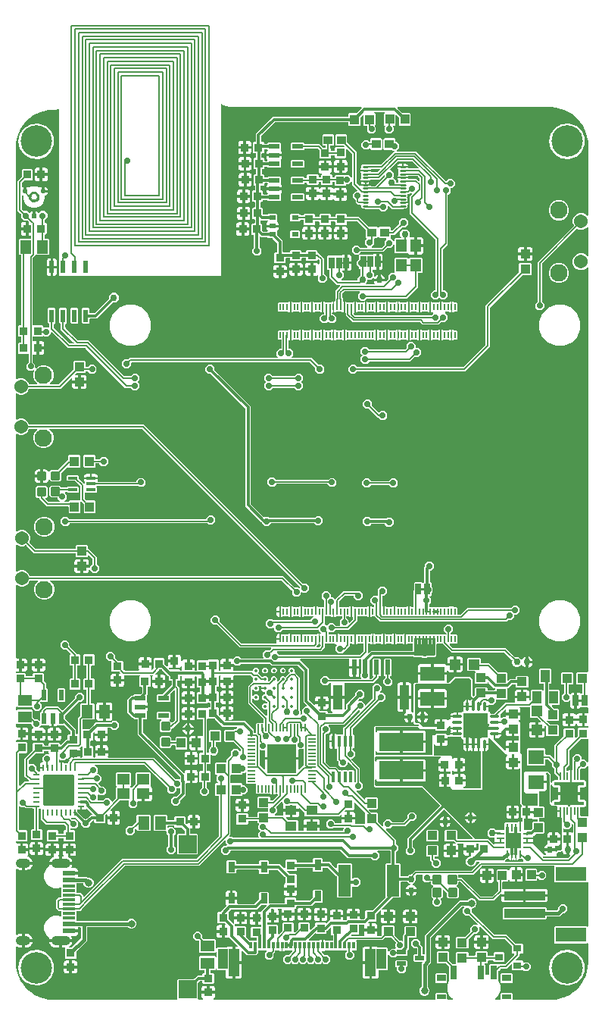
<source format=gbr>
G04 EAGLE Gerber RS-274X export*
G75*
%MOMM*%
%FSLAX34Y34*%
%LPD*%
%INTop Copper*%
%IPPOS*%
%AMOC8*
5,1,8,0,0,1.08239X$1,22.5*%
G01*
%ADD10R,0.920900X0.970200*%
%ADD11R,0.970200X0.920900*%
%ADD12R,2.700000X1.600000*%
%ADD13C,0.300000*%
%ADD14R,0.800000X1.150000*%
%ADD15C,0.762000*%
%ADD16R,1.450000X0.300000*%
%ADD17R,1.450000X0.600000*%
%ADD18R,1.450000X0.550000*%
%ADD19C,1.000000*%
%ADD20R,4.600000X1.000000*%
%ADD21R,3.400000X1.600000*%
%ADD22R,5.000000X2.000000*%
%ADD23R,1.400000X3.560000*%
%ADD24R,1.200000X1.200000*%
%ADD25R,2.000000X2.000000*%
%ADD26R,1.200000X1.400000*%
%ADD27R,1.050000X0.500000*%
%ADD28R,1.100000X1.000000*%
%ADD29R,1.000000X1.100000*%
%ADD30R,1.800000X1.600000*%
%ADD31R,0.200000X0.700000*%
%ADD32R,0.700000X1.500000*%
%ADD33R,1.000000X0.600000*%
%ADD34R,1.000000X0.800000*%
%ADD35C,0.254000*%
%ADD36R,0.635000X1.270000*%
%ADD37R,1.000000X1.400000*%
%ADD38C,3.516000*%
%ADD39R,2.700000X2.700000*%
%ADD40C,0.350000*%
%ADD41C,0.908000*%
%ADD42R,1.016000X0.355600*%
%ADD43R,0.200000X0.850000*%
%ADD44R,1.950000X1.950000*%
%ADD45R,1.000000X0.250000*%
%ADD46R,0.850000X0.280000*%
%ADD47R,0.280000X0.850000*%
%ADD48R,1.700000X1.700000*%
%ADD49R,1.200000X0.550000*%
%ADD50R,0.300000X0.800000*%
%ADD51R,1.300000X3.050000*%
%ADD52R,0.250000X0.800000*%
%ADD53R,0.800000X0.250000*%
%ADD54R,1.400000X1.200000*%
%ADD55R,1.240000X1.500000*%
%ADD56R,1.500000X1.240000*%
%ADD57R,0.200000X0.200000*%
%ADD58C,0.200000*%
%ADD59R,0.406400X1.219200*%
%ADD60R,0.600000X1.700000*%
%ADD61R,1.000000X2.800000*%
%ADD62C,0.228600*%
%ADD63R,0.550000X1.200000*%
%ADD64R,1.500000X1.300000*%
%ADD65R,1.300000X1.500000*%
%ADD66R,0.812800X0.177800*%
%ADD67R,0.177800X0.812800*%
%ADD68R,3.200400X3.200400*%
%ADD69C,0.355600*%
%ADD70R,1.300000X1.050000*%
%ADD71R,0.900000X0.800000*%
%ADD72C,1.540000*%
%ADD73C,1.950000*%
%ADD74R,1.000000X0.970000*%
%ADD75C,0.203200*%
%ADD76R,0.800000X0.550000*%
%ADD77C,0.612000*%
%ADD78C,0.723000*%
%ADD79C,0.562000*%
%ADD80R,0.250000X0.250000*%
%ADD81R,0.533400X1.460500*%
%ADD82C,0.706400*%
%ADD83C,0.304800*%
%ADD84C,0.152400*%
%ADD85C,0.406400*%
%ADD86C,0.812800*%
%ADD87C,0.756400*%
%ADD88C,0.177800*%

G36*
X457399Y187843D02*
X457399Y187843D01*
X457490Y187851D01*
X457520Y187863D01*
X457552Y187868D01*
X457632Y187911D01*
X457716Y187947D01*
X457748Y187973D01*
X457769Y187984D01*
X457791Y188007D01*
X457847Y188052D01*
X459098Y189303D01*
X461059Y190115D01*
X462033Y190115D01*
X462124Y190129D01*
X462214Y190137D01*
X462244Y190149D01*
X462276Y190154D01*
X462357Y190197D01*
X462441Y190233D01*
X462473Y190259D01*
X462494Y190270D01*
X462516Y190293D01*
X462572Y190338D01*
X466545Y194311D01*
X529089Y194311D01*
X529180Y194325D01*
X529270Y194333D01*
X529300Y194345D01*
X529332Y194350D01*
X529413Y194393D01*
X529497Y194429D01*
X529529Y194455D01*
X529550Y194466D01*
X529572Y194489D01*
X529628Y194534D01*
X538264Y203170D01*
X538306Y203228D01*
X538355Y203280D01*
X538377Y203327D01*
X538407Y203369D01*
X538428Y203438D01*
X538459Y203503D01*
X538464Y203555D01*
X538480Y203605D01*
X538478Y203676D01*
X538486Y203747D01*
X538475Y203798D01*
X538473Y203850D01*
X538449Y203918D01*
X538434Y203988D01*
X538407Y204033D01*
X538389Y204081D01*
X538344Y204137D01*
X538307Y204199D01*
X538268Y204233D01*
X538235Y204273D01*
X538175Y204312D01*
X538120Y204359D01*
X538072Y204378D01*
X538028Y204406D01*
X537959Y204424D01*
X537892Y204451D01*
X537821Y204459D01*
X537790Y204467D01*
X537766Y204465D01*
X537726Y204469D01*
X535178Y204469D01*
X535158Y204466D01*
X535139Y204468D01*
X535037Y204446D01*
X534935Y204430D01*
X534918Y204420D01*
X534898Y204416D01*
X534809Y204363D01*
X534718Y204314D01*
X534704Y204300D01*
X534687Y204290D01*
X534620Y204211D01*
X534548Y204136D01*
X534540Y204118D01*
X534527Y204103D01*
X534488Y204007D01*
X534445Y203913D01*
X534443Y203893D01*
X534435Y203875D01*
X534417Y203708D01*
X534417Y203104D01*
X533566Y201050D01*
X531994Y199478D01*
X529940Y198627D01*
X527716Y198627D01*
X525662Y199478D01*
X524090Y201050D01*
X523239Y203104D01*
X523239Y205328D01*
X524090Y207382D01*
X525662Y208954D01*
X527716Y209805D01*
X528534Y209805D01*
X528554Y209808D01*
X528573Y209806D01*
X528675Y209828D01*
X528777Y209844D01*
X528794Y209854D01*
X528814Y209858D01*
X528903Y209911D01*
X528994Y209960D01*
X529008Y209974D01*
X529025Y209984D01*
X529092Y210063D01*
X529163Y210138D01*
X529172Y210156D01*
X529185Y210171D01*
X529224Y210267D01*
X529267Y210361D01*
X529269Y210381D01*
X529277Y210399D01*
X529295Y210566D01*
X529295Y217151D01*
X534921Y217151D01*
X534929Y217102D01*
X534931Y217031D01*
X534949Y216982D01*
X534957Y216930D01*
X534991Y216867D01*
X535015Y216800D01*
X535048Y216759D01*
X535072Y216713D01*
X535124Y216664D01*
X535169Y216608D01*
X535213Y216579D01*
X535250Y216544D01*
X535315Y216513D01*
X535376Y216475D01*
X535426Y216462D01*
X535473Y216440D01*
X535545Y216432D01*
X535614Y216414D01*
X535666Y216419D01*
X535718Y216413D01*
X535788Y216428D01*
X535859Y216434D01*
X535907Y216454D01*
X535958Y216465D01*
X536020Y216502D01*
X536086Y216530D01*
X536142Y216575D01*
X536169Y216591D01*
X536185Y216609D01*
X536217Y216635D01*
X536912Y217330D01*
X536965Y217404D01*
X537024Y217473D01*
X537036Y217503D01*
X537055Y217530D01*
X537082Y217617D01*
X537116Y217701D01*
X537121Y217742D01*
X537128Y217765D01*
X537127Y217797D01*
X537135Y217868D01*
X537135Y223856D01*
X537120Y223946D01*
X537113Y224037D01*
X537100Y224067D01*
X537095Y224099D01*
X537052Y224179D01*
X537017Y224263D01*
X536991Y224295D01*
X536980Y224316D01*
X536957Y224338D01*
X536912Y224394D01*
X536740Y224566D01*
X536666Y224619D01*
X536596Y224679D01*
X536566Y224691D01*
X536540Y224710D01*
X536453Y224737D01*
X536368Y224771D01*
X536327Y224775D01*
X536305Y224782D01*
X536273Y224781D01*
X536201Y224789D01*
X535660Y224789D01*
X535544Y224770D01*
X535425Y224752D01*
X535421Y224750D01*
X535417Y224750D01*
X535313Y224694D01*
X535207Y224639D01*
X535204Y224636D01*
X535200Y224634D01*
X535119Y224549D01*
X535035Y224463D01*
X535033Y224459D01*
X535031Y224456D01*
X534981Y224348D01*
X534929Y224241D01*
X534929Y224237D01*
X534927Y224233D01*
X534914Y224115D01*
X534900Y223997D01*
X534900Y223992D01*
X534900Y223989D01*
X534903Y223975D01*
X534917Y223881D01*
X534917Y220197D01*
X528534Y220197D01*
X528514Y220194D01*
X528495Y220196D01*
X528393Y220174D01*
X528291Y220157D01*
X528274Y220148D01*
X528254Y220144D01*
X528165Y220091D01*
X528074Y220042D01*
X528060Y220028D01*
X528043Y220018D01*
X527976Y219939D01*
X527905Y219864D01*
X527896Y219846D01*
X527883Y219831D01*
X527844Y219735D01*
X527801Y219641D01*
X527799Y219621D01*
X527791Y219603D01*
X527773Y219436D01*
X527773Y218673D01*
X527771Y218673D01*
X527771Y219436D01*
X527768Y219456D01*
X527770Y219475D01*
X527748Y219577D01*
X527731Y219679D01*
X527722Y219696D01*
X527718Y219716D01*
X527665Y219805D01*
X527616Y219896D01*
X527602Y219910D01*
X527592Y219927D01*
X527513Y219994D01*
X527438Y220065D01*
X527420Y220074D01*
X527405Y220087D01*
X527309Y220126D01*
X527215Y220169D01*
X527195Y220171D01*
X527177Y220179D01*
X527010Y220197D01*
X520627Y220197D01*
X520627Y223907D01*
X520631Y223950D01*
X520644Y224067D01*
X520643Y224072D01*
X520644Y224076D01*
X520617Y224191D01*
X520592Y224308D01*
X520590Y224311D01*
X520589Y224315D01*
X520526Y224417D01*
X520466Y224519D01*
X520463Y224522D01*
X520460Y224525D01*
X520369Y224602D01*
X520279Y224679D01*
X520275Y224680D01*
X520272Y224683D01*
X520162Y224726D01*
X520051Y224771D01*
X520046Y224771D01*
X520043Y224773D01*
X520029Y224773D01*
X519884Y224789D01*
X514352Y224789D01*
X514281Y224778D01*
X514209Y224776D01*
X514160Y224758D01*
X514109Y224750D01*
X514046Y224716D01*
X513978Y224691D01*
X513938Y224659D01*
X513892Y224634D01*
X513842Y224583D01*
X513786Y224538D01*
X513758Y224494D01*
X513722Y224456D01*
X513692Y224391D01*
X513653Y224331D01*
X513640Y224280D01*
X513619Y224233D01*
X513611Y224162D01*
X513593Y224092D01*
X513597Y224040D01*
X513591Y223989D01*
X513607Y223918D01*
X513612Y223847D01*
X513633Y223799D01*
X513644Y223748D01*
X513681Y223687D01*
X513709Y223621D01*
X513753Y223565D01*
X513770Y223537D01*
X513788Y223522D01*
X513813Y223490D01*
X514193Y223110D01*
X514528Y222531D01*
X514701Y221884D01*
X514701Y218073D01*
X508183Y218073D01*
X508183Y224091D01*
X511048Y224091D01*
X511118Y224102D01*
X511190Y224104D01*
X511239Y224122D01*
X511290Y224130D01*
X511354Y224164D01*
X511421Y224189D01*
X511462Y224221D01*
X511508Y224246D01*
X511557Y224298D01*
X511613Y224342D01*
X511641Y224386D01*
X511677Y224424D01*
X511707Y224489D01*
X511746Y224549D01*
X511759Y224600D01*
X511781Y224647D01*
X511789Y224718D01*
X511806Y224788D01*
X511802Y224840D01*
X511808Y224891D01*
X511793Y224962D01*
X511787Y225033D01*
X511767Y225081D01*
X511756Y225132D01*
X511719Y225193D01*
X511691Y225259D01*
X511646Y225315D01*
X511629Y225343D01*
X511612Y225358D01*
X511586Y225390D01*
X510624Y226352D01*
X510174Y226802D01*
X510100Y226855D01*
X510030Y226915D01*
X510000Y226927D01*
X509974Y226946D01*
X509887Y226973D01*
X509802Y227007D01*
X509761Y227011D01*
X509739Y227018D01*
X509707Y227017D01*
X509636Y227025D01*
X500528Y227025D01*
X499635Y227918D01*
X499635Y239182D01*
X500528Y240075D01*
X512792Y240075D01*
X513685Y239182D01*
X513685Y230124D01*
X513688Y230104D01*
X513686Y230085D01*
X513708Y229983D01*
X513724Y229881D01*
X513734Y229864D01*
X513738Y229844D01*
X513791Y229755D01*
X513840Y229664D01*
X513854Y229650D01*
X513864Y229633D01*
X513943Y229566D01*
X514018Y229494D01*
X514036Y229486D01*
X514051Y229473D01*
X514147Y229434D01*
X514241Y229391D01*
X514261Y229389D01*
X514279Y229381D01*
X514446Y229363D01*
X530106Y229363D01*
X530176Y229374D01*
X530248Y229376D01*
X530297Y229394D01*
X530348Y229402D01*
X530412Y229436D01*
X530479Y229461D01*
X530520Y229493D01*
X530566Y229518D01*
X530615Y229569D01*
X530671Y229614D01*
X530699Y229658D01*
X530735Y229696D01*
X530765Y229761D01*
X530804Y229821D01*
X530817Y229872D01*
X530839Y229919D01*
X530847Y229990D01*
X530864Y230060D01*
X530860Y230112D01*
X530866Y230163D01*
X530851Y230234D01*
X530845Y230305D01*
X530825Y230353D01*
X530814Y230404D01*
X530777Y230465D01*
X530749Y230531D01*
X530704Y230587D01*
X530687Y230615D01*
X530670Y230630D01*
X530644Y230662D01*
X499171Y262135D01*
X499155Y262147D01*
X499142Y262162D01*
X499055Y262218D01*
X498971Y262279D01*
X498952Y262284D01*
X498936Y262295D01*
X498835Y262320D01*
X498736Y262351D01*
X498716Y262350D01*
X498697Y262355D01*
X498594Y262347D01*
X498490Y262345D01*
X498472Y262338D01*
X498452Y262336D01*
X498357Y262296D01*
X498259Y262260D01*
X498244Y262248D01*
X498226Y262240D01*
X498095Y262135D01*
X464282Y228322D01*
X464229Y228248D01*
X464169Y228179D01*
X464157Y228149D01*
X464138Y228122D01*
X464111Y228035D01*
X464077Y227951D01*
X464073Y227910D01*
X464066Y227887D01*
X464067Y227855D01*
X464059Y227784D01*
X464059Y220826D01*
X464073Y220736D01*
X464081Y220645D01*
X464093Y220615D01*
X464098Y220583D01*
X464141Y220502D01*
X464177Y220419D01*
X464203Y220386D01*
X464214Y220366D01*
X464237Y220344D01*
X464282Y220288D01*
X466067Y218503D01*
X466067Y214313D01*
X463105Y211351D01*
X458915Y211351D01*
X455953Y214313D01*
X455953Y218503D01*
X457738Y220288D01*
X457791Y220362D01*
X457851Y220431D01*
X457863Y220461D01*
X457882Y220487D01*
X457909Y220574D01*
X457943Y220659D01*
X457947Y220700D01*
X457954Y220722D01*
X457953Y220755D01*
X457961Y220826D01*
X457961Y230625D01*
X459970Y232634D01*
X493783Y266447D01*
X493795Y266463D01*
X493810Y266475D01*
X493866Y266563D01*
X493927Y266646D01*
X493932Y266665D01*
X493943Y266682D01*
X493968Y266783D01*
X493999Y266881D01*
X493998Y266901D01*
X494003Y266921D01*
X493995Y267024D01*
X493993Y267127D01*
X493986Y267146D01*
X493984Y267166D01*
X493944Y267261D01*
X493908Y267358D01*
X493896Y267374D01*
X493888Y267392D01*
X493783Y267523D01*
X474134Y287172D01*
X474060Y287225D01*
X473990Y287285D01*
X473960Y287297D01*
X473934Y287316D01*
X473847Y287343D01*
X473762Y287377D01*
X473721Y287381D01*
X473699Y287388D01*
X473667Y287387D01*
X473595Y287395D01*
X421549Y287395D01*
X420209Y288735D01*
X420209Y321617D01*
X420629Y322037D01*
X420640Y322053D01*
X420656Y322065D01*
X420712Y322153D01*
X420772Y322236D01*
X420778Y322255D01*
X420789Y322272D01*
X420814Y322373D01*
X420845Y322472D01*
X420844Y322492D01*
X420849Y322511D01*
X420841Y322614D01*
X420838Y322717D01*
X420831Y322736D01*
X420830Y322756D01*
X420790Y322851D01*
X420754Y322948D01*
X420741Y322964D01*
X420734Y322982D01*
X420629Y323113D01*
X420463Y323279D01*
X420463Y354637D01*
X421803Y355977D01*
X470002Y355977D01*
X470072Y355988D01*
X470144Y355990D01*
X470193Y356008D01*
X470244Y356016D01*
X470308Y356050D01*
X470375Y356075D01*
X470416Y356107D01*
X470462Y356132D01*
X470511Y356183D01*
X470567Y356228D01*
X470595Y356272D01*
X470631Y356310D01*
X470661Y356375D01*
X470700Y356435D01*
X470713Y356486D01*
X470735Y356533D01*
X470743Y356604D01*
X470760Y356674D01*
X470756Y356726D01*
X470762Y356777D01*
X470747Y356848D01*
X470741Y356919D01*
X470721Y356967D01*
X470710Y357018D01*
X470673Y357079D01*
X470645Y357145D01*
X470600Y357201D01*
X470583Y357229D01*
X470566Y357244D01*
X470540Y357276D01*
X470286Y357530D01*
X470212Y357583D01*
X470142Y357643D01*
X470112Y357655D01*
X470086Y357674D01*
X469999Y357701D01*
X469914Y357735D01*
X469873Y357739D01*
X469851Y357746D01*
X469819Y357745D01*
X469747Y357753D01*
X466253Y357753D01*
X464913Y359093D01*
X464913Y360044D01*
X464894Y360161D01*
X464875Y360281D01*
X464874Y360284D01*
X464874Y360287D01*
X464818Y360392D01*
X464762Y360499D01*
X464760Y360501D01*
X464758Y360504D01*
X464671Y360587D01*
X464585Y360670D01*
X464582Y360671D01*
X464580Y360674D01*
X464471Y360724D01*
X464363Y360775D01*
X464360Y360776D01*
X464357Y360777D01*
X464239Y360790D01*
X464119Y360805D01*
X464116Y360804D01*
X464113Y360804D01*
X463996Y360779D01*
X463878Y360754D01*
X463875Y360753D01*
X463872Y360752D01*
X463863Y360746D01*
X463729Y360677D01*
X463096Y360254D01*
X461940Y359775D01*
X461611Y359710D01*
X461611Y365120D01*
X461608Y365140D01*
X461610Y365159D01*
X461588Y365261D01*
X461571Y365363D01*
X461562Y365380D01*
X461558Y365400D01*
X461505Y365489D01*
X461456Y365580D01*
X461442Y365594D01*
X461432Y365611D01*
X461353Y365678D01*
X461278Y365749D01*
X461260Y365758D01*
X461245Y365771D01*
X461149Y365810D01*
X461055Y365853D01*
X461035Y365855D01*
X461017Y365863D01*
X460850Y365881D01*
X460087Y365881D01*
X460087Y366644D01*
X460084Y366664D01*
X460086Y366683D01*
X460064Y366785D01*
X460047Y366887D01*
X460038Y366904D01*
X460034Y366924D01*
X459981Y367013D01*
X459932Y367104D01*
X459918Y367118D01*
X459908Y367135D01*
X459829Y367202D01*
X459754Y367273D01*
X459736Y367282D01*
X459721Y367295D01*
X459625Y367334D01*
X459531Y367377D01*
X459511Y367379D01*
X459493Y367387D01*
X459326Y367405D01*
X453916Y367405D01*
X453981Y367734D01*
X454460Y368890D01*
X455155Y369930D01*
X455580Y370355D01*
X455633Y370430D01*
X455693Y370499D01*
X455705Y370529D01*
X455724Y370555D01*
X455751Y370642D01*
X455785Y370727D01*
X455789Y370768D01*
X455796Y370790D01*
X455795Y370822D01*
X455803Y370894D01*
X455803Y386367D01*
X461821Y386367D01*
X461821Y373556D01*
X461628Y372835D01*
X461618Y372742D01*
X461602Y372650D01*
X461606Y372620D01*
X461603Y372590D01*
X461624Y372499D01*
X461638Y372407D01*
X461651Y372380D01*
X461658Y372350D01*
X461707Y372271D01*
X461749Y372187D01*
X461771Y372166D01*
X461786Y372140D01*
X461858Y372081D01*
X461925Y372015D01*
X461958Y371997D01*
X461975Y371983D01*
X462005Y371971D01*
X462072Y371934D01*
X463096Y371510D01*
X463729Y371087D01*
X463838Y371038D01*
X463947Y370987D01*
X463950Y370987D01*
X463953Y370985D01*
X464073Y370973D01*
X464191Y370960D01*
X464195Y370960D01*
X464198Y370960D01*
X464314Y370986D01*
X464432Y371012D01*
X464435Y371014D01*
X464438Y371014D01*
X464540Y371077D01*
X464643Y371138D01*
X464645Y371141D01*
X464648Y371142D01*
X464725Y371234D01*
X464803Y371325D01*
X464804Y371328D01*
X464806Y371330D01*
X464850Y371441D01*
X464895Y371553D01*
X464895Y371557D01*
X464896Y371559D01*
X464897Y371570D01*
X464913Y371720D01*
X464913Y402897D01*
X466253Y404237D01*
X469132Y404237D01*
X469227Y404252D01*
X469322Y404261D01*
X469347Y404272D01*
X469375Y404276D01*
X469459Y404321D01*
X469547Y404359D01*
X469568Y404378D01*
X469593Y404392D01*
X469658Y404461D01*
X469729Y404525D01*
X469742Y404549D01*
X469762Y404570D01*
X469802Y404657D01*
X469849Y404740D01*
X469854Y404767D01*
X469866Y404793D01*
X469876Y404888D01*
X469894Y404982D01*
X469890Y405009D01*
X469893Y405037D01*
X469872Y405131D01*
X469859Y405225D01*
X469845Y405257D01*
X469840Y405278D01*
X469824Y405306D01*
X469792Y405379D01*
X469762Y405429D01*
X469589Y406076D01*
X469589Y412887D01*
X484868Y412887D01*
X484888Y412890D01*
X484907Y412888D01*
X485009Y412910D01*
X485111Y412927D01*
X485128Y412936D01*
X485148Y412940D01*
X485237Y412993D01*
X485328Y413042D01*
X485342Y413056D01*
X485359Y413066D01*
X485426Y413145D01*
X485497Y413220D01*
X485506Y413238D01*
X485519Y413253D01*
X485558Y413349D01*
X485601Y413443D01*
X485603Y413463D01*
X485611Y413481D01*
X485629Y413648D01*
X485629Y414411D01*
X485631Y414411D01*
X485631Y413648D01*
X485634Y413628D01*
X485632Y413609D01*
X485654Y413507D01*
X485671Y413405D01*
X485680Y413388D01*
X485684Y413368D01*
X485737Y413279D01*
X485786Y413188D01*
X485800Y413174D01*
X485810Y413157D01*
X485889Y413090D01*
X485964Y413019D01*
X485982Y413010D01*
X485997Y412997D01*
X486093Y412958D01*
X486187Y412915D01*
X486207Y412913D01*
X486225Y412905D01*
X486392Y412887D01*
X501671Y412887D01*
X501671Y406076D01*
X501498Y405429D01*
X501468Y405379D01*
X501435Y405290D01*
X501394Y405203D01*
X501391Y405175D01*
X501381Y405149D01*
X501378Y405053D01*
X501367Y404959D01*
X501373Y404931D01*
X501372Y404903D01*
X501399Y404811D01*
X501420Y404718D01*
X501434Y404694D01*
X501442Y404667D01*
X501497Y404589D01*
X501546Y404507D01*
X501567Y404489D01*
X501583Y404466D01*
X501660Y404409D01*
X501733Y404347D01*
X501759Y404337D01*
X501782Y404320D01*
X501872Y404291D01*
X501961Y404255D01*
X501996Y404251D01*
X502016Y404245D01*
X502049Y404245D01*
X502128Y404237D01*
X504037Y404237D01*
X504128Y404251D01*
X504218Y404259D01*
X504248Y404271D01*
X504280Y404276D01*
X504361Y404319D01*
X504445Y404355D01*
X504477Y404381D01*
X504498Y404392D01*
X504520Y404415D01*
X504576Y404460D01*
X510703Y410587D01*
X527837Y410587D01*
X530447Y407977D01*
X530447Y390513D01*
X530461Y390423D01*
X530469Y390332D01*
X530481Y390302D01*
X530486Y390270D01*
X530529Y390189D01*
X530565Y390105D01*
X530591Y390073D01*
X530602Y390052D01*
X530625Y390030D01*
X530670Y389974D01*
X531428Y389216D01*
X531444Y389204D01*
X531457Y389189D01*
X531543Y389133D01*
X531628Y389072D01*
X531647Y389067D01*
X531663Y389056D01*
X531764Y389031D01*
X531863Y389000D01*
X531883Y389001D01*
X531902Y388996D01*
X532005Y389004D01*
X532109Y389006D01*
X532127Y389013D01*
X532147Y389015D01*
X532242Y389055D01*
X532340Y389091D01*
X532355Y389103D01*
X532374Y389111D01*
X532504Y389216D01*
X533022Y389734D01*
X533076Y389808D01*
X533135Y389877D01*
X533147Y389907D01*
X533166Y389934D01*
X533193Y390021D01*
X533227Y390105D01*
X533231Y390146D01*
X533238Y390169D01*
X533237Y390201D01*
X533245Y390272D01*
X533245Y398302D01*
X534138Y399195D01*
X546402Y399195D01*
X547295Y398302D01*
X547295Y396480D01*
X547298Y396460D01*
X547296Y396441D01*
X547318Y396339D01*
X547334Y396237D01*
X547344Y396220D01*
X547348Y396200D01*
X547401Y396111D01*
X547450Y396020D01*
X547464Y396006D01*
X547474Y395989D01*
X547553Y395922D01*
X547628Y395850D01*
X547646Y395842D01*
X547661Y395829D01*
X547757Y395790D01*
X547851Y395747D01*
X547871Y395745D01*
X547889Y395737D01*
X548056Y395719D01*
X554914Y395719D01*
X554934Y395722D01*
X554953Y395720D01*
X555055Y395742D01*
X555157Y395758D01*
X555174Y395768D01*
X555194Y395772D01*
X555283Y395825D01*
X555374Y395874D01*
X555388Y395888D01*
X555405Y395898D01*
X555472Y395977D01*
X555544Y396052D01*
X555552Y396070D01*
X555565Y396085D01*
X555604Y396181D01*
X555647Y396275D01*
X555649Y396295D01*
X555657Y396313D01*
X555675Y396480D01*
X555675Y397212D01*
X555672Y397232D01*
X555674Y397251D01*
X555652Y397353D01*
X555636Y397455D01*
X555626Y397472D01*
X555622Y397492D01*
X555569Y397581D01*
X555520Y397672D01*
X555506Y397686D01*
X555496Y397703D01*
X555417Y397770D01*
X555342Y397842D01*
X555324Y397850D01*
X555309Y397863D01*
X555213Y397902D01*
X555119Y397945D01*
X555099Y397947D01*
X555081Y397955D01*
X554914Y397973D01*
X554675Y397973D01*
X548490Y404158D01*
X548474Y404169D01*
X548462Y404185D01*
X548375Y404241D01*
X548291Y404301D01*
X548272Y404307D01*
X548255Y404318D01*
X548154Y404343D01*
X548056Y404373D01*
X548036Y404373D01*
X548016Y404378D01*
X547913Y404370D01*
X547810Y404367D01*
X547791Y404360D01*
X547771Y404359D01*
X547676Y404318D01*
X547579Y404283D01*
X547563Y404270D01*
X547545Y404262D01*
X547414Y404158D01*
X546402Y403145D01*
X534138Y403145D01*
X533245Y404038D01*
X533245Y415302D01*
X533769Y415826D01*
X533811Y415884D01*
X533861Y415936D01*
X533883Y415983D01*
X533913Y416025D01*
X533934Y416094D01*
X533964Y416159D01*
X533970Y416211D01*
X533985Y416261D01*
X533983Y416332D01*
X533991Y416403D01*
X533980Y416454D01*
X533979Y416506D01*
X533954Y416574D01*
X533939Y416644D01*
X533912Y416689D01*
X533895Y416737D01*
X533850Y416793D01*
X533813Y416855D01*
X533773Y416889D01*
X533741Y416929D01*
X533681Y416968D01*
X533626Y417015D01*
X533578Y417034D01*
X533534Y417062D01*
X533464Y417080D01*
X533398Y417107D01*
X533327Y417115D01*
X533295Y417123D01*
X533272Y417121D01*
X533231Y417125D01*
X525488Y417125D01*
X524595Y418018D01*
X524595Y431282D01*
X525488Y432175D01*
X538752Y432175D01*
X539645Y431282D01*
X539645Y426974D01*
X539648Y426957D01*
X539646Y426940D01*
X539646Y426938D01*
X539646Y426935D01*
X539668Y426833D01*
X539684Y426731D01*
X539694Y426714D01*
X539698Y426694D01*
X539751Y426605D01*
X539800Y426514D01*
X539814Y426500D01*
X539824Y426483D01*
X539903Y426416D01*
X539978Y426344D01*
X539996Y426336D01*
X540011Y426323D01*
X540107Y426284D01*
X540201Y426241D01*
X540221Y426239D01*
X540239Y426231D01*
X540406Y426213D01*
X549150Y426213D01*
X559545Y415818D01*
X559619Y415765D01*
X559689Y415705D01*
X559719Y415693D01*
X559745Y415674D01*
X559832Y415647D01*
X559917Y415613D01*
X559958Y415609D01*
X559980Y415602D01*
X560012Y415603D01*
X560084Y415595D01*
X568832Y415595D01*
X569725Y414702D01*
X569725Y407434D01*
X569736Y407363D01*
X569738Y407291D01*
X569756Y407242D01*
X569764Y407191D01*
X569798Y407128D01*
X569823Y407060D01*
X569855Y407020D01*
X569880Y406973D01*
X569932Y406924D01*
X569976Y406868D01*
X570020Y406840D01*
X570058Y406804D01*
X570123Y406774D01*
X570183Y406735D01*
X570234Y406722D01*
X570281Y406700D01*
X570352Y406693D01*
X570422Y406675D01*
X570474Y406679D01*
X570525Y406673D01*
X570596Y406689D01*
X570667Y406694D01*
X570715Y406715D01*
X570766Y406726D01*
X570827Y406762D01*
X570893Y406791D01*
X570949Y406835D01*
X570977Y406852D01*
X570992Y406870D01*
X571024Y406895D01*
X572568Y408439D01*
X578114Y408439D01*
X578134Y408442D01*
X578153Y408440D01*
X578255Y408462D01*
X578357Y408478D01*
X578374Y408488D01*
X578394Y408492D01*
X578483Y408545D01*
X578574Y408594D01*
X578588Y408608D01*
X578605Y408618D01*
X578672Y408697D01*
X578744Y408772D01*
X578752Y408790D01*
X578765Y408805D01*
X578804Y408901D01*
X578847Y408995D01*
X578849Y409015D01*
X578857Y409033D01*
X578875Y409200D01*
X578875Y411022D01*
X579768Y411915D01*
X592032Y411915D01*
X592925Y411022D01*
X592925Y399758D01*
X592032Y398865D01*
X579768Y398865D01*
X578875Y399758D01*
X578875Y401580D01*
X578872Y401600D01*
X578874Y401619D01*
X578852Y401721D01*
X578836Y401823D01*
X578826Y401840D01*
X578822Y401860D01*
X578769Y401949D01*
X578720Y402040D01*
X578706Y402054D01*
X578696Y402071D01*
X578617Y402138D01*
X578542Y402210D01*
X578524Y402218D01*
X578509Y402231D01*
X578413Y402270D01*
X578319Y402313D01*
X578299Y402315D01*
X578281Y402323D01*
X578114Y402341D01*
X575409Y402341D01*
X575319Y402327D01*
X575228Y402319D01*
X575198Y402307D01*
X575166Y402302D01*
X575085Y402259D01*
X575001Y402223D01*
X574969Y402197D01*
X574949Y402186D01*
X574926Y402163D01*
X574870Y402118D01*
X570725Y397973D01*
X570486Y397973D01*
X570466Y397970D01*
X570447Y397972D01*
X570345Y397950D01*
X570243Y397934D01*
X570226Y397924D01*
X570206Y397920D01*
X570117Y397867D01*
X570026Y397818D01*
X570012Y397804D01*
X569995Y397794D01*
X569928Y397715D01*
X569856Y397640D01*
X569848Y397622D01*
X569835Y397607D01*
X569796Y397511D01*
X569753Y397417D01*
X569751Y397397D01*
X569743Y397379D01*
X569725Y397212D01*
X569725Y386438D01*
X568832Y385545D01*
X557506Y385545D01*
X557486Y385542D01*
X557467Y385544D01*
X557365Y385522D01*
X557263Y385506D01*
X557246Y385496D01*
X557226Y385492D01*
X557137Y385439D01*
X557046Y385390D01*
X557032Y385376D01*
X557015Y385366D01*
X556948Y385287D01*
X556876Y385212D01*
X556868Y385194D01*
X556855Y385179D01*
X556816Y385083D01*
X556773Y384989D01*
X556771Y384969D01*
X556763Y384951D01*
X556745Y384784D01*
X556745Y381953D01*
X553783Y378991D01*
X549575Y378991D01*
X549570Y378996D01*
X549523Y379018D01*
X549481Y379048D01*
X549412Y379069D01*
X549347Y379099D01*
X549295Y379105D01*
X549246Y379120D01*
X549174Y379118D01*
X549103Y379126D01*
X549052Y379115D01*
X549000Y379114D01*
X548932Y379089D01*
X548862Y379074D01*
X548817Y379047D01*
X548769Y379030D01*
X548713Y378985D01*
X548651Y378948D01*
X548617Y378908D01*
X548577Y378876D01*
X548538Y378816D01*
X548491Y378761D01*
X548472Y378713D01*
X548444Y378669D01*
X548426Y378599D01*
X548399Y378533D01*
X548391Y378462D01*
X548389Y378454D01*
X544203Y378454D01*
X544184Y378451D01*
X544164Y378453D01*
X544062Y378431D01*
X543960Y378415D01*
X543943Y378405D01*
X543923Y378401D01*
X543834Y378348D01*
X543743Y378299D01*
X543729Y378285D01*
X543712Y378275D01*
X543645Y378196D01*
X543574Y378121D01*
X543565Y378103D01*
X543552Y378088D01*
X543514Y377992D01*
X543470Y377898D01*
X543468Y377878D01*
X543460Y377860D01*
X543442Y377693D01*
X543442Y377467D01*
X543443Y377460D01*
X543443Y377459D01*
X543444Y377453D01*
X543445Y377447D01*
X543443Y377427D01*
X543465Y377326D01*
X543482Y377224D01*
X543491Y377207D01*
X543495Y377187D01*
X543548Y377098D01*
X543597Y377007D01*
X543611Y376993D01*
X543621Y376976D01*
X543700Y376909D01*
X543775Y376837D01*
X543793Y376829D01*
X543808Y376816D01*
X543905Y376777D01*
X543998Y376734D01*
X544018Y376732D01*
X544036Y376724D01*
X544203Y376706D01*
X548381Y376706D01*
X548381Y373515D01*
X548340Y373364D01*
X548338Y373344D01*
X548331Y373326D01*
X548326Y373223D01*
X548316Y373120D01*
X548320Y373100D01*
X548319Y373080D01*
X548348Y372981D01*
X548371Y372880D01*
X548381Y372863D01*
X548387Y372844D01*
X548445Y372758D01*
X548499Y372670D01*
X548515Y372657D01*
X548526Y372641D01*
X548609Y372579D01*
X548688Y372512D01*
X548706Y372505D01*
X548723Y372493D01*
X548783Y372469D01*
X549400Y372113D01*
X549873Y371640D01*
X550208Y371061D01*
X550381Y370414D01*
X550381Y370366D01*
X550384Y370346D01*
X550382Y370327D01*
X550404Y370225D01*
X550420Y370123D01*
X550430Y370106D01*
X550434Y370086D01*
X550487Y369997D01*
X550536Y369906D01*
X550550Y369892D01*
X550560Y369875D01*
X550639Y369808D01*
X550714Y369736D01*
X550732Y369728D01*
X550747Y369715D01*
X550843Y369676D01*
X550937Y369633D01*
X550957Y369631D01*
X550975Y369623D01*
X551142Y369605D01*
X554706Y369605D01*
X554796Y369619D01*
X554887Y369627D01*
X554917Y369639D01*
X554949Y369644D01*
X555030Y369687D01*
X555114Y369723D01*
X555146Y369749D01*
X555166Y369760D01*
X555189Y369783D01*
X555245Y369828D01*
X567434Y382017D01*
X577146Y382017D01*
X577262Y382036D01*
X577381Y382054D01*
X577384Y382056D01*
X577388Y382056D01*
X577493Y382112D01*
X577599Y382167D01*
X577602Y382170D01*
X577606Y382172D01*
X577688Y382258D01*
X577770Y382343D01*
X577772Y382347D01*
X577775Y382350D01*
X577825Y382458D01*
X577876Y382565D01*
X577877Y382569D01*
X577879Y382573D01*
X577892Y382691D01*
X577906Y382809D01*
X577905Y382814D01*
X577906Y382817D01*
X577903Y382831D01*
X577881Y382975D01*
X577859Y383056D01*
X577859Y386867D01*
X585138Y386867D01*
X585158Y386870D01*
X585177Y386868D01*
X585279Y386890D01*
X585381Y386907D01*
X585398Y386916D01*
X585418Y386920D01*
X585507Y386973D01*
X585598Y387022D01*
X585612Y387036D01*
X585629Y387046D01*
X585696Y387125D01*
X585767Y387200D01*
X585776Y387218D01*
X585789Y387233D01*
X585828Y387329D01*
X585871Y387423D01*
X585873Y387443D01*
X585881Y387461D01*
X585899Y387628D01*
X585899Y388391D01*
X585901Y388391D01*
X585901Y387628D01*
X585904Y387608D01*
X585902Y387589D01*
X585924Y387487D01*
X585941Y387385D01*
X585950Y387368D01*
X585954Y387348D01*
X586007Y387259D01*
X586056Y387168D01*
X586070Y387154D01*
X586080Y387137D01*
X586159Y387070D01*
X586234Y386999D01*
X586252Y386990D01*
X586267Y386977D01*
X586363Y386938D01*
X586457Y386895D01*
X586477Y386893D01*
X586495Y386885D01*
X586662Y386867D01*
X593941Y386867D01*
X593941Y384772D01*
X593952Y384701D01*
X593954Y384629D01*
X593972Y384580D01*
X593980Y384529D01*
X594014Y384466D01*
X594039Y384398D01*
X594071Y384358D01*
X594096Y384312D01*
X594147Y384262D01*
X594192Y384206D01*
X594236Y384178D01*
X594274Y384142D01*
X594339Y384112D01*
X594399Y384073D01*
X594450Y384060D01*
X594497Y384039D01*
X594568Y384031D01*
X594638Y384013D01*
X594690Y384017D01*
X594741Y384011D01*
X594812Y384027D01*
X594883Y384032D01*
X594931Y384053D01*
X594982Y384064D01*
X595043Y384101D01*
X595109Y384129D01*
X595165Y384173D01*
X595193Y384190D01*
X595208Y384208D01*
X595240Y384233D01*
X595632Y384625D01*
X595686Y384700D01*
X595745Y384769D01*
X595757Y384799D01*
X595776Y384825D01*
X595803Y384912D01*
X595837Y384997D01*
X595841Y385038D01*
X595848Y385060D01*
X595847Y385092D01*
X595855Y385164D01*
X595855Y395412D01*
X596748Y396305D01*
X608012Y396305D01*
X608984Y395333D01*
X609042Y395291D01*
X609094Y395241D01*
X609141Y395219D01*
X609183Y395189D01*
X609252Y395168D01*
X609317Y395138D01*
X609369Y395132D01*
X609419Y395117D01*
X609490Y395119D01*
X609561Y395111D01*
X609612Y395122D01*
X609664Y395123D01*
X609732Y395148D01*
X609802Y395163D01*
X609847Y395190D01*
X609895Y395207D01*
X609951Y395252D01*
X610013Y395289D01*
X610047Y395329D01*
X610087Y395361D01*
X610126Y395421D01*
X610173Y395476D01*
X610192Y395524D01*
X610220Y395568D01*
X610238Y395638D01*
X610265Y395704D01*
X610273Y395775D01*
X610281Y395807D01*
X610279Y395830D01*
X610283Y395871D01*
X610283Y402494D01*
X610280Y402514D01*
X610282Y402533D01*
X610260Y402635D01*
X610244Y402737D01*
X610234Y402754D01*
X610230Y402774D01*
X610177Y402863D01*
X610128Y402954D01*
X610114Y402968D01*
X610104Y402985D01*
X610025Y403052D01*
X609950Y403124D01*
X609932Y403132D01*
X609917Y403145D01*
X609821Y403184D01*
X609727Y403227D01*
X609707Y403229D01*
X609689Y403237D01*
X609522Y403255D01*
X606248Y403255D01*
X605355Y404148D01*
X605355Y419412D01*
X606248Y420305D01*
X617512Y420305D01*
X618405Y419412D01*
X618405Y404148D01*
X617512Y403255D01*
X617142Y403255D01*
X617122Y403252D01*
X617103Y403254D01*
X617001Y403232D01*
X616899Y403216D01*
X616882Y403206D01*
X616862Y403202D01*
X616773Y403149D01*
X616682Y403100D01*
X616668Y403086D01*
X616651Y403076D01*
X616584Y402997D01*
X616512Y402922D01*
X616504Y402904D01*
X616491Y402889D01*
X616452Y402793D01*
X616409Y402699D01*
X616407Y402679D01*
X616399Y402661D01*
X616381Y402494D01*
X616381Y397066D01*
X616384Y397046D01*
X616382Y397027D01*
X616404Y396925D01*
X616420Y396823D01*
X616430Y396806D01*
X616434Y396786D01*
X616487Y396697D01*
X616536Y396606D01*
X616550Y396592D01*
X616560Y396575D01*
X616639Y396508D01*
X616714Y396436D01*
X616732Y396428D01*
X616747Y396415D01*
X616843Y396376D01*
X616937Y396333D01*
X616957Y396331D01*
X616975Y396323D01*
X617142Y396305D01*
X627012Y396305D01*
X627905Y395412D01*
X627905Y380148D01*
X627012Y379255D01*
X619744Y379255D01*
X619673Y379244D01*
X619601Y379242D01*
X619552Y379224D01*
X619501Y379216D01*
X619438Y379182D01*
X619370Y379157D01*
X619330Y379125D01*
X619283Y379100D01*
X619234Y379048D01*
X619178Y379004D01*
X619150Y378960D01*
X619114Y378922D01*
X619084Y378857D01*
X619045Y378797D01*
X619032Y378746D01*
X619010Y378699D01*
X619003Y378628D01*
X618985Y378558D01*
X618989Y378506D01*
X618983Y378455D01*
X618999Y378384D01*
X619004Y378313D01*
X619025Y378265D01*
X619036Y378214D01*
X619072Y378153D01*
X619101Y378087D01*
X619145Y378031D01*
X619162Y378003D01*
X619180Y377988D01*
X619205Y377956D01*
X622207Y374954D01*
X622281Y374901D01*
X622351Y374841D01*
X622381Y374829D01*
X622407Y374810D01*
X622494Y374783D01*
X622579Y374749D01*
X622620Y374745D01*
X622642Y374738D01*
X622674Y374739D01*
X622746Y374731D01*
X626200Y374731D01*
X627093Y373838D01*
X627093Y362574D01*
X626200Y361681D01*
X614664Y361681D01*
X614594Y361670D01*
X614522Y361668D01*
X614473Y361650D01*
X614422Y361642D01*
X614358Y361608D01*
X614291Y361583D01*
X614250Y361551D01*
X614204Y361526D01*
X614155Y361475D01*
X614099Y361430D01*
X614071Y361386D01*
X614035Y361348D01*
X614005Y361283D01*
X613966Y361223D01*
X613953Y361172D01*
X613931Y361125D01*
X613923Y361054D01*
X613906Y360984D01*
X613910Y360932D01*
X613904Y360881D01*
X613919Y360810D01*
X613925Y360739D01*
X613945Y360691D01*
X613956Y360640D01*
X613993Y360579D01*
X614021Y360513D01*
X614066Y360457D01*
X614083Y360429D01*
X614100Y360414D01*
X614126Y360382D01*
X616554Y357954D01*
X616628Y357901D01*
X616698Y357841D01*
X616728Y357829D01*
X616754Y357810D01*
X616841Y357783D01*
X616926Y357749D01*
X616967Y357745D01*
X616989Y357738D01*
X617021Y357739D01*
X617092Y357731D01*
X626200Y357731D01*
X627093Y356838D01*
X627093Y345574D01*
X626200Y344681D01*
X613936Y344681D01*
X613043Y345574D01*
X613043Y354682D01*
X613041Y354693D01*
X613042Y354700D01*
X613034Y354738D01*
X613029Y354772D01*
X613021Y354863D01*
X613009Y354892D01*
X613004Y354924D01*
X612961Y355005D01*
X612925Y355089D01*
X612899Y355121D01*
X612888Y355142D01*
X612865Y355164D01*
X612820Y355220D01*
X612370Y355670D01*
X612312Y355712D01*
X612260Y355761D01*
X612213Y355783D01*
X612171Y355813D01*
X612102Y355834D01*
X612037Y355865D01*
X611985Y355870D01*
X611935Y355886D01*
X611864Y355884D01*
X611793Y355892D01*
X611742Y355881D01*
X611690Y355879D01*
X611622Y355855D01*
X611552Y355840D01*
X611508Y355813D01*
X611459Y355795D01*
X611403Y355750D01*
X611341Y355713D01*
X611307Y355674D01*
X611267Y355641D01*
X611228Y355581D01*
X611181Y355526D01*
X611162Y355478D01*
X611134Y355434D01*
X611116Y355365D01*
X611089Y355298D01*
X611081Y355227D01*
X611073Y355196D01*
X611075Y355172D01*
X611071Y355132D01*
X611071Y353163D01*
X604053Y353163D01*
X604053Y360181D01*
X606022Y360181D01*
X606092Y360192D01*
X606164Y360194D01*
X606213Y360212D01*
X606264Y360220D01*
X606328Y360254D01*
X606395Y360279D01*
X606436Y360311D01*
X606482Y360336D01*
X606531Y360387D01*
X606587Y360432D01*
X606615Y360476D01*
X606651Y360514D01*
X606681Y360579D01*
X606720Y360639D01*
X606733Y360690D01*
X606755Y360737D01*
X606763Y360808D01*
X606780Y360878D01*
X606776Y360930D01*
X606782Y360981D01*
X606767Y361052D01*
X606761Y361123D01*
X606741Y361171D01*
X606730Y361222D01*
X606693Y361283D01*
X606665Y361349D01*
X606620Y361405D01*
X606603Y361433D01*
X606586Y361448D01*
X606560Y361480D01*
X603148Y364892D01*
X603074Y364945D01*
X603004Y365005D01*
X602974Y365017D01*
X602948Y365036D01*
X602861Y365063D01*
X602776Y365097D01*
X602735Y365101D01*
X602713Y365108D01*
X602681Y365107D01*
X602610Y365115D01*
X595898Y365115D01*
X595005Y366008D01*
X595005Y376174D01*
X595002Y376194D01*
X595004Y376213D01*
X594982Y376315D01*
X594966Y376417D01*
X594956Y376434D01*
X594952Y376454D01*
X594899Y376543D01*
X594850Y376634D01*
X594836Y376648D01*
X594826Y376665D01*
X594747Y376732D01*
X594672Y376804D01*
X594654Y376812D01*
X594639Y376825D01*
X594543Y376864D01*
X594449Y376907D01*
X594429Y376909D01*
X594411Y376917D01*
X594244Y376935D01*
X584214Y376935D01*
X584120Y376920D01*
X584025Y376911D01*
X583999Y376900D01*
X583971Y376896D01*
X583887Y376851D01*
X583800Y376813D01*
X583779Y376794D01*
X583754Y376780D01*
X583688Y376711D01*
X583618Y376647D01*
X583604Y376623D01*
X583584Y376602D01*
X583544Y376516D01*
X583498Y376432D01*
X583493Y376405D01*
X583481Y376379D01*
X583470Y376284D01*
X583453Y376191D01*
X583457Y376163D01*
X583454Y376135D01*
X583474Y376041D01*
X583487Y375947D01*
X583502Y375915D01*
X583506Y375894D01*
X583523Y375866D01*
X583555Y375793D01*
X583828Y375321D01*
X584001Y374674D01*
X584001Y370863D01*
X576722Y370863D01*
X576702Y370860D01*
X576683Y370862D01*
X576581Y370840D01*
X576479Y370823D01*
X576462Y370814D01*
X576442Y370810D01*
X576353Y370757D01*
X576262Y370708D01*
X576248Y370694D01*
X576231Y370684D01*
X576164Y370605D01*
X576093Y370530D01*
X576084Y370512D01*
X576071Y370497D01*
X576032Y370401D01*
X575989Y370307D01*
X575987Y370287D01*
X575979Y370269D01*
X575961Y370102D01*
X575961Y368578D01*
X575964Y368558D01*
X575962Y368539D01*
X575984Y368437D01*
X576001Y368335D01*
X576010Y368318D01*
X576014Y368298D01*
X576067Y368209D01*
X576116Y368118D01*
X576130Y368104D01*
X576140Y368087D01*
X576219Y368020D01*
X576294Y367949D01*
X576312Y367940D01*
X576327Y367927D01*
X576423Y367888D01*
X576517Y367845D01*
X576537Y367843D01*
X576555Y367835D01*
X576722Y367817D01*
X584001Y367817D01*
X584001Y364006D01*
X583828Y363359D01*
X583493Y362780D01*
X583020Y362307D01*
X582804Y362182D01*
X582711Y362106D01*
X582619Y362033D01*
X582617Y362029D01*
X582614Y362026D01*
X582550Y361925D01*
X582486Y361826D01*
X582485Y361822D01*
X582483Y361818D01*
X582455Y361702D01*
X582426Y361587D01*
X582426Y361583D01*
X582425Y361579D01*
X582436Y361459D01*
X582445Y361342D01*
X582447Y361338D01*
X582447Y361334D01*
X582483Y361251D01*
X582488Y361232D01*
X582503Y361207D01*
X582541Y361116D01*
X582545Y361112D01*
X582546Y361109D01*
X582555Y361098D01*
X582604Y361038D01*
X582614Y361021D01*
X582625Y361012D01*
X582646Y360985D01*
X583914Y359717D01*
X583914Y325871D01*
X583928Y325782D01*
X583935Y325692D01*
X583948Y325661D01*
X583953Y325629D01*
X583996Y325549D01*
X584031Y325465D01*
X584057Y325432D01*
X584069Y325411D01*
X584092Y325389D01*
X584136Y325334D01*
X584644Y324824D01*
X584645Y324823D01*
X585312Y324156D01*
X585311Y323206D01*
X585311Y323205D01*
X585311Y321966D01*
X585309Y321947D01*
X585218Y270001D01*
X585225Y269963D01*
X585222Y269925D01*
X585244Y269842D01*
X585258Y269758D01*
X585276Y269724D01*
X585285Y269687D01*
X585371Y269543D01*
X586915Y267483D01*
X586939Y267461D01*
X586986Y267402D01*
X587043Y267345D01*
X587117Y267292D01*
X587187Y267232D01*
X587217Y267220D01*
X587243Y267201D01*
X587330Y267174D01*
X587415Y267140D01*
X587456Y267136D01*
X587478Y267129D01*
X587510Y267130D01*
X587582Y267122D01*
X589437Y267122D01*
X589437Y260492D01*
X589440Y260472D01*
X589438Y260453D01*
X589460Y260351D01*
X589477Y260249D01*
X589486Y260232D01*
X589490Y260212D01*
X589543Y260123D01*
X589592Y260032D01*
X589606Y260018D01*
X589616Y260001D01*
X589695Y259934D01*
X589770Y259863D01*
X589788Y259854D01*
X589803Y259841D01*
X589899Y259802D01*
X589993Y259759D01*
X590013Y259757D01*
X590031Y259749D01*
X590198Y259731D01*
X590961Y259731D01*
X590961Y259729D01*
X590198Y259729D01*
X590178Y259726D01*
X590159Y259728D01*
X590057Y259706D01*
X589955Y259689D01*
X589938Y259680D01*
X589918Y259676D01*
X589829Y259623D01*
X589738Y259574D01*
X589724Y259560D01*
X589707Y259550D01*
X589640Y259471D01*
X589569Y259396D01*
X589560Y259378D01*
X589547Y259363D01*
X589508Y259267D01*
X589465Y259173D01*
X589463Y259153D01*
X589455Y259135D01*
X589437Y258968D01*
X589437Y252338D01*
X589026Y252338D01*
X589006Y252335D01*
X588987Y252337D01*
X588885Y252315D01*
X588783Y252299D01*
X588766Y252289D01*
X588746Y252285D01*
X588657Y252232D01*
X588566Y252183D01*
X588552Y252169D01*
X588535Y252159D01*
X588468Y252080D01*
X588396Y252005D01*
X588388Y251987D01*
X588375Y251972D01*
X588336Y251876D01*
X588293Y251782D01*
X588291Y251762D01*
X588283Y251744D01*
X588265Y251577D01*
X588265Y240117D01*
X588268Y240097D01*
X588266Y240078D01*
X588288Y239976D01*
X588304Y239874D01*
X588314Y239857D01*
X588318Y239837D01*
X588371Y239748D01*
X588420Y239657D01*
X588434Y239643D01*
X588444Y239626D01*
X588523Y239559D01*
X588598Y239487D01*
X588616Y239479D01*
X588631Y239466D01*
X588727Y239427D01*
X588821Y239384D01*
X588841Y239382D01*
X588859Y239374D01*
X589026Y239356D01*
X590979Y239356D01*
X591069Y239370D01*
X591160Y239378D01*
X591190Y239390D01*
X591222Y239395D01*
X591302Y239438D01*
X591386Y239474D01*
X591418Y239500D01*
X591439Y239511D01*
X591461Y239534D01*
X591517Y239579D01*
X591548Y239610D01*
X595086Y239610D01*
X595176Y239624D01*
X595267Y239632D01*
X595297Y239644D01*
X595329Y239649D01*
X595410Y239692D01*
X595493Y239728D01*
X595526Y239754D01*
X595546Y239765D01*
X595568Y239788D01*
X595624Y239833D01*
X597060Y241269D01*
X597113Y241343D01*
X597173Y241412D01*
X597185Y241442D01*
X597204Y241468D01*
X597231Y241555D01*
X597265Y241640D01*
X597269Y241681D01*
X597276Y241703D01*
X597275Y241736D01*
X597283Y241807D01*
X597283Y248016D01*
X598176Y248909D01*
X602582Y248909D01*
X602602Y248912D01*
X602621Y248910D01*
X602723Y248932D01*
X602825Y248948D01*
X602842Y248958D01*
X602862Y248962D01*
X602951Y249015D01*
X603042Y249064D01*
X603056Y249078D01*
X603073Y249088D01*
X603140Y249167D01*
X603212Y249242D01*
X603220Y249260D01*
X603233Y249275D01*
X603272Y249371D01*
X603315Y249465D01*
X603317Y249485D01*
X603325Y249503D01*
X603343Y249670D01*
X603343Y251082D01*
X603340Y251102D01*
X603342Y251121D01*
X603320Y251222D01*
X603304Y251325D01*
X603294Y251342D01*
X603290Y251362D01*
X603237Y251451D01*
X603188Y251542D01*
X603174Y251556D01*
X603164Y251573D01*
X603085Y251640D01*
X603010Y251712D01*
X602992Y251720D01*
X602977Y251733D01*
X602881Y251772D01*
X602787Y251815D01*
X602767Y251817D01*
X602749Y251825D01*
X602582Y251843D01*
X598474Y251843D01*
X597827Y252016D01*
X597210Y252373D01*
X597180Y252402D01*
X597129Y252426D01*
X597084Y252459D01*
X597019Y252479D01*
X596958Y252508D01*
X596902Y252515D01*
X596849Y252531D01*
X596781Y252529D01*
X596714Y252538D01*
X596636Y252526D01*
X596603Y252525D01*
X596583Y252518D01*
X596548Y252512D01*
X595899Y252338D01*
X592483Y252338D01*
X592483Y258207D01*
X598236Y258207D01*
X598260Y258162D01*
X598274Y258148D01*
X598285Y258131D01*
X598363Y258064D01*
X598438Y257993D01*
X598456Y257984D01*
X598472Y257971D01*
X598568Y257932D01*
X598661Y257889D01*
X598681Y257887D01*
X598700Y257879D01*
X598866Y257861D01*
X602582Y257861D01*
X602602Y257864D01*
X602621Y257862D01*
X602723Y257884D01*
X602825Y257901D01*
X602842Y257910D01*
X602862Y257914D01*
X602951Y257967D01*
X603042Y258016D01*
X603056Y258030D01*
X603073Y258040D01*
X603140Y258119D01*
X603212Y258194D01*
X603220Y258212D01*
X603233Y258227D01*
X603272Y258323D01*
X603315Y258417D01*
X603317Y258437D01*
X603325Y258455D01*
X603343Y258622D01*
X603343Y260146D01*
X603340Y260166D01*
X603342Y260185D01*
X603320Y260287D01*
X603304Y260389D01*
X603294Y260406D01*
X603290Y260426D01*
X603237Y260515D01*
X603188Y260606D01*
X603174Y260620D01*
X603164Y260637D01*
X603085Y260704D01*
X603010Y260775D01*
X602992Y260784D01*
X602977Y260797D01*
X602881Y260836D01*
X602787Y260879D01*
X602767Y260881D01*
X602749Y260889D01*
X602582Y260907D01*
X596136Y260907D01*
X596112Y260952D01*
X596098Y260966D01*
X596088Y260983D01*
X596009Y261050D01*
X595934Y261121D01*
X595916Y261130D01*
X595901Y261143D01*
X595805Y261182D01*
X595711Y261225D01*
X595691Y261227D01*
X595673Y261235D01*
X595506Y261253D01*
X592483Y261253D01*
X592483Y267122D01*
X595899Y267122D01*
X596545Y266949D01*
X596976Y266700D01*
X597040Y266676D01*
X597099Y266643D01*
X597154Y266633D01*
X597206Y266613D01*
X597274Y266610D01*
X597340Y266598D01*
X597396Y266606D01*
X597452Y266604D01*
X597517Y266623D01*
X597584Y266632D01*
X597656Y266664D01*
X597688Y266673D01*
X597705Y266685D01*
X597738Y266700D01*
X597827Y266752D01*
X598474Y266925D01*
X602582Y266925D01*
X602602Y266928D01*
X602621Y266926D01*
X602723Y266948D01*
X602825Y266964D01*
X602842Y266974D01*
X602862Y266978D01*
X602951Y267031D01*
X603042Y267080D01*
X603056Y267094D01*
X603073Y267104D01*
X603140Y267183D01*
X603212Y267258D01*
X603220Y267276D01*
X603233Y267291D01*
X603272Y267387D01*
X603315Y267481D01*
X603317Y267501D01*
X603325Y267519D01*
X603343Y267686D01*
X603343Y279522D01*
X603340Y279542D01*
X603342Y279561D01*
X603320Y279663D01*
X603304Y279765D01*
X603294Y279782D01*
X603290Y279802D01*
X603237Y279891D01*
X603188Y279982D01*
X603174Y279996D01*
X603164Y280013D01*
X603085Y280080D01*
X603010Y280152D01*
X602992Y280160D01*
X602977Y280173D01*
X602881Y280212D01*
X602787Y280255D01*
X602767Y280257D01*
X602749Y280265D01*
X602582Y280283D01*
X590713Y280283D01*
X588103Y282893D01*
X588103Y303837D01*
X589443Y305177D01*
X615467Y305177D01*
X618077Y302567D01*
X618077Y293147D01*
X618081Y293123D01*
X618078Y293099D01*
X618100Y293002D01*
X618116Y292904D01*
X618128Y292883D01*
X618133Y292859D01*
X618185Y292774D01*
X618232Y292687D01*
X618249Y292670D01*
X618262Y292650D01*
X618338Y292586D01*
X618410Y292517D01*
X618432Y292507D01*
X618450Y292492D01*
X618543Y292456D01*
X618633Y292414D01*
X618657Y292411D01*
X618679Y292402D01*
X618779Y292398D01*
X618877Y292387D01*
X618901Y292392D01*
X618925Y292391D01*
X619021Y292418D01*
X619118Y292439D01*
X619139Y292451D01*
X619162Y292458D01*
X619244Y292514D01*
X619329Y292565D01*
X619345Y292583D01*
X619364Y292597D01*
X619424Y292676D01*
X619489Y292752D01*
X619498Y292774D01*
X619512Y292794D01*
X619573Y292950D01*
X619731Y293539D01*
X620074Y294133D01*
X620559Y294618D01*
X621153Y294961D01*
X621815Y295138D01*
X625372Y295138D01*
X625392Y295141D01*
X625411Y295139D01*
X625513Y295161D01*
X625615Y295178D01*
X625632Y295187D01*
X625652Y295192D01*
X625741Y295245D01*
X625832Y295293D01*
X625846Y295307D01*
X625863Y295318D01*
X625930Y295396D01*
X626002Y295471D01*
X626010Y295489D01*
X626023Y295505D01*
X626061Y295600D01*
X626105Y295694D01*
X626107Y295714D01*
X626115Y295733D01*
X626133Y295899D01*
X626133Y298650D01*
X626119Y298740D01*
X626111Y298831D01*
X626099Y298861D01*
X626094Y298893D01*
X626051Y298974D01*
X626015Y299058D01*
X625989Y299090D01*
X625978Y299110D01*
X625955Y299133D01*
X625910Y299189D01*
X623721Y301377D01*
X622010Y303089D01*
X622010Y307783D01*
X621995Y307873D01*
X621988Y307964D01*
X621976Y307994D01*
X621970Y308026D01*
X621928Y308107D01*
X621892Y308191D01*
X621866Y308223D01*
X621855Y308243D01*
X621832Y308266D01*
X621787Y308322D01*
X619494Y310615D01*
X619494Y313857D01*
X619479Y313947D01*
X619472Y314038D01*
X619460Y314068D01*
X619454Y314100D01*
X619412Y314181D01*
X619376Y314265D01*
X619350Y314297D01*
X619339Y314318D01*
X619316Y314340D01*
X619271Y314396D01*
X615101Y318566D01*
X615027Y318619D01*
X614957Y318679D01*
X614927Y318691D01*
X614901Y318710D01*
X614814Y318737D01*
X614729Y318771D01*
X614688Y318775D01*
X614666Y318782D01*
X614634Y318781D01*
X614562Y318789D01*
X612942Y318789D01*
X612922Y318786D01*
X612903Y318788D01*
X612801Y318766D01*
X612699Y318750D01*
X612682Y318740D01*
X612662Y318736D01*
X612573Y318683D01*
X612482Y318634D01*
X612468Y318620D01*
X612451Y318610D01*
X612384Y318531D01*
X612312Y318456D01*
X612304Y318438D01*
X612291Y318423D01*
X612252Y318327D01*
X612209Y318233D01*
X612207Y318213D01*
X612199Y318195D01*
X612181Y318028D01*
X612181Y312698D01*
X611288Y311805D01*
X592024Y311805D01*
X591131Y312698D01*
X591131Y329962D01*
X592024Y330855D01*
X611288Y330855D01*
X612181Y329962D01*
X612181Y324632D01*
X612184Y324612D01*
X612182Y324593D01*
X612204Y324491D01*
X612220Y324389D01*
X612230Y324372D01*
X612234Y324352D01*
X612287Y324263D01*
X612336Y324172D01*
X612350Y324158D01*
X612360Y324141D01*
X612439Y324074D01*
X612514Y324002D01*
X612532Y323994D01*
X612547Y323981D01*
X612643Y323942D01*
X612737Y323899D01*
X612757Y323897D01*
X612775Y323889D01*
X612942Y323871D01*
X616982Y323871D01*
X621014Y319839D01*
X621072Y319798D01*
X621124Y319748D01*
X621171Y319726D01*
X621213Y319696D01*
X621282Y319675D01*
X621347Y319645D01*
X621399Y319639D01*
X621449Y319623D01*
X621520Y319625D01*
X621591Y319617D01*
X621642Y319629D01*
X621694Y319630D01*
X621762Y319654D01*
X621832Y319670D01*
X621877Y319696D01*
X621925Y319714D01*
X621981Y319759D01*
X622043Y319796D01*
X622077Y319835D01*
X622117Y319868D01*
X622156Y319928D01*
X622203Y319983D01*
X622222Y320031D01*
X622250Y320075D01*
X622268Y320144D01*
X622295Y320211D01*
X622303Y320282D01*
X622311Y320313D01*
X622309Y320337D01*
X622313Y320378D01*
X622313Y334704D01*
X631971Y344362D01*
X632024Y344436D01*
X632084Y344506D01*
X632096Y344536D01*
X632115Y344562D01*
X632142Y344649D01*
X632176Y344734D01*
X632180Y344775D01*
X632187Y344797D01*
X632186Y344829D01*
X632194Y344901D01*
X632194Y352604D01*
X633087Y353497D01*
X644053Y353497D01*
X644946Y352604D01*
X644946Y343293D01*
X644957Y343222D01*
X644959Y343150D01*
X644977Y343101D01*
X644985Y343050D01*
X645019Y342987D01*
X645044Y342919D01*
X645076Y342879D01*
X645101Y342833D01*
X645153Y342783D01*
X645197Y342727D01*
X645241Y342699D01*
X645279Y342663D01*
X645344Y342633D01*
X645404Y342594D01*
X645455Y342581D01*
X645502Y342560D01*
X645573Y342552D01*
X645643Y342534D01*
X645695Y342538D01*
X645746Y342532D01*
X645817Y342548D01*
X645888Y342553D01*
X645936Y342574D01*
X645987Y342585D01*
X646048Y342622D01*
X646114Y342650D01*
X646170Y342694D01*
X646198Y342711D01*
X646213Y342729D01*
X646245Y342754D01*
X647933Y344442D01*
X647986Y344516D01*
X648046Y344586D01*
X648058Y344616D01*
X648077Y344642D01*
X648104Y344729D01*
X648138Y344814D01*
X648142Y344855D01*
X648149Y344877D01*
X648148Y344909D01*
X648156Y344981D01*
X648156Y352684D01*
X649049Y353577D01*
X659078Y353577D01*
X659098Y353580D01*
X659117Y353578D01*
X659219Y353600D01*
X659321Y353617D01*
X659338Y353626D01*
X659358Y353631D01*
X659447Y353684D01*
X659538Y353732D01*
X659552Y353746D01*
X659569Y353757D01*
X659636Y353835D01*
X659708Y353910D01*
X659716Y353928D01*
X659729Y353944D01*
X659768Y354040D01*
X659811Y354133D01*
X659813Y354153D01*
X659821Y354172D01*
X659839Y354338D01*
X659839Y355034D01*
X659836Y355053D01*
X659838Y355073D01*
X659816Y355174D01*
X659800Y355276D01*
X659790Y355294D01*
X659786Y355313D01*
X659733Y355402D01*
X659684Y355494D01*
X659670Y355507D01*
X659660Y355524D01*
X659581Y355592D01*
X659506Y355663D01*
X659488Y355671D01*
X659473Y355684D01*
X659377Y355723D01*
X659283Y355767D01*
X659263Y355769D01*
X659245Y355776D01*
X659078Y355795D01*
X656055Y355795D01*
X656055Y362178D01*
X656052Y362198D01*
X656054Y362217D01*
X656032Y362319D01*
X656015Y362421D01*
X656006Y362438D01*
X656002Y362458D01*
X655949Y362547D01*
X655900Y362638D01*
X655886Y362652D01*
X655876Y362669D01*
X655797Y362736D01*
X655722Y362807D01*
X655704Y362816D01*
X655689Y362829D01*
X655593Y362868D01*
X655499Y362911D01*
X655479Y362913D01*
X655461Y362921D01*
X655294Y362939D01*
X654531Y362939D01*
X654531Y362941D01*
X655294Y362941D01*
X655314Y362944D01*
X655333Y362942D01*
X655435Y362964D01*
X655537Y362981D01*
X655554Y362990D01*
X655574Y362994D01*
X655663Y363047D01*
X655754Y363096D01*
X655768Y363110D01*
X655785Y363120D01*
X655852Y363199D01*
X655923Y363274D01*
X655932Y363292D01*
X655945Y363307D01*
X655984Y363403D01*
X656027Y363497D01*
X656029Y363517D01*
X656037Y363535D01*
X656055Y363702D01*
X656055Y370085D01*
X659078Y370085D01*
X659098Y370088D01*
X659117Y370086D01*
X659219Y370108D01*
X659321Y370125D01*
X659338Y370134D01*
X659358Y370138D01*
X659447Y370192D01*
X659538Y370240D01*
X659552Y370254D01*
X659569Y370265D01*
X659636Y370343D01*
X659708Y370418D01*
X659716Y370436D01*
X659729Y370452D01*
X659768Y370548D01*
X659811Y370641D01*
X659813Y370661D01*
X659821Y370680D01*
X659839Y370846D01*
X659839Y375716D01*
X659836Y375736D01*
X659838Y375755D01*
X659816Y375857D01*
X659800Y375959D01*
X659790Y375976D01*
X659786Y375996D01*
X659733Y376085D01*
X659684Y376176D01*
X659670Y376190D01*
X659660Y376207D01*
X659581Y376274D01*
X659506Y376346D01*
X659488Y376354D01*
X659473Y376367D01*
X659377Y376406D01*
X659283Y376449D01*
X659263Y376451D01*
X659245Y376459D01*
X659078Y376477D01*
X652165Y376477D01*
X652149Y376494D01*
X652133Y376506D01*
X652120Y376521D01*
X652033Y376577D01*
X651949Y376638D01*
X651930Y376643D01*
X651913Y376654D01*
X651813Y376679D01*
X651714Y376710D01*
X651694Y376709D01*
X651675Y376714D01*
X651572Y376706D01*
X651468Y376704D01*
X651449Y376697D01*
X651429Y376695D01*
X651334Y376655D01*
X651237Y376619D01*
X651221Y376607D01*
X651203Y376599D01*
X651072Y376494D01*
X650547Y375969D01*
X649968Y375634D01*
X649321Y375461D01*
X647335Y375461D01*
X647335Y380796D01*
X647332Y380816D01*
X647334Y380835D01*
X647312Y380937D01*
X647295Y381039D01*
X647286Y381056D01*
X647282Y381076D01*
X647229Y381165D01*
X647180Y381256D01*
X647166Y381270D01*
X647156Y381287D01*
X647077Y381354D01*
X647002Y381426D01*
X646984Y381434D01*
X646969Y381447D01*
X646873Y381486D01*
X646779Y381529D01*
X646759Y381531D01*
X646741Y381539D01*
X646574Y381557D01*
X645924Y381557D01*
X645588Y381893D01*
X645530Y381935D01*
X645478Y381985D01*
X645431Y382006D01*
X645389Y382037D01*
X645320Y382058D01*
X645255Y382088D01*
X645203Y382094D01*
X645154Y382109D01*
X645082Y382107D01*
X645011Y382115D01*
X644960Y382104D01*
X644908Y382103D01*
X644840Y382078D01*
X644770Y382063D01*
X644726Y382036D01*
X644677Y382018D01*
X644621Y381974D01*
X644559Y381937D01*
X644525Y381897D01*
X644485Y381865D01*
X644446Y381805D01*
X644399Y381750D01*
X644380Y381701D01*
X644352Y381658D01*
X644334Y381588D01*
X644307Y381522D01*
X644299Y381450D01*
X644292Y381419D01*
X644293Y381396D01*
X644289Y381355D01*
X644289Y375461D01*
X642303Y375461D01*
X641656Y375634D01*
X641077Y375969D01*
X640604Y376442D01*
X640269Y377021D01*
X640096Y377668D01*
X640096Y383457D01*
X640085Y383528D01*
X640083Y383600D01*
X640065Y383649D01*
X640057Y383700D01*
X640023Y383763D01*
X639998Y383831D01*
X639966Y383871D01*
X639941Y383917D01*
X639889Y383967D01*
X639845Y384023D01*
X639801Y384051D01*
X639763Y384087D01*
X639698Y384117D01*
X639638Y384156D01*
X639587Y384168D01*
X639540Y384190D01*
X639469Y384198D01*
X639399Y384216D01*
X639347Y384212D01*
X639296Y384217D01*
X639225Y384202D01*
X639154Y384197D01*
X639106Y384176D01*
X639055Y384165D01*
X638994Y384128D01*
X638928Y384100D01*
X638872Y384055D01*
X638844Y384039D01*
X638829Y384021D01*
X638797Y383995D01*
X637603Y382801D01*
X633413Y382801D01*
X630451Y385763D01*
X630451Y389953D01*
X632998Y392500D01*
X633051Y392574D01*
X633111Y392643D01*
X633123Y392673D01*
X633142Y392699D01*
X633169Y392786D01*
X633203Y392871D01*
X633207Y392912D01*
X633214Y392934D01*
X633213Y392967D01*
X633221Y393038D01*
X633221Y401264D01*
X633218Y401284D01*
X633220Y401303D01*
X633198Y401405D01*
X633182Y401507D01*
X633172Y401524D01*
X633168Y401544D01*
X633115Y401633D01*
X633066Y401724D01*
X633052Y401738D01*
X633042Y401755D01*
X632963Y401822D01*
X632888Y401894D01*
X632870Y401902D01*
X632855Y401915D01*
X632759Y401954D01*
X632665Y401997D01*
X632645Y401999D01*
X632627Y402007D01*
X632460Y402025D01*
X630666Y402025D01*
X629773Y402918D01*
X629773Y415182D01*
X630666Y416075D01*
X641930Y416075D01*
X642823Y415182D01*
X642823Y402918D01*
X641930Y402025D01*
X638556Y402025D01*
X638536Y402022D01*
X638517Y402024D01*
X638415Y402002D01*
X638313Y401986D01*
X638296Y401976D01*
X638276Y401972D01*
X638187Y401919D01*
X638096Y401870D01*
X638082Y401856D01*
X638065Y401846D01*
X637998Y401767D01*
X637926Y401692D01*
X637918Y401674D01*
X637905Y401659D01*
X637866Y401563D01*
X637823Y401469D01*
X637821Y401449D01*
X637813Y401431D01*
X637795Y401264D01*
X637795Y393038D01*
X637809Y392948D01*
X637817Y392857D01*
X637829Y392827D01*
X637834Y392795D01*
X637877Y392715D01*
X637913Y392631D01*
X637939Y392598D01*
X637950Y392578D01*
X637973Y392556D01*
X638018Y392500D01*
X639043Y391475D01*
X639139Y391406D01*
X639235Y391335D01*
X639239Y391333D01*
X639242Y391331D01*
X639354Y391297D01*
X639469Y391260D01*
X639474Y391260D01*
X639478Y391259D01*
X639596Y391262D01*
X639715Y391264D01*
X639719Y391265D01*
X639723Y391265D01*
X639836Y391306D01*
X639947Y391345D01*
X639950Y391348D01*
X639954Y391349D01*
X640048Y391424D01*
X640141Y391497D01*
X640144Y391501D01*
X640146Y391503D01*
X640154Y391515D01*
X640240Y391632D01*
X640604Y392262D01*
X641077Y392735D01*
X641656Y393070D01*
X642303Y393243D01*
X644289Y393243D01*
X644289Y387349D01*
X644300Y387278D01*
X644302Y387207D01*
X644320Y387158D01*
X644329Y387106D01*
X644362Y387043D01*
X644387Y386975D01*
X644419Y386935D01*
X644444Y386889D01*
X644496Y386839D01*
X644540Y386783D01*
X644584Y386755D01*
X644622Y386719D01*
X644687Y386689D01*
X644747Y386650D01*
X644798Y386638D01*
X644845Y386616D01*
X644916Y386608D01*
X644986Y386590D01*
X645038Y386594D01*
X645090Y386589D01*
X645160Y386604D01*
X645231Y386610D01*
X645279Y386630D01*
X645330Y386641D01*
X645391Y386678D01*
X645457Y386706D01*
X645513Y386751D01*
X645541Y386767D01*
X645556Y386785D01*
X645588Y386811D01*
X645924Y387147D01*
X646574Y387147D01*
X646594Y387150D01*
X646613Y387148D01*
X646715Y387170D01*
X646817Y387186D01*
X646834Y387196D01*
X646854Y387200D01*
X646943Y387253D01*
X647034Y387302D01*
X647048Y387316D01*
X647065Y387326D01*
X647132Y387405D01*
X647203Y387480D01*
X647212Y387498D01*
X647225Y387513D01*
X647264Y387609D01*
X647307Y387703D01*
X647309Y387723D01*
X647317Y387741D01*
X647335Y387908D01*
X647335Y393243D01*
X649321Y393243D01*
X649968Y393070D01*
X650547Y392735D01*
X651072Y392210D01*
X651088Y392198D01*
X651101Y392183D01*
X651188Y392127D01*
X651272Y392066D01*
X651291Y392061D01*
X651308Y392050D01*
X651408Y392025D01*
X651507Y391994D01*
X651527Y391995D01*
X651546Y391990D01*
X651649Y391998D01*
X651753Y392000D01*
X651772Y392007D01*
X651791Y392009D01*
X651887Y392049D01*
X651984Y392085D01*
X651999Y392097D01*
X652018Y392105D01*
X652149Y392210D01*
X652165Y392227D01*
X652924Y392227D01*
X652944Y392230D01*
X652963Y392228D01*
X653065Y392250D01*
X653167Y392266D01*
X653184Y392276D01*
X653204Y392280D01*
X653293Y392333D01*
X653384Y392382D01*
X653398Y392396D01*
X653415Y392406D01*
X653482Y392485D01*
X653554Y392560D01*
X653562Y392578D01*
X653575Y392593D01*
X653614Y392689D01*
X653657Y392783D01*
X653659Y392803D01*
X653667Y392821D01*
X653685Y392988D01*
X653685Y401264D01*
X653682Y401284D01*
X653684Y401303D01*
X653662Y401405D01*
X653646Y401507D01*
X653636Y401524D01*
X653632Y401544D01*
X653579Y401633D01*
X653530Y401724D01*
X653516Y401738D01*
X653506Y401755D01*
X653427Y401822D01*
X653352Y401894D01*
X653334Y401902D01*
X653319Y401915D01*
X653223Y401954D01*
X653129Y401997D01*
X653109Y401999D01*
X653091Y402007D01*
X652924Y402025D01*
X647666Y402025D01*
X646773Y402918D01*
X646773Y415182D01*
X647666Y416075D01*
X659078Y416075D01*
X659098Y416078D01*
X659117Y416076D01*
X659219Y416098D01*
X659321Y416114D01*
X659338Y416124D01*
X659358Y416128D01*
X659447Y416181D01*
X659538Y416230D01*
X659552Y416244D01*
X659569Y416254D01*
X659636Y416333D01*
X659708Y416408D01*
X659716Y416426D01*
X659729Y416441D01*
X659767Y416537D01*
X659811Y416631D01*
X659813Y416651D01*
X659821Y416669D01*
X659839Y416836D01*
X659839Y867346D01*
X659828Y867416D01*
X659826Y867488D01*
X659808Y867537D01*
X659800Y867588D01*
X659766Y867652D01*
X659741Y867719D01*
X659709Y867760D01*
X659684Y867806D01*
X659632Y867855D01*
X659588Y867911D01*
X659544Y867939D01*
X659506Y867975D01*
X659441Y868005D01*
X659381Y868044D01*
X659330Y868057D01*
X659283Y868079D01*
X659212Y868087D01*
X659142Y868104D01*
X659090Y868100D01*
X659039Y868106D01*
X658968Y868091D01*
X658897Y868085D01*
X658849Y868065D01*
X658798Y868054D01*
X658737Y868017D01*
X658671Y867989D01*
X658615Y867944D01*
X658587Y867928D01*
X658572Y867910D01*
X658540Y867884D01*
X657215Y866560D01*
X653825Y865155D01*
X650155Y865155D01*
X646765Y866560D01*
X644170Y869155D01*
X642765Y872545D01*
X642765Y876215D01*
X644170Y879605D01*
X646765Y882200D01*
X650155Y883605D01*
X653825Y883605D01*
X657215Y882200D01*
X658540Y880876D01*
X658598Y880834D01*
X658650Y880785D01*
X658697Y880763D01*
X658739Y880732D01*
X658808Y880711D01*
X658873Y880681D01*
X658925Y880675D01*
X658975Y880660D01*
X659046Y880662D01*
X659117Y880654D01*
X659168Y880665D01*
X659220Y880666D01*
X659288Y880691D01*
X659358Y880706D01*
X659403Y880733D01*
X659451Y880751D01*
X659507Y880796D01*
X659569Y880832D01*
X659603Y880872D01*
X659643Y880905D01*
X659682Y880965D01*
X659729Y881019D01*
X659748Y881068D01*
X659776Y881112D01*
X659794Y881181D01*
X659821Y881248D01*
X659829Y881319D01*
X659837Y881350D01*
X659835Y881373D01*
X659839Y881414D01*
X659839Y912346D01*
X659828Y912416D01*
X659826Y912488D01*
X659808Y912537D01*
X659800Y912588D01*
X659766Y912652D01*
X659741Y912719D01*
X659709Y912760D01*
X659684Y912806D01*
X659632Y912855D01*
X659588Y912911D01*
X659544Y912939D01*
X659506Y912975D01*
X659441Y913005D01*
X659381Y913044D01*
X659330Y913057D01*
X659283Y913079D01*
X659212Y913087D01*
X659142Y913104D01*
X659090Y913100D01*
X659039Y913106D01*
X658968Y913091D01*
X658897Y913085D01*
X658849Y913065D01*
X658798Y913054D01*
X658737Y913017D01*
X658671Y912989D01*
X658615Y912944D01*
X658587Y912928D01*
X658572Y912910D01*
X658540Y912884D01*
X657215Y911560D01*
X653825Y910155D01*
X650155Y910155D01*
X647686Y911178D01*
X647573Y911204D01*
X647459Y911233D01*
X647453Y911233D01*
X647447Y911234D01*
X647330Y911223D01*
X647214Y911214D01*
X647208Y911212D01*
X647202Y911211D01*
X647094Y911163D01*
X646988Y911118D01*
X646982Y911113D01*
X646977Y911111D01*
X646964Y911098D01*
X646857Y911013D01*
X608300Y872456D01*
X608247Y872382D01*
X608187Y872312D01*
X608175Y872282D01*
X608156Y872256D01*
X608129Y872169D01*
X608095Y872084D01*
X608091Y872043D01*
X608084Y872021D01*
X608085Y871989D01*
X608077Y871917D01*
X608077Y830426D01*
X608079Y830413D01*
X608078Y830403D01*
X608089Y830350D01*
X608091Y830336D01*
X608099Y830245D01*
X608111Y830215D01*
X608116Y830183D01*
X608159Y830102D01*
X608195Y830019D01*
X608221Y829986D01*
X608232Y829966D01*
X608255Y829944D01*
X608300Y829888D01*
X610847Y827341D01*
X610847Y823151D01*
X607885Y820189D01*
X603695Y820189D01*
X600733Y823151D01*
X600733Y827341D01*
X603280Y829888D01*
X603333Y829962D01*
X603393Y830031D01*
X603405Y830061D01*
X603424Y830087D01*
X603451Y830174D01*
X603485Y830259D01*
X603489Y830300D01*
X603496Y830322D01*
X603495Y830355D01*
X603503Y830426D01*
X603503Y874127D01*
X643623Y914247D01*
X643690Y914341D01*
X643761Y914435D01*
X643763Y914441D01*
X643766Y914447D01*
X643800Y914557D01*
X643837Y914669D01*
X643837Y914676D01*
X643839Y914682D01*
X643836Y914798D01*
X643835Y914915D01*
X643832Y914922D01*
X643832Y914927D01*
X643826Y914945D01*
X643788Y915076D01*
X642765Y917545D01*
X642765Y921215D01*
X644170Y924605D01*
X646765Y927200D01*
X650155Y928605D01*
X653825Y928605D01*
X657215Y927200D01*
X658540Y925876D01*
X658598Y925834D01*
X658650Y925785D01*
X658697Y925763D01*
X658739Y925732D01*
X658808Y925711D01*
X658873Y925681D01*
X658925Y925675D01*
X658975Y925660D01*
X659046Y925662D01*
X659117Y925654D01*
X659168Y925665D01*
X659220Y925666D01*
X659288Y925691D01*
X659358Y925706D01*
X659403Y925733D01*
X659451Y925751D01*
X659507Y925796D01*
X659569Y925832D01*
X659603Y925872D01*
X659643Y925905D01*
X659682Y925965D01*
X659729Y926019D01*
X659748Y926068D01*
X659776Y926112D01*
X659794Y926181D01*
X659821Y926248D01*
X659829Y926319D01*
X659837Y926350D01*
X659835Y926373D01*
X659839Y926414D01*
X659839Y1001299D01*
X659831Y1001352D01*
X659832Y1001406D01*
X659804Y1001513D01*
X659800Y1001541D01*
X659794Y1001551D01*
X659790Y1001569D01*
X659783Y1001587D01*
X659839Y1003442D01*
X659838Y1003451D01*
X659839Y1003465D01*
X659839Y1003824D01*
X659838Y1003831D01*
X659839Y1003843D01*
X659724Y1008301D01*
X659718Y1008333D01*
X659710Y1008428D01*
X657917Y1017544D01*
X657917Y1017545D01*
X657917Y1017546D01*
X657866Y1017706D01*
X654090Y1026194D01*
X654089Y1026196D01*
X654089Y1026197D01*
X654004Y1026341D01*
X648434Y1033777D01*
X648433Y1033777D01*
X648432Y1033779D01*
X648317Y1033901D01*
X641232Y1039910D01*
X641231Y1039911D01*
X641230Y1039912D01*
X641091Y1040005D01*
X632846Y1044287D01*
X632845Y1044288D01*
X632844Y1044288D01*
X632687Y1044348D01*
X623696Y1046688D01*
X623664Y1046691D01*
X623570Y1046710D01*
X618993Y1047106D01*
X618969Y1047105D01*
X618927Y1047109D01*
X447450Y1047109D01*
X447379Y1047098D01*
X447308Y1047096D01*
X447259Y1047078D01*
X447207Y1047070D01*
X447144Y1047036D01*
X447077Y1047011D01*
X447036Y1046979D01*
X446990Y1046954D01*
X446941Y1046903D01*
X446885Y1046858D01*
X446856Y1046814D01*
X446821Y1046776D01*
X446790Y1046711D01*
X446752Y1046651D01*
X446739Y1046600D01*
X446717Y1046553D01*
X446709Y1046482D01*
X446692Y1046412D01*
X446696Y1046360D01*
X446690Y1046309D01*
X446705Y1046238D01*
X446711Y1046167D01*
X446731Y1046119D01*
X446742Y1046068D01*
X446779Y1046006D01*
X446807Y1045941D01*
X446852Y1045885D01*
X446868Y1045857D01*
X446886Y1045842D01*
X446912Y1045810D01*
X446980Y1045742D01*
X452032Y1040690D01*
X452106Y1040637D01*
X452175Y1040577D01*
X452205Y1040565D01*
X452232Y1040546D01*
X452319Y1040519D01*
X452403Y1040485D01*
X452444Y1040481D01*
X452467Y1040474D01*
X452499Y1040475D01*
X452570Y1040467D01*
X460600Y1040467D01*
X461493Y1039574D01*
X461493Y1027310D01*
X460600Y1026417D01*
X449336Y1026417D01*
X448443Y1027310D01*
X448443Y1035340D01*
X448429Y1035430D01*
X448421Y1035521D01*
X448409Y1035551D01*
X448404Y1035583D01*
X448361Y1035663D01*
X448325Y1035747D01*
X448299Y1035779D01*
X448288Y1035800D01*
X448265Y1035822D01*
X448220Y1035878D01*
X445792Y1038306D01*
X445734Y1038348D01*
X445682Y1038397D01*
X445635Y1038419D01*
X445593Y1038450D01*
X445524Y1038471D01*
X445459Y1038501D01*
X445407Y1038507D01*
X445357Y1038522D01*
X445286Y1038520D01*
X445215Y1038528D01*
X445164Y1038517D01*
X445112Y1038516D01*
X445044Y1038491D01*
X444974Y1038476D01*
X444930Y1038449D01*
X444881Y1038431D01*
X444825Y1038386D01*
X444763Y1038350D01*
X444729Y1038310D01*
X444689Y1038278D01*
X444650Y1038217D01*
X444603Y1038163D01*
X444584Y1038114D01*
X444556Y1038071D01*
X444538Y1038001D01*
X444511Y1037935D01*
X444503Y1037863D01*
X444495Y1037832D01*
X444497Y1037809D01*
X444493Y1037768D01*
X444493Y1027310D01*
X443600Y1026417D01*
X442564Y1026417D01*
X442493Y1026406D01*
X442421Y1026404D01*
X442372Y1026386D01*
X442321Y1026378D01*
X442258Y1026344D01*
X442190Y1026319D01*
X442150Y1026287D01*
X442104Y1026262D01*
X442054Y1026211D01*
X441998Y1026166D01*
X441970Y1026122D01*
X441934Y1026084D01*
X441904Y1026019D01*
X441865Y1025959D01*
X441853Y1025908D01*
X441831Y1025861D01*
X441823Y1025790D01*
X441805Y1025720D01*
X441809Y1025668D01*
X441804Y1025617D01*
X441819Y1025546D01*
X441824Y1025475D01*
X441845Y1025427D01*
X441856Y1025376D01*
X441893Y1025315D01*
X441921Y1025249D01*
X441966Y1025193D01*
X441982Y1025165D01*
X442000Y1025150D01*
X442026Y1025118D01*
X442445Y1024699D01*
X442445Y1020509D01*
X439483Y1017547D01*
X435293Y1017547D01*
X432331Y1020509D01*
X432331Y1024699D01*
X432750Y1025118D01*
X432792Y1025176D01*
X432842Y1025228D01*
X432864Y1025275D01*
X432894Y1025317D01*
X432915Y1025386D01*
X432945Y1025451D01*
X432951Y1025503D01*
X432966Y1025553D01*
X432964Y1025624D01*
X432972Y1025695D01*
X432961Y1025746D01*
X432960Y1025798D01*
X432935Y1025866D01*
X432920Y1025936D01*
X432893Y1025981D01*
X432876Y1026029D01*
X432831Y1026085D01*
X432794Y1026147D01*
X432754Y1026181D01*
X432722Y1026221D01*
X432662Y1026260D01*
X432607Y1026307D01*
X432559Y1026326D01*
X432515Y1026354D01*
X432445Y1026372D01*
X432379Y1026399D01*
X432352Y1026402D01*
X431443Y1027310D01*
X431443Y1039574D01*
X432223Y1040354D01*
X432265Y1040412D01*
X432315Y1040464D01*
X432337Y1040511D01*
X432367Y1040553D01*
X432388Y1040622D01*
X432418Y1040687D01*
X432424Y1040739D01*
X432439Y1040789D01*
X432437Y1040860D01*
X432445Y1040931D01*
X432434Y1040982D01*
X432433Y1041034D01*
X432408Y1041102D01*
X432393Y1041172D01*
X432366Y1041217D01*
X432349Y1041265D01*
X432304Y1041321D01*
X432267Y1041383D01*
X432227Y1041417D01*
X432195Y1041457D01*
X432135Y1041496D01*
X432080Y1041543D01*
X432032Y1041562D01*
X431988Y1041590D01*
X431918Y1041608D01*
X431852Y1041635D01*
X431781Y1041643D01*
X431749Y1041651D01*
X431726Y1041649D01*
X431685Y1041653D01*
X421669Y1041653D01*
X421598Y1041642D01*
X421526Y1041640D01*
X421477Y1041622D01*
X421426Y1041614D01*
X421363Y1041580D01*
X421295Y1041555D01*
X421255Y1041523D01*
X421209Y1041498D01*
X421159Y1041446D01*
X421103Y1041402D01*
X421075Y1041358D01*
X421039Y1041320D01*
X421009Y1041255D01*
X420970Y1041195D01*
X420958Y1041144D01*
X420936Y1041097D01*
X420928Y1041026D01*
X420910Y1040956D01*
X420914Y1040904D01*
X420909Y1040853D01*
X420924Y1040782D01*
X420929Y1040711D01*
X420950Y1040663D01*
X420961Y1040612D01*
X420998Y1040551D01*
X421026Y1040485D01*
X421071Y1040429D01*
X421087Y1040401D01*
X421105Y1040386D01*
X421131Y1040354D01*
X421997Y1039488D01*
X421997Y1027224D01*
X421590Y1026818D01*
X421578Y1026802D01*
X421563Y1026789D01*
X421507Y1026702D01*
X421447Y1026618D01*
X421441Y1026599D01*
X421430Y1026582D01*
X421405Y1026482D01*
X421374Y1026383D01*
X421375Y1026363D01*
X421370Y1026344D01*
X421378Y1026241D01*
X421381Y1026137D01*
X421387Y1026118D01*
X421389Y1026099D01*
X421429Y1026004D01*
X421465Y1025906D01*
X421477Y1025890D01*
X421485Y1025872D01*
X421590Y1025741D01*
X422633Y1024699D01*
X422633Y1020509D01*
X419671Y1017547D01*
X415481Y1017547D01*
X412519Y1020509D01*
X412519Y1024699D01*
X412708Y1024888D01*
X412761Y1024962D01*
X412821Y1025031D01*
X412833Y1025061D01*
X412852Y1025087D01*
X412879Y1025174D01*
X412913Y1025259D01*
X412917Y1025300D01*
X412924Y1025322D01*
X412923Y1025355D01*
X412931Y1025426D01*
X412931Y1025570D01*
X412928Y1025590D01*
X412930Y1025609D01*
X412908Y1025711D01*
X412892Y1025813D01*
X412882Y1025830D01*
X412878Y1025850D01*
X412825Y1025939D01*
X412776Y1026030D01*
X412762Y1026044D01*
X412752Y1026061D01*
X412673Y1026128D01*
X412598Y1026200D01*
X412580Y1026208D01*
X412565Y1026221D01*
X412469Y1026260D01*
X412375Y1026303D01*
X412355Y1026305D01*
X412337Y1026313D01*
X412170Y1026331D01*
X409840Y1026331D01*
X408947Y1027224D01*
X408947Y1037682D01*
X408936Y1037753D01*
X408934Y1037824D01*
X408916Y1037873D01*
X408908Y1037925D01*
X408874Y1037988D01*
X408849Y1038055D01*
X408817Y1038096D01*
X408792Y1038142D01*
X408741Y1038191D01*
X408696Y1038247D01*
X408652Y1038276D01*
X408614Y1038311D01*
X408549Y1038342D01*
X408489Y1038380D01*
X408438Y1038393D01*
X408391Y1038415D01*
X408320Y1038423D01*
X408250Y1038440D01*
X408198Y1038436D01*
X408147Y1038442D01*
X408076Y1038427D01*
X408005Y1038421D01*
X407957Y1038401D01*
X407906Y1038390D01*
X407845Y1038353D01*
X407779Y1038325D01*
X407723Y1038280D01*
X407695Y1038264D01*
X407680Y1038246D01*
X407648Y1038220D01*
X405220Y1035792D01*
X405167Y1035718D01*
X405107Y1035649D01*
X405095Y1035619D01*
X405076Y1035592D01*
X405049Y1035505D01*
X405015Y1035421D01*
X405011Y1035380D01*
X405004Y1035357D01*
X405005Y1035325D01*
X404997Y1035254D01*
X404997Y1027224D01*
X404104Y1026331D01*
X392840Y1026331D01*
X391947Y1027224D01*
X391947Y1029546D01*
X391944Y1029566D01*
X391946Y1029585D01*
X391924Y1029687D01*
X391908Y1029789D01*
X391898Y1029806D01*
X391894Y1029826D01*
X391841Y1029915D01*
X391792Y1030006D01*
X391778Y1030020D01*
X391768Y1030037D01*
X391689Y1030104D01*
X391614Y1030176D01*
X391596Y1030184D01*
X391581Y1030197D01*
X391485Y1030236D01*
X391391Y1030279D01*
X391371Y1030281D01*
X391353Y1030289D01*
X391186Y1030307D01*
X310272Y1030307D01*
X310182Y1030293D01*
X310091Y1030285D01*
X310061Y1030273D01*
X310029Y1030268D01*
X309949Y1030225D01*
X309865Y1030189D01*
X309833Y1030163D01*
X309812Y1030152D01*
X309790Y1030129D01*
X309734Y1030084D01*
X294640Y1014990D01*
X294587Y1014916D01*
X294527Y1014847D01*
X294515Y1014817D01*
X294496Y1014790D01*
X294469Y1014703D01*
X294435Y1014619D01*
X294431Y1014578D01*
X294424Y1014555D01*
X294425Y1014523D01*
X294417Y1014452D01*
X294417Y1009189D01*
X294420Y1009169D01*
X294418Y1009150D01*
X294440Y1009048D01*
X294456Y1008946D01*
X294466Y1008929D01*
X294470Y1008909D01*
X294523Y1008820D01*
X294572Y1008729D01*
X294586Y1008715D01*
X294596Y1008698D01*
X294675Y1008631D01*
X294750Y1008559D01*
X294768Y1008551D01*
X294783Y1008538D01*
X294879Y1008499D01*
X294973Y1008456D01*
X294993Y1008454D01*
X295011Y1008446D01*
X295178Y1008428D01*
X296604Y1008428D01*
X297497Y1007535D01*
X297497Y1006832D01*
X297500Y1006812D01*
X297498Y1006793D01*
X297520Y1006691D01*
X297537Y1006589D01*
X297546Y1006572D01*
X297551Y1006552D01*
X297604Y1006463D01*
X297652Y1006372D01*
X297666Y1006358D01*
X297677Y1006341D01*
X297755Y1006274D01*
X297830Y1006202D01*
X297848Y1006194D01*
X297864Y1006181D01*
X297960Y1006142D01*
X298053Y1006099D01*
X298073Y1006097D01*
X298092Y1006089D01*
X298258Y1006071D01*
X300638Y1006071D01*
X300728Y1006085D01*
X300819Y1006093D01*
X300849Y1006105D01*
X300881Y1006110D01*
X300962Y1006153D01*
X301045Y1006189D01*
X301078Y1006215D01*
X301098Y1006226D01*
X301120Y1006249D01*
X301176Y1006294D01*
X302179Y1007297D01*
X315443Y1007297D01*
X316336Y1006404D01*
X316336Y999640D01*
X316204Y999508D01*
X316135Y999413D01*
X316064Y999316D01*
X316062Y999312D01*
X316060Y999309D01*
X316025Y999196D01*
X315989Y999081D01*
X315989Y999077D01*
X315988Y999073D01*
X315991Y998955D01*
X315993Y998835D01*
X315994Y998832D01*
X315994Y998828D01*
X316035Y998715D01*
X316075Y998604D01*
X316077Y998600D01*
X316078Y998597D01*
X316153Y998504D01*
X316226Y998410D01*
X316230Y998407D01*
X316232Y998405D01*
X316244Y998397D01*
X316361Y998311D01*
X316371Y998305D01*
X316844Y997832D01*
X317179Y997253D01*
X317352Y996606D01*
X317352Y994896D01*
X309424Y994896D01*
X309405Y994893D01*
X309385Y994895D01*
X309283Y994873D01*
X309181Y994857D01*
X309164Y994847D01*
X309144Y994843D01*
X309055Y994790D01*
X308964Y994741D01*
X308950Y994727D01*
X308933Y994717D01*
X308866Y994638D01*
X308812Y994581D01*
X308804Y994595D01*
X308790Y994609D01*
X308780Y994626D01*
X308701Y994693D01*
X308626Y994765D01*
X308608Y994773D01*
X308593Y994786D01*
X308496Y994825D01*
X308403Y994868D01*
X308383Y994870D01*
X308365Y994878D01*
X308198Y994896D01*
X300270Y994896D01*
X300270Y996606D01*
X300443Y997253D01*
X300778Y997832D01*
X301251Y998305D01*
X301261Y998311D01*
X301352Y998386D01*
X301446Y998460D01*
X301448Y998464D01*
X301451Y998467D01*
X301514Y998567D01*
X301579Y998667D01*
X301580Y998671D01*
X301582Y998675D01*
X301609Y998789D01*
X301639Y998906D01*
X301638Y998910D01*
X301639Y998914D01*
X301629Y999031D01*
X301620Y999151D01*
X301618Y999155D01*
X301618Y999159D01*
X301570Y999267D01*
X301523Y999377D01*
X301520Y999381D01*
X301519Y999384D01*
X301510Y999394D01*
X301418Y999508D01*
X301176Y999750D01*
X301102Y999803D01*
X301033Y999863D01*
X301003Y999875D01*
X300977Y999894D01*
X300890Y999921D01*
X300805Y999955D01*
X300764Y999959D01*
X300742Y999966D01*
X300709Y999965D01*
X300638Y999973D01*
X298258Y999973D01*
X298239Y999970D01*
X298219Y999972D01*
X298118Y999950D01*
X298016Y999934D01*
X297998Y999924D01*
X297979Y999920D01*
X297890Y999867D01*
X297798Y999818D01*
X297785Y999804D01*
X297768Y999794D01*
X297700Y999715D01*
X297629Y999640D01*
X297621Y999622D01*
X297608Y999607D01*
X297569Y999511D01*
X297525Y999417D01*
X297523Y999397D01*
X297516Y999379D01*
X297497Y999212D01*
X297497Y996569D01*
X296604Y995676D01*
X295478Y995676D01*
X295458Y995673D01*
X295439Y995675D01*
X295337Y995653D01*
X295235Y995637D01*
X295218Y995627D01*
X295198Y995623D01*
X295109Y995570D01*
X295018Y995521D01*
X295004Y995507D01*
X294987Y995497D01*
X294920Y995418D01*
X294848Y995343D01*
X294840Y995325D01*
X294827Y995310D01*
X294788Y995214D01*
X294745Y995120D01*
X294743Y995100D01*
X294735Y995082D01*
X294717Y994915D01*
X294717Y991089D01*
X294720Y991069D01*
X294718Y991050D01*
X294740Y990948D01*
X294756Y990846D01*
X294766Y990829D01*
X294770Y990809D01*
X294823Y990720D01*
X294872Y990629D01*
X294886Y990615D01*
X294896Y990598D01*
X294975Y990531D01*
X295050Y990459D01*
X295068Y990451D01*
X295083Y990438D01*
X295179Y990399D01*
X295273Y990356D01*
X295293Y990354D01*
X295311Y990346D01*
X295478Y990328D01*
X296904Y990328D01*
X297797Y989435D01*
X297797Y987552D01*
X297800Y987532D01*
X297798Y987513D01*
X297820Y987411D01*
X297837Y987309D01*
X297846Y987292D01*
X297851Y987272D01*
X297904Y987183D01*
X297952Y987092D01*
X297966Y987078D01*
X297977Y987061D01*
X298055Y986994D01*
X298130Y986922D01*
X298148Y986914D01*
X298164Y986901D01*
X298260Y986862D01*
X298353Y986819D01*
X298373Y986817D01*
X298392Y986809D01*
X298558Y986791D01*
X300525Y986791D01*
X300545Y986794D01*
X300564Y986792D01*
X300666Y986814D01*
X300768Y986830D01*
X300785Y986840D01*
X300805Y986844D01*
X300894Y986897D01*
X300985Y986946D01*
X300999Y986960D01*
X301016Y986970D01*
X301083Y987049D01*
X301155Y987124D01*
X301163Y987142D01*
X301176Y987157D01*
X301215Y987253D01*
X301258Y987347D01*
X301260Y987367D01*
X301268Y987385D01*
X301418Y987536D01*
X301487Y987631D01*
X301558Y987728D01*
X301560Y987732D01*
X301562Y987735D01*
X301597Y987849D01*
X301633Y987962D01*
X301633Y987967D01*
X301634Y987970D01*
X301631Y988088D01*
X301629Y988208D01*
X301628Y988212D01*
X301628Y988216D01*
X301587Y988327D01*
X301548Y988440D01*
X301545Y988443D01*
X301544Y988447D01*
X301470Y988539D01*
X301396Y988634D01*
X301392Y988637D01*
X301390Y988639D01*
X301378Y988647D01*
X301261Y988733D01*
X301251Y988739D01*
X300778Y989212D01*
X300443Y989791D01*
X300270Y990438D01*
X300270Y992148D01*
X308198Y992148D01*
X308217Y992151D01*
X308237Y992149D01*
X308339Y992171D01*
X308441Y992187D01*
X308458Y992197D01*
X308478Y992201D01*
X308567Y992254D01*
X308658Y992303D01*
X308672Y992317D01*
X308689Y992327D01*
X308756Y992406D01*
X308810Y992463D01*
X308818Y992449D01*
X308832Y992435D01*
X308842Y992418D01*
X308921Y992351D01*
X308996Y992279D01*
X309014Y992271D01*
X309029Y992258D01*
X309126Y992219D01*
X309219Y992176D01*
X309239Y992174D01*
X309257Y992166D01*
X309424Y992148D01*
X317352Y992148D01*
X317352Y990438D01*
X317179Y989791D01*
X316844Y989212D01*
X316371Y988739D01*
X316361Y988733D01*
X316270Y988658D01*
X316176Y988584D01*
X316174Y988580D01*
X316171Y988577D01*
X316108Y988477D01*
X316043Y988377D01*
X316042Y988373D01*
X316040Y988369D01*
X316012Y988254D01*
X315983Y988138D01*
X315984Y988134D01*
X315983Y988130D01*
X315993Y988011D01*
X316002Y987893D01*
X316004Y987889D01*
X316004Y987885D01*
X316052Y987777D01*
X316099Y987667D01*
X316102Y987663D01*
X316103Y987660D01*
X316112Y987650D01*
X316204Y987536D01*
X316336Y987404D01*
X316336Y980640D01*
X315443Y979747D01*
X302179Y979747D01*
X301456Y980470D01*
X301382Y980523D01*
X301313Y980583D01*
X301283Y980595D01*
X301257Y980614D01*
X301170Y980641D01*
X301085Y980675D01*
X301044Y980679D01*
X301022Y980686D01*
X300989Y980685D01*
X300918Y980693D01*
X298558Y980693D01*
X298539Y980690D01*
X298519Y980692D01*
X298418Y980670D01*
X298316Y980654D01*
X298298Y980644D01*
X298279Y980640D01*
X298190Y980587D01*
X298098Y980538D01*
X298085Y980524D01*
X298068Y980514D01*
X298000Y980435D01*
X297929Y980360D01*
X297921Y980342D01*
X297908Y980327D01*
X297869Y980231D01*
X297825Y980137D01*
X297823Y980117D01*
X297816Y980099D01*
X297797Y979932D01*
X297797Y978469D01*
X296904Y977576D01*
X295678Y977576D01*
X295658Y977573D01*
X295639Y977575D01*
X295537Y977553D01*
X295435Y977537D01*
X295418Y977527D01*
X295398Y977523D01*
X295309Y977470D01*
X295218Y977421D01*
X295204Y977407D01*
X295187Y977397D01*
X295120Y977318D01*
X295048Y977243D01*
X295040Y977225D01*
X295027Y977210D01*
X294988Y977114D01*
X294945Y977020D01*
X294943Y977000D01*
X294935Y976982D01*
X294917Y976815D01*
X294917Y973189D01*
X294920Y973169D01*
X294918Y973150D01*
X294940Y973048D01*
X294956Y972946D01*
X294966Y972929D01*
X294970Y972909D01*
X295023Y972820D01*
X295072Y972729D01*
X295086Y972715D01*
X295096Y972698D01*
X295175Y972631D01*
X295250Y972559D01*
X295268Y972551D01*
X295283Y972538D01*
X295379Y972499D01*
X295473Y972456D01*
X295493Y972454D01*
X295511Y972446D01*
X295678Y972428D01*
X297104Y972428D01*
X297997Y971535D01*
X297997Y969292D01*
X298000Y969272D01*
X297998Y969253D01*
X298020Y969151D01*
X298037Y969049D01*
X298046Y969032D01*
X298051Y969012D01*
X298104Y968923D01*
X298152Y968832D01*
X298166Y968818D01*
X298177Y968801D01*
X298255Y968734D01*
X298330Y968662D01*
X298348Y968654D01*
X298364Y968641D01*
X298460Y968602D01*
X298553Y968559D01*
X298573Y968557D01*
X298592Y968549D01*
X298758Y968531D01*
X300638Y968531D01*
X300728Y968545D01*
X300819Y968553D01*
X300849Y968565D01*
X300881Y968570D01*
X300962Y968613D01*
X301045Y968649D01*
X301078Y968675D01*
X301098Y968686D01*
X301120Y968709D01*
X301176Y968754D01*
X302179Y969757D01*
X315443Y969757D01*
X316336Y968864D01*
X316336Y962100D01*
X316204Y961968D01*
X316135Y961873D01*
X316064Y961776D01*
X316062Y961772D01*
X316060Y961769D01*
X316025Y961655D01*
X315989Y961542D01*
X315989Y961537D01*
X315988Y961534D01*
X315991Y961414D01*
X315993Y961296D01*
X315994Y961292D01*
X315994Y961288D01*
X316035Y961177D01*
X316074Y961064D01*
X316077Y961061D01*
X316078Y961057D01*
X316153Y960963D01*
X316226Y960870D01*
X316230Y960867D01*
X316232Y960865D01*
X316244Y960857D01*
X316361Y960771D01*
X316371Y960765D01*
X316844Y960292D01*
X317179Y959713D01*
X317352Y959066D01*
X317352Y957356D01*
X309424Y957356D01*
X309405Y957353D01*
X309385Y957355D01*
X309283Y957333D01*
X309181Y957317D01*
X309164Y957307D01*
X309144Y957303D01*
X309055Y957250D01*
X308964Y957201D01*
X308950Y957187D01*
X308933Y957177D01*
X308866Y957098D01*
X308812Y957041D01*
X308804Y957055D01*
X308790Y957069D01*
X308780Y957086D01*
X308701Y957153D01*
X308626Y957225D01*
X308608Y957233D01*
X308593Y957246D01*
X308496Y957285D01*
X308403Y957328D01*
X308383Y957330D01*
X308365Y957338D01*
X308198Y957356D01*
X300270Y957356D01*
X300270Y959066D01*
X300443Y959713D01*
X300778Y960292D01*
X301251Y960765D01*
X301261Y960771D01*
X301352Y960845D01*
X301446Y960920D01*
X301448Y960924D01*
X301451Y960927D01*
X301513Y961026D01*
X301579Y961127D01*
X301580Y961131D01*
X301582Y961135D01*
X301609Y961250D01*
X301639Y961366D01*
X301638Y961370D01*
X301639Y961374D01*
X301629Y961493D01*
X301620Y961611D01*
X301618Y961615D01*
X301618Y961619D01*
X301570Y961729D01*
X301523Y961837D01*
X301520Y961841D01*
X301519Y961844D01*
X301509Y961855D01*
X301418Y961968D01*
X301176Y962210D01*
X301102Y962263D01*
X301033Y962323D01*
X301003Y962335D01*
X300977Y962354D01*
X300890Y962381D01*
X300805Y962415D01*
X300764Y962419D01*
X300742Y962426D01*
X300709Y962425D01*
X300638Y962433D01*
X298758Y962433D01*
X298739Y962430D01*
X298719Y962432D01*
X298618Y962410D01*
X298516Y962394D01*
X298498Y962384D01*
X298479Y962380D01*
X298390Y962327D01*
X298298Y962278D01*
X298285Y962264D01*
X298268Y962254D01*
X298200Y962175D01*
X298129Y962100D01*
X298121Y962082D01*
X298108Y962067D01*
X298069Y961971D01*
X298025Y961877D01*
X298023Y961857D01*
X298016Y961839D01*
X297997Y961672D01*
X297997Y960569D01*
X297104Y959676D01*
X294098Y959676D01*
X294078Y959673D01*
X294059Y959675D01*
X293957Y959653D01*
X293855Y959637D01*
X293838Y959627D01*
X293818Y959623D01*
X293729Y959570D01*
X293638Y959521D01*
X293624Y959507D01*
X293607Y959497D01*
X293540Y959418D01*
X293468Y959343D01*
X293460Y959325D01*
X293447Y959310D01*
X293408Y959213D01*
X293365Y959120D01*
X293363Y959100D01*
X293355Y959082D01*
X293337Y958915D01*
X293337Y954679D01*
X293340Y954659D01*
X293338Y954640D01*
X293360Y954538D01*
X293376Y954436D01*
X293386Y954419D01*
X293390Y954399D01*
X293443Y954310D01*
X293492Y954219D01*
X293506Y954205D01*
X293516Y954188D01*
X293595Y954121D01*
X293670Y954049D01*
X293688Y954041D01*
X293703Y954028D01*
X293799Y953989D01*
X293893Y953946D01*
X293913Y953944D01*
X293931Y953936D01*
X294098Y953918D01*
X295524Y953918D01*
X296417Y953025D01*
X296417Y950292D01*
X296420Y950272D01*
X296418Y950253D01*
X296440Y950151D01*
X296457Y950049D01*
X296466Y950032D01*
X296471Y950012D01*
X296524Y949923D01*
X296572Y949832D01*
X296586Y949818D01*
X296597Y949801D01*
X296675Y949734D01*
X296750Y949662D01*
X296768Y949654D01*
X296784Y949641D01*
X296880Y949602D01*
X296973Y949559D01*
X296993Y949557D01*
X297012Y949549D01*
X297178Y949531D01*
X300638Y949531D01*
X300728Y949545D01*
X300819Y949553D01*
X300849Y949565D01*
X300881Y949570D01*
X300962Y949613D01*
X301045Y949649D01*
X301078Y949675D01*
X301098Y949686D01*
X301120Y949709D01*
X301176Y949754D01*
X301418Y949996D01*
X301487Y950091D01*
X301558Y950188D01*
X301560Y950192D01*
X301562Y950195D01*
X301597Y950308D01*
X301633Y950422D01*
X301633Y950427D01*
X301634Y950431D01*
X301631Y950549D01*
X301629Y950668D01*
X301628Y950672D01*
X301628Y950676D01*
X301587Y950789D01*
X301548Y950900D01*
X301545Y950903D01*
X301544Y950907D01*
X301469Y951001D01*
X301396Y951094D01*
X301392Y951097D01*
X301390Y951099D01*
X301378Y951107D01*
X301261Y951193D01*
X301251Y951199D01*
X300778Y951672D01*
X300443Y952251D01*
X300270Y952898D01*
X300270Y954608D01*
X308198Y954608D01*
X308217Y954611D01*
X308237Y954609D01*
X308339Y954631D01*
X308441Y954647D01*
X308458Y954657D01*
X308478Y954661D01*
X308567Y954714D01*
X308658Y954763D01*
X308672Y954777D01*
X308689Y954787D01*
X308756Y954866D01*
X308810Y954923D01*
X308818Y954909D01*
X308832Y954895D01*
X308842Y954878D01*
X308921Y954811D01*
X308996Y954739D01*
X309014Y954731D01*
X309029Y954718D01*
X309126Y954679D01*
X309219Y954636D01*
X309239Y954634D01*
X309257Y954626D01*
X309424Y954608D01*
X317352Y954608D01*
X317352Y952898D01*
X317179Y952251D01*
X316844Y951672D01*
X316371Y951199D01*
X316361Y951193D01*
X316270Y951118D01*
X316176Y951044D01*
X316174Y951040D01*
X316171Y951037D01*
X316108Y950938D01*
X316043Y950837D01*
X316042Y950833D01*
X316040Y950829D01*
X316012Y950714D01*
X315983Y950598D01*
X315984Y950594D01*
X315983Y950590D01*
X315993Y950471D01*
X316002Y950353D01*
X316004Y950349D01*
X316004Y950345D01*
X316052Y950237D01*
X316099Y950127D01*
X316102Y950123D01*
X316103Y950120D01*
X316112Y950110D01*
X316204Y949996D01*
X316336Y949864D01*
X316336Y943100D01*
X315443Y942207D01*
X302179Y942207D01*
X301176Y943210D01*
X301102Y943263D01*
X301033Y943323D01*
X301003Y943335D01*
X300977Y943354D01*
X300890Y943381D01*
X300805Y943415D01*
X300764Y943419D01*
X300742Y943426D01*
X300709Y943425D01*
X300638Y943433D01*
X297178Y943433D01*
X297159Y943430D01*
X297139Y943432D01*
X297038Y943410D01*
X296936Y943394D01*
X296918Y943384D01*
X296899Y943380D01*
X296810Y943327D01*
X296718Y943278D01*
X296705Y943264D01*
X296688Y943254D01*
X296620Y943175D01*
X296549Y943100D01*
X296541Y943082D01*
X296528Y943067D01*
X296489Y942971D01*
X296445Y942877D01*
X296443Y942857D01*
X296436Y942839D01*
X296417Y942672D01*
X296417Y942059D01*
X295524Y941166D01*
X294098Y941166D01*
X294078Y941163D01*
X294059Y941165D01*
X293957Y941143D01*
X293855Y941127D01*
X293838Y941117D01*
X293818Y941113D01*
X293729Y941060D01*
X293638Y941011D01*
X293624Y940997D01*
X293607Y940987D01*
X293540Y940908D01*
X293468Y940833D01*
X293460Y940815D01*
X293447Y940800D01*
X293408Y940704D01*
X293365Y940610D01*
X293363Y940590D01*
X293355Y940572D01*
X293337Y940405D01*
X293337Y935629D01*
X293340Y935609D01*
X293338Y935590D01*
X293360Y935488D01*
X293376Y935386D01*
X293386Y935369D01*
X293390Y935349D01*
X293443Y935260D01*
X293492Y935169D01*
X293506Y935155D01*
X293516Y935138D01*
X293595Y935071D01*
X293670Y934999D01*
X293688Y934991D01*
X293703Y934978D01*
X293799Y934939D01*
X293893Y934896D01*
X293913Y934894D01*
X293931Y934886D01*
X294098Y934868D01*
X295524Y934868D01*
X296417Y933975D01*
X296417Y927592D01*
X296420Y927572D01*
X296418Y927553D01*
X296440Y927451D01*
X296457Y927349D01*
X296466Y927332D01*
X296471Y927312D01*
X296524Y927223D01*
X296572Y927132D01*
X296586Y927118D01*
X296597Y927101D01*
X296675Y927034D01*
X296750Y926962D01*
X296768Y926954D01*
X296784Y926941D01*
X296880Y926902D01*
X296973Y926859D01*
X296993Y926857D01*
X297012Y926849D01*
X297178Y926831D01*
X300739Y926831D01*
X300829Y926845D01*
X300920Y926853D01*
X300950Y926865D01*
X300982Y926870D01*
X301063Y926913D01*
X301146Y926949D01*
X301179Y926975D01*
X301199Y926986D01*
X301221Y927009D01*
X301277Y927054D01*
X302280Y928057D01*
X311544Y928057D01*
X312437Y927164D01*
X312437Y920400D01*
X312305Y920268D01*
X312236Y920172D01*
X312165Y920076D01*
X312163Y920072D01*
X312161Y920069D01*
X312126Y919955D01*
X312090Y919842D01*
X312090Y919837D01*
X312089Y919834D01*
X312092Y919714D01*
X312094Y919596D01*
X312095Y919592D01*
X312095Y919588D01*
X312136Y919477D01*
X312175Y919364D01*
X312178Y919361D01*
X312179Y919357D01*
X312254Y919264D01*
X312327Y919170D01*
X312331Y919167D01*
X312333Y919165D01*
X312345Y919157D01*
X312462Y919071D01*
X312472Y919065D01*
X312945Y918592D01*
X313280Y918013D01*
X313453Y917366D01*
X313453Y915656D01*
X307525Y915656D01*
X307506Y915653D01*
X307486Y915655D01*
X307384Y915633D01*
X307282Y915617D01*
X307265Y915607D01*
X307245Y915603D01*
X307156Y915550D01*
X307065Y915501D01*
X307051Y915487D01*
X307034Y915477D01*
X306967Y915398D01*
X306913Y915341D01*
X306905Y915355D01*
X306891Y915369D01*
X306881Y915386D01*
X306802Y915453D01*
X306727Y915525D01*
X306709Y915533D01*
X306694Y915546D01*
X306597Y915585D01*
X306504Y915628D01*
X306484Y915630D01*
X306466Y915638D01*
X306299Y915656D01*
X300371Y915656D01*
X300371Y917366D01*
X300544Y918013D01*
X300879Y918592D01*
X301352Y919065D01*
X301362Y919071D01*
X301453Y919146D01*
X301547Y919220D01*
X301549Y919224D01*
X301552Y919227D01*
X301615Y919327D01*
X301680Y919427D01*
X301681Y919431D01*
X301683Y919435D01*
X301711Y919551D01*
X301740Y919666D01*
X301739Y919670D01*
X301740Y919674D01*
X301730Y919791D01*
X301721Y919911D01*
X301719Y919915D01*
X301719Y919919D01*
X301671Y920027D01*
X301624Y920137D01*
X301621Y920141D01*
X301620Y920144D01*
X301611Y920154D01*
X301519Y920268D01*
X301277Y920510D01*
X301203Y920563D01*
X301134Y920623D01*
X301104Y920635D01*
X301078Y920654D01*
X300991Y920681D01*
X300906Y920715D01*
X300865Y920719D01*
X300843Y920726D01*
X300810Y920725D01*
X300739Y920733D01*
X294098Y920733D01*
X294078Y920730D01*
X294059Y920732D01*
X293957Y920710D01*
X293855Y920694D01*
X293838Y920684D01*
X293818Y920680D01*
X293729Y920627D01*
X293638Y920578D01*
X293624Y920564D01*
X293607Y920554D01*
X293540Y920475D01*
X293468Y920400D01*
X293460Y920382D01*
X293447Y920367D01*
X293408Y920271D01*
X293365Y920177D01*
X293363Y920157D01*
X293355Y920139D01*
X293337Y919972D01*
X293337Y918109D01*
X293340Y918089D01*
X293338Y918070D01*
X293360Y917968D01*
X293376Y917866D01*
X293386Y917849D01*
X293390Y917829D01*
X293443Y917740D01*
X293492Y917649D01*
X293506Y917635D01*
X293516Y917618D01*
X293595Y917551D01*
X293670Y917479D01*
X293688Y917471D01*
X293703Y917458D01*
X293799Y917419D01*
X293893Y917376D01*
X293913Y917374D01*
X293931Y917366D01*
X294098Y917348D01*
X294540Y917348D01*
X295433Y916455D01*
X295433Y909470D01*
X295448Y909380D01*
X295455Y909289D01*
X295468Y909259D01*
X295473Y909227D01*
X295516Y909146D01*
X295551Y909062D01*
X295577Y909030D01*
X295588Y909010D01*
X295611Y908987D01*
X295656Y908931D01*
X296534Y908054D01*
X296608Y908001D01*
X296677Y907941D01*
X296707Y907929D01*
X296734Y907910D01*
X296821Y907883D01*
X296905Y907849D01*
X296946Y907845D01*
X296969Y907838D01*
X297001Y907839D01*
X297072Y907831D01*
X300739Y907831D01*
X300829Y907845D01*
X300920Y907853D01*
X300950Y907865D01*
X300982Y907870D01*
X301062Y907913D01*
X301146Y907949D01*
X301179Y907975D01*
X301199Y907986D01*
X301221Y908009D01*
X301277Y908054D01*
X301519Y908296D01*
X301588Y908392D01*
X301659Y908488D01*
X301661Y908492D01*
X301663Y908495D01*
X301698Y908609D01*
X301734Y908722D01*
X301734Y908727D01*
X301735Y908730D01*
X301732Y908849D01*
X301730Y908968D01*
X301729Y908972D01*
X301729Y908976D01*
X301688Y909087D01*
X301649Y909200D01*
X301646Y909203D01*
X301645Y909207D01*
X301570Y909300D01*
X301497Y909394D01*
X301493Y909397D01*
X301491Y909399D01*
X301479Y909407D01*
X301362Y909493D01*
X301352Y909499D01*
X300879Y909972D01*
X300544Y910551D01*
X300371Y911198D01*
X300371Y912908D01*
X306299Y912908D01*
X306318Y912911D01*
X306338Y912909D01*
X306440Y912931D01*
X306542Y912947D01*
X306559Y912957D01*
X306579Y912961D01*
X306668Y913014D01*
X306759Y913063D01*
X306773Y913077D01*
X306790Y913087D01*
X306857Y913166D01*
X306911Y913223D01*
X306919Y913209D01*
X306933Y913195D01*
X306943Y913178D01*
X307022Y913111D01*
X307097Y913039D01*
X307115Y913031D01*
X307130Y913018D01*
X307227Y912979D01*
X307320Y912936D01*
X307340Y912934D01*
X307358Y912926D01*
X307525Y912908D01*
X313453Y912908D01*
X313453Y911198D01*
X313280Y910551D01*
X312945Y909972D01*
X312472Y909499D01*
X312462Y909493D01*
X312430Y909467D01*
X312412Y909457D01*
X312389Y909433D01*
X312371Y909418D01*
X312277Y909344D01*
X312275Y909340D01*
X312272Y909337D01*
X312209Y909238D01*
X312144Y909137D01*
X312143Y909133D01*
X312141Y909129D01*
X312113Y909014D01*
X312084Y908898D01*
X312085Y908894D01*
X312084Y908890D01*
X312094Y908771D01*
X312103Y908653D01*
X312105Y908649D01*
X312105Y908645D01*
X312153Y908537D01*
X312200Y908427D01*
X312203Y908423D01*
X312204Y908420D01*
X312213Y908410D01*
X312305Y908296D01*
X312437Y908164D01*
X312437Y903884D01*
X312451Y903794D01*
X312459Y903703D01*
X312471Y903673D01*
X312476Y903641D01*
X312519Y903561D01*
X312555Y903477D01*
X312581Y903445D01*
X312592Y903424D01*
X312615Y903402D01*
X312660Y903346D01*
X318389Y897617D01*
X318389Y885982D01*
X318390Y885975D01*
X318390Y885974D01*
X318391Y885966D01*
X318392Y885963D01*
X318390Y885943D01*
X318412Y885842D01*
X318428Y885740D01*
X318438Y885722D01*
X318442Y885703D01*
X318495Y885614D01*
X318544Y885522D01*
X318558Y885509D01*
X318568Y885492D01*
X318647Y885424D01*
X318722Y885353D01*
X318740Y885345D01*
X318755Y885332D01*
X318851Y885293D01*
X318945Y885249D01*
X318965Y885247D01*
X318983Y885240D01*
X319150Y885221D01*
X320823Y885221D01*
X321140Y884904D01*
X321214Y884851D01*
X321284Y884791D01*
X321314Y884779D01*
X321340Y884760D01*
X321427Y884733D01*
X321512Y884699D01*
X321553Y884695D01*
X321575Y884688D01*
X321607Y884689D01*
X321678Y884681D01*
X325983Y884681D01*
X326003Y884684D01*
X326022Y884682D01*
X326124Y884704D01*
X326226Y884720D01*
X326243Y884730D01*
X326263Y884734D01*
X326352Y884787D01*
X326443Y884836D01*
X326457Y884850D01*
X326474Y884860D01*
X326541Y884939D01*
X326613Y885014D01*
X326621Y885032D01*
X326634Y885047D01*
X326673Y885143D01*
X326716Y885237D01*
X326718Y885257D01*
X326726Y885275D01*
X326744Y885442D01*
X326744Y886868D01*
X327637Y887761D01*
X338603Y887761D01*
X339496Y886868D01*
X339496Y885442D01*
X339499Y885422D01*
X339497Y885403D01*
X339519Y885301D01*
X339535Y885199D01*
X339545Y885182D01*
X339549Y885162D01*
X339602Y885073D01*
X339651Y884982D01*
X339665Y884968D01*
X339675Y884951D01*
X339754Y884884D01*
X339829Y884812D01*
X339847Y884804D01*
X339862Y884791D01*
X339958Y884752D01*
X340052Y884709D01*
X340072Y884707D01*
X340090Y884699D01*
X340257Y884681D01*
X343763Y884681D01*
X343783Y884684D01*
X343802Y884682D01*
X343904Y884704D01*
X344006Y884720D01*
X344023Y884730D01*
X344043Y884734D01*
X344132Y884787D01*
X344223Y884836D01*
X344237Y884850D01*
X344254Y884860D01*
X344321Y884939D01*
X344393Y885014D01*
X344401Y885032D01*
X344414Y885047D01*
X344453Y885143D01*
X344496Y885237D01*
X344498Y885257D01*
X344506Y885275D01*
X344524Y885442D01*
X344524Y886868D01*
X345417Y887761D01*
X356383Y887761D01*
X357276Y886868D01*
X357276Y884934D01*
X357279Y884914D01*
X357277Y884895D01*
X357299Y884793D01*
X357315Y884691D01*
X357325Y884674D01*
X357329Y884654D01*
X357382Y884565D01*
X357431Y884474D01*
X357445Y884460D01*
X357455Y884443D01*
X357534Y884376D01*
X357609Y884304D01*
X357627Y884296D01*
X357642Y884283D01*
X357738Y884244D01*
X357832Y884201D01*
X357852Y884199D01*
X357870Y884191D01*
X358037Y884173D01*
X358432Y884173D01*
X364491Y878114D01*
X364491Y861414D01*
X364505Y861324D01*
X364513Y861233D01*
X364525Y861203D01*
X364530Y861171D01*
X364573Y861090D01*
X364609Y861007D01*
X364635Y860974D01*
X364646Y860954D01*
X364669Y860932D01*
X364714Y860876D01*
X367769Y857821D01*
X367769Y853631D01*
X364807Y850669D01*
X360617Y850669D01*
X357655Y853631D01*
X357655Y857821D01*
X358016Y858181D01*
X358030Y858201D01*
X358049Y858216D01*
X358102Y858301D01*
X358160Y858381D01*
X358167Y858404D01*
X358180Y858425D01*
X358203Y858521D01*
X358232Y858616D01*
X358231Y858640D01*
X358237Y858664D01*
X358228Y858763D01*
X358226Y858862D01*
X358217Y858885D01*
X358215Y858909D01*
X358175Y859000D01*
X358141Y859093D01*
X358126Y859112D01*
X358116Y859134D01*
X358050Y859207D01*
X357988Y859285D01*
X357967Y859298D01*
X357951Y859316D01*
X357864Y859364D01*
X357781Y859418D01*
X357757Y859424D01*
X357736Y859436D01*
X357638Y859454D01*
X357542Y859478D01*
X357518Y859476D01*
X357494Y859481D01*
X357396Y859467D01*
X357297Y859459D01*
X357275Y859450D01*
X357251Y859446D01*
X357097Y859379D01*
X356732Y859168D01*
X356085Y858995D01*
X352423Y858995D01*
X352423Y865378D01*
X352420Y865398D01*
X352422Y865417D01*
X352400Y865519D01*
X352383Y865621D01*
X352374Y865638D01*
X352370Y865658D01*
X352317Y865747D01*
X352268Y865838D01*
X352254Y865852D01*
X352244Y865869D01*
X352165Y865936D01*
X352090Y866007D01*
X352072Y866016D01*
X352057Y866029D01*
X351961Y866068D01*
X351867Y866111D01*
X351847Y866113D01*
X351829Y866121D01*
X351662Y866139D01*
X350899Y866139D01*
X350899Y866141D01*
X351662Y866141D01*
X351682Y866144D01*
X351701Y866142D01*
X351803Y866164D01*
X351905Y866181D01*
X351922Y866190D01*
X351942Y866194D01*
X352031Y866247D01*
X352122Y866296D01*
X352136Y866310D01*
X352153Y866320D01*
X352220Y866399D01*
X352291Y866474D01*
X352300Y866492D01*
X352313Y866507D01*
X352352Y866603D01*
X352395Y866697D01*
X352397Y866717D01*
X352405Y866735D01*
X352423Y866902D01*
X352423Y873285D01*
X356086Y873285D01*
X356732Y873112D01*
X357311Y872778D01*
X357784Y872305D01*
X357989Y871950D01*
X358019Y871913D01*
X358042Y871871D01*
X358097Y871818D01*
X358145Y871760D01*
X358185Y871734D01*
X358220Y871701D01*
X358289Y871669D01*
X358353Y871629D01*
X358399Y871618D01*
X358443Y871598D01*
X358518Y871589D01*
X358592Y871571D01*
X358640Y871576D01*
X358687Y871570D01*
X358762Y871587D01*
X358837Y871593D01*
X358881Y871612D01*
X358928Y871623D01*
X358993Y871662D01*
X359062Y871692D01*
X359098Y871724D01*
X359139Y871749D01*
X359188Y871806D01*
X359244Y871857D01*
X359268Y871899D01*
X359299Y871936D01*
X359327Y872006D01*
X359364Y872072D01*
X359373Y872119D01*
X359391Y872164D01*
X359405Y872292D01*
X359409Y872314D01*
X359408Y872321D01*
X359409Y872331D01*
X359409Y875694D01*
X359395Y875784D01*
X359387Y875875D01*
X359375Y875905D01*
X359370Y875937D01*
X359327Y876017D01*
X359291Y876102D01*
X359265Y876134D01*
X359254Y876154D01*
X359231Y876176D01*
X359186Y876233D01*
X358575Y876844D01*
X358517Y876886D01*
X358465Y876935D01*
X358418Y876957D01*
X358376Y876987D01*
X358307Y877008D01*
X358242Y877038D01*
X358190Y877044D01*
X358140Y877060D01*
X358069Y877058D01*
X357998Y877066D01*
X357947Y877054D01*
X357895Y877053D01*
X357827Y877029D01*
X357757Y877013D01*
X357712Y876987D01*
X357664Y876969D01*
X357608Y876924D01*
X357546Y876887D01*
X357512Y876848D01*
X357472Y876815D01*
X357433Y876755D01*
X357386Y876700D01*
X357367Y876652D01*
X357339Y876608D01*
X357321Y876539D01*
X357294Y876472D01*
X357287Y876407D01*
X356383Y875503D01*
X345417Y875503D01*
X344524Y876396D01*
X344524Y877822D01*
X344521Y877842D01*
X344523Y877861D01*
X344501Y877963D01*
X344485Y878065D01*
X344475Y878082D01*
X344471Y878102D01*
X344418Y878191D01*
X344369Y878282D01*
X344355Y878296D01*
X344345Y878313D01*
X344266Y878380D01*
X344191Y878452D01*
X344173Y878460D01*
X344158Y878473D01*
X344062Y878512D01*
X343968Y878555D01*
X343948Y878557D01*
X343930Y878565D01*
X343763Y878583D01*
X340257Y878583D01*
X340237Y878580D01*
X340218Y878582D01*
X340116Y878560D01*
X340014Y878544D01*
X339997Y878534D01*
X339977Y878530D01*
X339888Y878477D01*
X339797Y878428D01*
X339783Y878414D01*
X339766Y878404D01*
X339699Y878325D01*
X339627Y878250D01*
X339619Y878232D01*
X339606Y878217D01*
X339567Y878121D01*
X339524Y878027D01*
X339522Y878007D01*
X339514Y877989D01*
X339496Y877822D01*
X339496Y876396D01*
X338603Y875503D01*
X327637Y875503D01*
X326744Y876396D01*
X326744Y877822D01*
X326741Y877842D01*
X326743Y877861D01*
X326721Y877963D01*
X326705Y878065D01*
X326695Y878082D01*
X326691Y878102D01*
X326638Y878191D01*
X326589Y878282D01*
X326575Y878296D01*
X326565Y878313D01*
X326486Y878380D01*
X326411Y878452D01*
X326393Y878460D01*
X326378Y878473D01*
X326282Y878512D01*
X326188Y878555D01*
X326168Y878557D01*
X326150Y878565D01*
X325983Y878583D01*
X322477Y878583D01*
X322457Y878580D01*
X322438Y878582D01*
X322336Y878560D01*
X322234Y878544D01*
X322217Y878534D01*
X322197Y878530D01*
X322108Y878477D01*
X322017Y878428D01*
X322003Y878414D01*
X321986Y878404D01*
X321919Y878325D01*
X321847Y878250D01*
X321839Y878232D01*
X321826Y878217D01*
X321787Y878121D01*
X321744Y878027D01*
X321742Y878007D01*
X321734Y877989D01*
X321716Y877822D01*
X321716Y873856D01*
X320823Y872963D01*
X309857Y872963D01*
X308964Y873856D01*
X308964Y884328D01*
X309857Y885221D01*
X311530Y885221D01*
X311550Y885224D01*
X311569Y885222D01*
X311671Y885244D01*
X311773Y885261D01*
X311790Y885270D01*
X311810Y885275D01*
X311899Y885328D01*
X311990Y885376D01*
X312004Y885390D01*
X312021Y885401D01*
X312088Y885479D01*
X312160Y885554D01*
X312168Y885572D01*
X312181Y885588D01*
X312220Y885684D01*
X312263Y885777D01*
X312265Y885797D01*
X312273Y885816D01*
X312291Y885982D01*
X312291Y894776D01*
X312277Y894866D01*
X312269Y894957D01*
X312257Y894987D01*
X312252Y895019D01*
X312209Y895099D01*
X312173Y895183D01*
X312147Y895215D01*
X312136Y895236D01*
X312113Y895258D01*
X312068Y895314D01*
X307098Y900284D01*
X307024Y900337D01*
X306955Y900397D01*
X306925Y900409D01*
X306898Y900428D01*
X306811Y900455D01*
X306727Y900489D01*
X306686Y900493D01*
X306663Y900500D01*
X306631Y900499D01*
X306560Y900507D01*
X302280Y900507D01*
X301277Y901510D01*
X301203Y901563D01*
X301134Y901623D01*
X301104Y901635D01*
X301078Y901654D01*
X300991Y901681D01*
X300906Y901715D01*
X300865Y901719D01*
X300843Y901726D01*
X300810Y901725D01*
X300739Y901733D01*
X294231Y901733D01*
X293652Y902312D01*
X293594Y902354D01*
X293542Y902403D01*
X293495Y902425D01*
X293453Y902456D01*
X293384Y902477D01*
X293319Y902507D01*
X293267Y902513D01*
X293217Y902528D01*
X293146Y902526D01*
X293075Y902534D01*
X293024Y902523D01*
X292972Y902522D01*
X292904Y902497D01*
X292834Y902482D01*
X292789Y902455D01*
X292741Y902437D01*
X292685Y902392D01*
X292623Y902356D01*
X292589Y902316D01*
X292549Y902284D01*
X292510Y902223D01*
X292463Y902169D01*
X292444Y902120D01*
X292416Y902077D01*
X292398Y902007D01*
X292371Y901941D01*
X292363Y901869D01*
X292355Y901838D01*
X292357Y901815D01*
X292353Y901774D01*
X292353Y890880D01*
X292367Y890790D01*
X292375Y890699D01*
X292387Y890669D01*
X292392Y890637D01*
X292435Y890556D01*
X292471Y890473D01*
X292497Y890440D01*
X292508Y890420D01*
X292531Y890398D01*
X292576Y890342D01*
X294617Y888301D01*
X294617Y884111D01*
X291655Y881149D01*
X287465Y881149D01*
X284503Y884111D01*
X284503Y888301D01*
X286032Y889830D01*
X286085Y889904D01*
X286145Y889973D01*
X286157Y890003D01*
X286176Y890029D01*
X286203Y890116D01*
X286237Y890201D01*
X286241Y890242D01*
X286248Y890264D01*
X286247Y890297D01*
X286255Y890368D01*
X286255Y903835D01*
X286252Y903855D01*
X286254Y903874D01*
X286232Y903976D01*
X286216Y904078D01*
X286206Y904095D01*
X286202Y904115D01*
X286149Y904204D01*
X286100Y904295D01*
X286086Y904309D01*
X286076Y904326D01*
X285997Y904393D01*
X285922Y904465D01*
X285904Y904473D01*
X285889Y904486D01*
X285793Y904525D01*
X285699Y904568D01*
X285679Y904570D01*
X285661Y904578D01*
X285494Y904596D01*
X284068Y904596D01*
X283175Y905489D01*
X283175Y916455D01*
X284068Y917348D01*
X286478Y917348D01*
X286498Y917351D01*
X286517Y917349D01*
X286619Y917371D01*
X286721Y917387D01*
X286738Y917397D01*
X286758Y917401D01*
X286847Y917454D01*
X286938Y917503D01*
X286952Y917517D01*
X286969Y917527D01*
X287036Y917606D01*
X287108Y917681D01*
X287116Y917699D01*
X287129Y917714D01*
X287168Y917810D01*
X287211Y917904D01*
X287213Y917924D01*
X287221Y917942D01*
X287239Y918109D01*
X287239Y921355D01*
X287236Y921375D01*
X287238Y921394D01*
X287216Y921496D01*
X287200Y921598D01*
X287190Y921615D01*
X287186Y921635D01*
X287133Y921724D01*
X287084Y921815D01*
X287070Y921829D01*
X287060Y921846D01*
X286981Y921913D01*
X286906Y921985D01*
X286888Y921993D01*
X286873Y922006D01*
X286777Y922045D01*
X286683Y922088D01*
X286663Y922090D01*
X286645Y922098D01*
X286478Y922116D01*
X285052Y922116D01*
X284159Y923009D01*
X284159Y933975D01*
X285052Y934868D01*
X286478Y934868D01*
X286498Y934871D01*
X286517Y934869D01*
X286619Y934891D01*
X286721Y934907D01*
X286738Y934917D01*
X286758Y934921D01*
X286847Y934974D01*
X286938Y935023D01*
X286952Y935037D01*
X286969Y935047D01*
X287036Y935126D01*
X287108Y935201D01*
X287116Y935219D01*
X287129Y935234D01*
X287168Y935330D01*
X287211Y935424D01*
X287213Y935444D01*
X287221Y935462D01*
X287239Y935629D01*
X287239Y940405D01*
X287236Y940425D01*
X287238Y940444D01*
X287216Y940546D01*
X287200Y940648D01*
X287190Y940665D01*
X287186Y940685D01*
X287133Y940774D01*
X287084Y940865D01*
X287070Y940879D01*
X287060Y940896D01*
X286981Y940963D01*
X286906Y941035D01*
X286888Y941043D01*
X286873Y941056D01*
X286777Y941095D01*
X286683Y941138D01*
X286663Y941140D01*
X286645Y941148D01*
X286478Y941166D01*
X285052Y941166D01*
X284159Y942059D01*
X284159Y953025D01*
X285052Y953918D01*
X286478Y953918D01*
X286498Y953921D01*
X286517Y953919D01*
X286619Y953941D01*
X286721Y953957D01*
X286738Y953967D01*
X286758Y953971D01*
X286847Y954024D01*
X286938Y954073D01*
X286952Y954087D01*
X286969Y954097D01*
X287036Y954176D01*
X287108Y954251D01*
X287116Y954269D01*
X287129Y954284D01*
X287168Y954380D01*
X287211Y954474D01*
X287213Y954494D01*
X287221Y954512D01*
X287239Y954679D01*
X287239Y958915D01*
X287236Y958935D01*
X287238Y958954D01*
X287216Y959056D01*
X287200Y959158D01*
X287190Y959175D01*
X287186Y959195D01*
X287133Y959284D01*
X287084Y959375D01*
X287070Y959389D01*
X287060Y959406D01*
X286981Y959473D01*
X286906Y959545D01*
X286888Y959553D01*
X286873Y959566D01*
X286777Y959605D01*
X286683Y959648D01*
X286663Y959650D01*
X286654Y959654D01*
X285739Y960569D01*
X285739Y971535D01*
X286632Y972428D01*
X288058Y972428D01*
X288078Y972431D01*
X288097Y972429D01*
X288199Y972451D01*
X288301Y972467D01*
X288318Y972477D01*
X288338Y972481D01*
X288427Y972534D01*
X288518Y972583D01*
X288532Y972597D01*
X288549Y972607D01*
X288616Y972686D01*
X288688Y972761D01*
X288696Y972779D01*
X288709Y972794D01*
X288748Y972890D01*
X288791Y972984D01*
X288793Y973004D01*
X288801Y973022D01*
X288819Y973189D01*
X288819Y976815D01*
X288816Y976835D01*
X288818Y976854D01*
X288796Y976956D01*
X288780Y977058D01*
X288770Y977075D01*
X288766Y977095D01*
X288713Y977184D01*
X288664Y977275D01*
X288650Y977289D01*
X288640Y977306D01*
X288561Y977373D01*
X288486Y977445D01*
X288468Y977453D01*
X288453Y977466D01*
X288357Y977505D01*
X288263Y977548D01*
X288243Y977550D01*
X288225Y977558D01*
X288058Y977576D01*
X286432Y977576D01*
X285539Y978469D01*
X285539Y989435D01*
X286432Y990328D01*
X287858Y990328D01*
X287878Y990331D01*
X287897Y990329D01*
X287999Y990351D01*
X288101Y990367D01*
X288118Y990377D01*
X288138Y990381D01*
X288227Y990434D01*
X288318Y990483D01*
X288332Y990497D01*
X288349Y990507D01*
X288416Y990586D01*
X288488Y990661D01*
X288496Y990679D01*
X288509Y990694D01*
X288548Y990790D01*
X288591Y990884D01*
X288593Y990904D01*
X288601Y990922D01*
X288619Y991089D01*
X288619Y994915D01*
X288616Y994935D01*
X288618Y994954D01*
X288596Y995056D01*
X288580Y995158D01*
X288570Y995175D01*
X288566Y995195D01*
X288513Y995284D01*
X288464Y995375D01*
X288450Y995389D01*
X288440Y995406D01*
X288361Y995473D01*
X288286Y995545D01*
X288268Y995553D01*
X288253Y995566D01*
X288157Y995605D01*
X288063Y995648D01*
X288043Y995650D01*
X288025Y995658D01*
X287858Y995676D01*
X286132Y995676D01*
X285239Y996569D01*
X285239Y1007535D01*
X286132Y1008428D01*
X287558Y1008428D01*
X287578Y1008431D01*
X287597Y1008429D01*
X287699Y1008451D01*
X287801Y1008467D01*
X287818Y1008477D01*
X287838Y1008481D01*
X287927Y1008534D01*
X288018Y1008583D01*
X288032Y1008597D01*
X288049Y1008607D01*
X288116Y1008686D01*
X288188Y1008761D01*
X288196Y1008779D01*
X288209Y1008794D01*
X288248Y1008890D01*
X288291Y1008984D01*
X288293Y1009004D01*
X288301Y1009022D01*
X288319Y1009189D01*
X288319Y1017293D01*
X290328Y1019302D01*
X307431Y1036405D01*
X391186Y1036405D01*
X391206Y1036408D01*
X391225Y1036406D01*
X391327Y1036428D01*
X391429Y1036444D01*
X391446Y1036454D01*
X391466Y1036458D01*
X391555Y1036511D01*
X391646Y1036560D01*
X391660Y1036574D01*
X391677Y1036584D01*
X391744Y1036663D01*
X391816Y1036738D01*
X391824Y1036756D01*
X391837Y1036771D01*
X391876Y1036867D01*
X391919Y1036961D01*
X391921Y1036981D01*
X391929Y1036999D01*
X391947Y1037166D01*
X391947Y1039488D01*
X392840Y1040381D01*
X400870Y1040381D01*
X400960Y1040395D01*
X401051Y1040403D01*
X401081Y1040415D01*
X401113Y1040420D01*
X401193Y1040463D01*
X401277Y1040499D01*
X401309Y1040525D01*
X401330Y1040536D01*
X401352Y1040559D01*
X401408Y1040604D01*
X406546Y1045742D01*
X406614Y1045810D01*
X406656Y1045868D01*
X406705Y1045920D01*
X406727Y1045967D01*
X406758Y1046009D01*
X406779Y1046078D01*
X406809Y1046143D01*
X406815Y1046195D01*
X406830Y1046244D01*
X406828Y1046316D01*
X406836Y1046387D01*
X406825Y1046438D01*
X406824Y1046490D01*
X406799Y1046558D01*
X406784Y1046628D01*
X406757Y1046673D01*
X406739Y1046721D01*
X406695Y1046777D01*
X406658Y1046839D01*
X406618Y1046873D01*
X406586Y1046913D01*
X406525Y1046952D01*
X406471Y1046999D01*
X406423Y1047018D01*
X406379Y1047046D01*
X406309Y1047064D01*
X406243Y1047091D01*
X406172Y1047099D01*
X406140Y1047107D01*
X406117Y1047105D01*
X406076Y1047109D01*
X259109Y1047109D01*
X252222Y1049347D01*
X250477Y1050615D01*
X250467Y1050620D01*
X250458Y1050628D01*
X250357Y1050675D01*
X250258Y1050725D01*
X250246Y1050727D01*
X250235Y1050732D01*
X250124Y1050744D01*
X250014Y1050760D01*
X250002Y1050758D01*
X249991Y1050759D01*
X249882Y1050735D01*
X249772Y1050715D01*
X249762Y1050709D01*
X249750Y1050707D01*
X249655Y1050650D01*
X249557Y1050596D01*
X249549Y1050587D01*
X249539Y1050581D01*
X249467Y1050496D01*
X249392Y1050414D01*
X249387Y1050403D01*
X249379Y1050394D01*
X249337Y1050290D01*
X249293Y1050188D01*
X249292Y1050177D01*
X249287Y1050165D01*
X249269Y1049999D01*
X249269Y858641D01*
X67911Y858641D01*
X67911Y1044395D01*
X67904Y1044440D01*
X67906Y1044486D01*
X67884Y1044561D01*
X67872Y1044638D01*
X67850Y1044678D01*
X67837Y1044723D01*
X67793Y1044787D01*
X67756Y1044855D01*
X67723Y1044887D01*
X67697Y1044925D01*
X67634Y1044971D01*
X67578Y1045025D01*
X67536Y1045044D01*
X67500Y1045071D01*
X67426Y1045096D01*
X67355Y1045128D01*
X67309Y1045133D01*
X67266Y1045148D01*
X67188Y1045147D01*
X67111Y1045155D01*
X67066Y1045146D01*
X67020Y1045145D01*
X66888Y1045107D01*
X66870Y1045103D01*
X66866Y1045101D01*
X66859Y1045099D01*
X64084Y1043949D01*
X60800Y1043949D01*
X60784Y1043947D01*
X60757Y1043948D01*
X56292Y1043697D01*
X56261Y1043690D01*
X56166Y1043679D01*
X47460Y1041692D01*
X47459Y1041692D01*
X47457Y1041692D01*
X47299Y1041636D01*
X39253Y1037762D01*
X39252Y1037761D01*
X39251Y1037760D01*
X39109Y1037671D01*
X32127Y1032103D01*
X32126Y1032102D01*
X32125Y1032101D01*
X32007Y1031983D01*
X26439Y1025001D01*
X26439Y1025000D01*
X26437Y1024999D01*
X26348Y1024857D01*
X22474Y1016811D01*
X22474Y1016810D01*
X22473Y1016809D01*
X22418Y1016650D01*
X20431Y1007944D01*
X20429Y1007912D01*
X20413Y1007818D01*
X20162Y1003353D01*
X20164Y1003336D01*
X20161Y1003310D01*
X20161Y743801D01*
X20168Y743756D01*
X20166Y743710D01*
X20188Y743635D01*
X20200Y743558D01*
X20222Y743518D01*
X20235Y743474D01*
X20279Y743410D01*
X20316Y743341D01*
X20349Y743309D01*
X20375Y743272D01*
X20437Y743225D01*
X20494Y743172D01*
X20536Y743152D01*
X20572Y743125D01*
X20646Y743101D01*
X20717Y743068D01*
X20763Y743063D01*
X20806Y743049D01*
X20884Y743050D01*
X20961Y743041D01*
X21006Y743051D01*
X21052Y743051D01*
X21184Y743089D01*
X21202Y743093D01*
X21206Y743096D01*
X21213Y743098D01*
X24175Y744325D01*
X27845Y744325D01*
X31235Y742920D01*
X33830Y740325D01*
X34748Y738111D01*
X34809Y738011D01*
X34869Y737911D01*
X34874Y737907D01*
X34877Y737902D01*
X34967Y737827D01*
X35056Y737751D01*
X35062Y737749D01*
X35067Y737745D01*
X35175Y737703D01*
X35284Y737659D01*
X35292Y737658D01*
X35296Y737657D01*
X35315Y737656D01*
X35451Y737641D01*
X43137Y737641D01*
X43207Y737652D01*
X43279Y737654D01*
X43328Y737672D01*
X43379Y737680D01*
X43443Y737714D01*
X43510Y737739D01*
X43551Y737771D01*
X43597Y737796D01*
X43646Y737848D01*
X43702Y737892D01*
X43730Y737936D01*
X43766Y737974D01*
X43796Y738039D01*
X43835Y738099D01*
X43848Y738150D01*
X43870Y738197D01*
X43878Y738268D01*
X43895Y738338D01*
X43891Y738390D01*
X43897Y738441D01*
X43882Y738512D01*
X43876Y738583D01*
X43856Y738631D01*
X43845Y738682D01*
X43808Y738743D01*
X43780Y738809D01*
X43735Y738865D01*
X43718Y738893D01*
X43701Y738908D01*
X43675Y738940D01*
X41352Y741263D01*
X39635Y745407D01*
X39635Y749893D01*
X40606Y752235D01*
X40628Y752330D01*
X40656Y752423D01*
X40656Y752449D01*
X40662Y752475D01*
X40653Y752571D01*
X40650Y752669D01*
X40641Y752693D01*
X40639Y752719D01*
X40599Y752808D01*
X40566Y752900D01*
X40549Y752920D01*
X40539Y752944D01*
X40473Y753016D01*
X40412Y753092D01*
X40390Y753106D01*
X40372Y753125D01*
X40287Y753172D01*
X40205Y753225D01*
X40180Y753231D01*
X40157Y753244D01*
X40061Y753261D01*
X39966Y753285D01*
X39940Y753283D01*
X39915Y753288D01*
X39818Y753273D01*
X39721Y753266D01*
X39697Y753256D01*
X39671Y753252D01*
X39584Y753208D01*
X39495Y753169D01*
X39469Y753149D01*
X39452Y753140D01*
X39429Y753117D01*
X39364Y753065D01*
X38671Y752371D01*
X34481Y752371D01*
X31519Y755333D01*
X31519Y759523D01*
X34066Y762070D01*
X34119Y762144D01*
X34179Y762213D01*
X34191Y762243D01*
X34210Y762269D01*
X34237Y762356D01*
X34271Y762441D01*
X34275Y762482D01*
X34282Y762504D01*
X34281Y762537D01*
X34289Y762608D01*
X34289Y770987D01*
X34286Y771007D01*
X34288Y771026D01*
X34266Y771128D01*
X34250Y771230D01*
X34240Y771247D01*
X34236Y771267D01*
X34183Y771356D01*
X34134Y771447D01*
X34120Y771461D01*
X34110Y771478D01*
X34031Y771545D01*
X33956Y771617D01*
X33938Y771625D01*
X33923Y771638D01*
X33827Y771677D01*
X33733Y771720D01*
X33713Y771722D01*
X33695Y771730D01*
X33528Y771748D01*
X23688Y771748D01*
X22795Y772641D01*
X22795Y783607D01*
X23688Y784500D01*
X25622Y784500D01*
X25642Y784503D01*
X25661Y784501D01*
X25763Y784523D01*
X25865Y784539D01*
X25882Y784549D01*
X25902Y784553D01*
X25991Y784606D01*
X26082Y784655D01*
X26096Y784669D01*
X26113Y784679D01*
X26180Y784758D01*
X26252Y784833D01*
X26260Y784851D01*
X26273Y784866D01*
X26312Y784962D01*
X26355Y785056D01*
X26357Y785076D01*
X26365Y785094D01*
X26383Y785261D01*
X26383Y790037D01*
X26380Y790057D01*
X26382Y790076D01*
X26360Y790178D01*
X26344Y790280D01*
X26334Y790297D01*
X26330Y790317D01*
X26277Y790406D01*
X26228Y790497D01*
X26214Y790511D01*
X26204Y790528D01*
X26125Y790595D01*
X26050Y790667D01*
X26032Y790675D01*
X26017Y790688D01*
X25921Y790727D01*
X25827Y790770D01*
X25807Y790772D01*
X25789Y790780D01*
X25622Y790798D01*
X23688Y790798D01*
X22795Y791691D01*
X22795Y802657D01*
X23688Y803550D01*
X25622Y803550D01*
X25642Y803553D01*
X25661Y803551D01*
X25763Y803573D01*
X25865Y803589D01*
X25882Y803599D01*
X25902Y803603D01*
X25991Y803656D01*
X26082Y803705D01*
X26096Y803719D01*
X26113Y803729D01*
X26180Y803808D01*
X26252Y803883D01*
X26260Y803901D01*
X26273Y803916D01*
X26312Y804012D01*
X26355Y804106D01*
X26357Y804126D01*
X26365Y804144D01*
X26383Y804311D01*
X26383Y881114D01*
X26380Y881134D01*
X26382Y881153D01*
X26360Y881255D01*
X26344Y881357D01*
X26334Y881374D01*
X26330Y881394D01*
X26277Y881483D01*
X26228Y881574D01*
X26214Y881588D01*
X26204Y881605D01*
X26125Y881672D01*
X26050Y881744D01*
X26032Y881752D01*
X26017Y881765D01*
X25921Y881804D01*
X25827Y881847D01*
X25807Y881849D01*
X25789Y881857D01*
X25622Y881875D01*
X24148Y881875D01*
X23255Y882768D01*
X23255Y899032D01*
X24148Y899925D01*
X36577Y899925D01*
X36596Y899928D01*
X36616Y899926D01*
X36717Y899948D01*
X36819Y899964D01*
X36837Y899974D01*
X36856Y899978D01*
X36945Y900031D01*
X37037Y900080D01*
X37050Y900094D01*
X37067Y900104D01*
X37135Y900183D01*
X37206Y900258D01*
X37214Y900276D01*
X37227Y900291D01*
X37266Y900387D01*
X37310Y900481D01*
X37312Y900501D01*
X37319Y900519D01*
X37338Y900686D01*
X37338Y903067D01*
X37335Y903087D01*
X37337Y903106D01*
X37315Y903208D01*
X37298Y903310D01*
X37289Y903327D01*
X37284Y903347D01*
X37231Y903436D01*
X37183Y903527D01*
X37169Y903541D01*
X37158Y903558D01*
X37080Y903625D01*
X37005Y903697D01*
X36987Y903705D01*
X36971Y903718D01*
X36875Y903757D01*
X36782Y903800D01*
X36762Y903802D01*
X36743Y903810D01*
X36577Y903828D01*
X34257Y903828D01*
X34257Y910458D01*
X34254Y910478D01*
X34256Y910497D01*
X34234Y910599D01*
X34217Y910701D01*
X34208Y910718D01*
X34204Y910738D01*
X34151Y910827D01*
X34102Y910918D01*
X34088Y910932D01*
X34078Y910949D01*
X33999Y911016D01*
X33924Y911087D01*
X33906Y911096D01*
X33891Y911109D01*
X33795Y911148D01*
X33701Y911191D01*
X33681Y911193D01*
X33663Y911201D01*
X33496Y911219D01*
X32733Y911219D01*
X32733Y911221D01*
X33496Y911221D01*
X33516Y911224D01*
X33535Y911222D01*
X33637Y911244D01*
X33739Y911261D01*
X33756Y911270D01*
X33776Y911274D01*
X33865Y911327D01*
X33956Y911376D01*
X33970Y911390D01*
X33987Y911400D01*
X34054Y911479D01*
X34125Y911554D01*
X34134Y911572D01*
X34147Y911587D01*
X34186Y911683D01*
X34229Y911777D01*
X34231Y911797D01*
X34239Y911815D01*
X34257Y911982D01*
X34257Y918781D01*
X34242Y918870D01*
X34235Y918962D01*
X34223Y918991D01*
X34217Y919023D01*
X34175Y919104D01*
X34139Y919188D01*
X34113Y919220D01*
X34102Y919241D01*
X34079Y919263D01*
X34034Y919319D01*
X32855Y920498D01*
X32781Y920551D01*
X32711Y920611D01*
X32681Y920623D01*
X32655Y920642D01*
X32568Y920669D01*
X32483Y920703D01*
X32442Y920707D01*
X32420Y920714D01*
X32388Y920713D01*
X32317Y920721D01*
X28597Y920721D01*
X25586Y923732D01*
X25586Y927452D01*
X25572Y927542D01*
X25564Y927633D01*
X25552Y927662D01*
X25547Y927694D01*
X25504Y927775D01*
X25468Y927859D01*
X25442Y927891D01*
X25431Y927912D01*
X25408Y927934D01*
X25363Y927990D01*
X23660Y929693D01*
X22097Y931256D01*
X22097Y964523D01*
X26382Y968808D01*
X26435Y968882D01*
X26494Y968951D01*
X26507Y968981D01*
X26525Y969007D01*
X26552Y969094D01*
X26586Y969179D01*
X26591Y969220D01*
X26598Y969243D01*
X26597Y969275D01*
X26605Y969346D01*
X26605Y977409D01*
X27498Y978302D01*
X37970Y978302D01*
X38863Y977409D01*
X38863Y966443D01*
X37970Y965550D01*
X29908Y965550D01*
X29817Y965536D01*
X29727Y965528D01*
X29697Y965516D01*
X29665Y965511D01*
X29584Y965468D01*
X29500Y965432D01*
X29468Y965406D01*
X29447Y965395D01*
X29425Y965372D01*
X29369Y965327D01*
X26894Y962852D01*
X26841Y962778D01*
X26781Y962708D01*
X26769Y962678D01*
X26750Y962652D01*
X26723Y962565D01*
X26689Y962480D01*
X26685Y962439D01*
X26678Y962417D01*
X26679Y962385D01*
X26671Y962313D01*
X26671Y958685D01*
X26678Y958640D01*
X26676Y958594D01*
X26698Y958519D01*
X26710Y958442D01*
X26732Y958402D01*
X26745Y958358D01*
X26789Y958294D01*
X26826Y958225D01*
X26859Y958193D01*
X26885Y958156D01*
X26947Y958109D01*
X27004Y958056D01*
X27046Y958036D01*
X27082Y958009D01*
X27156Y957985D01*
X27227Y957952D01*
X27273Y957947D01*
X27316Y957933D01*
X27394Y957933D01*
X27471Y957925D01*
X27516Y957935D01*
X27562Y957935D01*
X27693Y957973D01*
X27712Y957977D01*
X27716Y957980D01*
X27723Y957982D01*
X28675Y958376D01*
X28832Y958407D01*
X28832Y953948D01*
X28847Y953852D01*
X28857Y953755D01*
X28867Y953731D01*
X28871Y953705D01*
X28917Y953619D01*
X28957Y953530D01*
X28974Y953511D01*
X28987Y953488D01*
X29057Y953421D01*
X29123Y953349D01*
X29146Y953336D01*
X29165Y953318D01*
X29253Y953277D01*
X29339Y953230D01*
X29364Y953226D01*
X29388Y953215D01*
X29485Y953204D01*
X29581Y953187D01*
X29607Y953190D01*
X29632Y953188D01*
X29728Y953208D01*
X29824Y953222D01*
X29847Y953234D01*
X29873Y953240D01*
X29957Y953290D01*
X30043Y953334D01*
X30061Y953353D01*
X30084Y953366D01*
X30147Y953440D01*
X30215Y953510D01*
X30231Y953538D01*
X30244Y953553D01*
X30256Y953584D01*
X30283Y953632D01*
X31417Y954767D01*
X31462Y954829D01*
X31491Y954859D01*
X31496Y954870D01*
X31530Y954910D01*
X31542Y954940D01*
X31561Y954966D01*
X31588Y955053D01*
X31622Y955138D01*
X31626Y955179D01*
X31633Y955201D01*
X31632Y955234D01*
X31640Y955305D01*
X31640Y958407D01*
X31797Y958376D01*
X32770Y957973D01*
X33674Y957369D01*
X33713Y957351D01*
X33747Y957326D01*
X33824Y957301D01*
X33898Y957267D01*
X33940Y957263D01*
X33981Y957250D01*
X34062Y957250D01*
X34143Y957242D01*
X34184Y957252D01*
X34227Y957252D01*
X34372Y957294D01*
X34382Y957296D01*
X34385Y957298D01*
X34388Y957299D01*
X38017Y958802D01*
X42755Y958802D01*
X46384Y957299D01*
X46425Y957289D01*
X46464Y957271D01*
X46545Y957261D01*
X46623Y957243D01*
X46666Y957247D01*
X46708Y957241D01*
X46788Y957258D01*
X46868Y957266D01*
X46907Y957283D01*
X46949Y957292D01*
X47083Y957361D01*
X47093Y957366D01*
X47095Y957367D01*
X47098Y957369D01*
X48002Y957973D01*
X48975Y958376D01*
X49132Y958407D01*
X49132Y955305D01*
X49146Y955215D01*
X49154Y955124D01*
X49166Y955094D01*
X49171Y955062D01*
X49214Y954982D01*
X49250Y954898D01*
X49276Y954866D01*
X49287Y954845D01*
X49310Y954823D01*
X49323Y954806D01*
X49329Y954796D01*
X49336Y954791D01*
X49355Y954767D01*
X50493Y953628D01*
X50498Y953612D01*
X50502Y953594D01*
X50504Y953590D01*
X50506Y953583D01*
X51039Y952297D01*
X51101Y952197D01*
X51161Y952097D01*
X51165Y952093D01*
X51169Y952088D01*
X51258Y952013D01*
X51347Y951937D01*
X51353Y951935D01*
X51358Y951931D01*
X51466Y951889D01*
X51576Y951845D01*
X51583Y951844D01*
X51588Y951843D01*
X51606Y951842D01*
X51742Y951827D01*
X55712Y951827D01*
X55681Y951670D01*
X55278Y950697D01*
X54692Y949820D01*
X53947Y949075D01*
X53070Y948489D01*
X52767Y948363D01*
X52668Y948302D01*
X52567Y948242D01*
X52563Y948237D01*
X52558Y948234D01*
X52483Y948144D01*
X52407Y948055D01*
X52405Y948049D01*
X52401Y948044D01*
X52359Y947936D01*
X52315Y947827D01*
X52314Y947819D01*
X52313Y947815D01*
X52312Y947796D01*
X52297Y947660D01*
X52297Y944522D01*
X50483Y940144D01*
X47133Y936794D01*
X42755Y934980D01*
X38017Y934980D01*
X33639Y936794D01*
X30289Y940144D01*
X28475Y944522D01*
X28475Y947660D01*
X28456Y947775D01*
X28439Y947891D01*
X28437Y947897D01*
X28436Y947903D01*
X28381Y948005D01*
X28328Y948110D01*
X28323Y948115D01*
X28320Y948120D01*
X28236Y948200D01*
X28152Y948282D01*
X28146Y948286D01*
X28142Y948290D01*
X28125Y948297D01*
X28005Y948363D01*
X27723Y948480D01*
X27679Y948491D01*
X27637Y948510D01*
X27560Y948519D01*
X27484Y948536D01*
X27438Y948532D01*
X27393Y948537D01*
X27316Y948521D01*
X27239Y948513D01*
X27197Y948495D01*
X27152Y948485D01*
X27085Y948445D01*
X27014Y948413D01*
X26980Y948382D01*
X26941Y948359D01*
X26890Y948300D01*
X26833Y948247D01*
X26811Y948207D01*
X26781Y948172D01*
X26752Y948099D01*
X26715Y948031D01*
X26706Y947986D01*
X26689Y947944D01*
X26674Y947808D01*
X26671Y947789D01*
X26672Y947784D01*
X26671Y947777D01*
X26671Y933466D01*
X26685Y933375D01*
X26693Y933285D01*
X26705Y933255D01*
X26710Y933223D01*
X26753Y933142D01*
X26789Y933058D01*
X26815Y933026D01*
X26826Y933005D01*
X26849Y932983D01*
X26894Y932927D01*
X28597Y931224D01*
X28671Y931171D01*
X28741Y931111D01*
X28771Y931099D01*
X28797Y931080D01*
X28884Y931053D01*
X28969Y931019D01*
X29010Y931015D01*
X29032Y931008D01*
X29064Y931009D01*
X29135Y931001D01*
X32855Y931001D01*
X34734Y929121D01*
X34811Y929066D01*
X34883Y929006D01*
X34910Y928995D01*
X34934Y928978D01*
X35024Y928950D01*
X35112Y928915D01*
X35141Y928914D01*
X35169Y928905D01*
X35263Y928908D01*
X35358Y928903D01*
X35386Y928911D01*
X35415Y928912D01*
X35504Y928944D01*
X35594Y928970D01*
X35619Y928986D01*
X35646Y928996D01*
X35720Y929055D01*
X35798Y929108D01*
X35821Y929136D01*
X35838Y929150D01*
X35856Y929178D01*
X35906Y929237D01*
X36036Y929431D01*
X36816Y930211D01*
X37733Y930824D01*
X38752Y931246D01*
X38863Y931268D01*
X38863Y926623D01*
X38866Y926603D01*
X38864Y926584D01*
X38886Y926482D01*
X38903Y926380D01*
X38912Y926363D01*
X38916Y926343D01*
X38969Y926254D01*
X39018Y926163D01*
X39032Y926149D01*
X39042Y926132D01*
X39121Y926065D01*
X39196Y925994D01*
X39214Y925985D01*
X39229Y925972D01*
X39325Y925933D01*
X39419Y925890D01*
X39439Y925888D01*
X39457Y925880D01*
X39624Y925862D01*
X41148Y925862D01*
X41168Y925865D01*
X41187Y925863D01*
X41289Y925885D01*
X41391Y925902D01*
X41408Y925911D01*
X41428Y925915D01*
X41517Y925968D01*
X41608Y926017D01*
X41622Y926031D01*
X41639Y926041D01*
X41706Y926120D01*
X41777Y926195D01*
X41786Y926213D01*
X41799Y926228D01*
X41838Y926324D01*
X41881Y926418D01*
X41883Y926438D01*
X41891Y926456D01*
X41909Y926623D01*
X41909Y931268D01*
X42020Y931246D01*
X43039Y930824D01*
X43956Y930211D01*
X44736Y929431D01*
X44866Y929237D01*
X44931Y929168D01*
X44990Y929094D01*
X45014Y929078D01*
X45034Y929057D01*
X45117Y929012D01*
X45197Y928961D01*
X45225Y928954D01*
X45251Y928940D01*
X45344Y928924D01*
X45435Y928901D01*
X45464Y928903D01*
X45493Y928898D01*
X45586Y928913D01*
X45680Y928920D01*
X45707Y928932D01*
X45736Y928936D01*
X45820Y928980D01*
X45907Y929016D01*
X45935Y929040D01*
X45955Y929049D01*
X45977Y929073D01*
X46038Y929121D01*
X47917Y931001D01*
X52175Y931001D01*
X55186Y927990D01*
X55186Y923732D01*
X52556Y921102D01*
X52502Y921028D01*
X52443Y920959D01*
X52431Y920928D01*
X52412Y920902D01*
X52385Y920815D01*
X52351Y920730D01*
X52347Y920690D01*
X52340Y920667D01*
X52341Y920635D01*
X52333Y920564D01*
X52333Y918357D01*
X52336Y918337D01*
X52334Y918318D01*
X52356Y918216D01*
X52372Y918114D01*
X52382Y918097D01*
X52386Y918077D01*
X52439Y917988D01*
X52488Y917897D01*
X52502Y917883D01*
X52512Y917866D01*
X52591Y917799D01*
X52666Y917727D01*
X52684Y917719D01*
X52699Y917706D01*
X52795Y917667D01*
X52889Y917624D01*
X52909Y917622D01*
X52927Y917614D01*
X53094Y917596D01*
X53462Y917596D01*
X54355Y916703D01*
X54355Y905737D01*
X53462Y904844D01*
X53282Y904844D01*
X53262Y904841D01*
X53243Y904843D01*
X53141Y904821D01*
X53039Y904805D01*
X53022Y904795D01*
X53002Y904791D01*
X52913Y904738D01*
X52822Y904689D01*
X52808Y904675D01*
X52791Y904665D01*
X52724Y904586D01*
X52652Y904511D01*
X52644Y904493D01*
X52631Y904478D01*
X52592Y904382D01*
X52549Y904288D01*
X52547Y904268D01*
X52539Y904250D01*
X52521Y904083D01*
X52521Y900686D01*
X52524Y900666D01*
X52522Y900647D01*
X52544Y900545D01*
X52560Y900443D01*
X52570Y900426D01*
X52574Y900406D01*
X52627Y900317D01*
X52676Y900226D01*
X52690Y900212D01*
X52700Y900195D01*
X52779Y900128D01*
X52854Y900056D01*
X52872Y900048D01*
X52887Y900035D01*
X52983Y899996D01*
X53077Y899953D01*
X53097Y899951D01*
X53115Y899943D01*
X53282Y899925D01*
X56812Y899925D01*
X57705Y899032D01*
X57705Y882768D01*
X56812Y881875D01*
X43147Y881875D01*
X43145Y881877D01*
X43058Y881934D01*
X42974Y881994D01*
X42955Y882000D01*
X42938Y882010D01*
X42837Y882036D01*
X42739Y882066D01*
X42719Y882066D01*
X42699Y882070D01*
X42596Y882062D01*
X42493Y882060D01*
X42474Y882053D01*
X42454Y882051D01*
X42359Y882011D01*
X42262Y881975D01*
X42246Y881963D01*
X42228Y881955D01*
X42097Y881850D01*
X39086Y878839D01*
X39033Y878765D01*
X38973Y878695D01*
X38961Y878665D01*
X38942Y878639D01*
X38915Y878552D01*
X38881Y878467D01*
X38877Y878426D01*
X38870Y878404D01*
X38871Y878372D01*
X38863Y878301D01*
X38863Y804311D01*
X38866Y804291D01*
X38864Y804272D01*
X38886Y804170D01*
X38902Y804068D01*
X38912Y804051D01*
X38916Y804031D01*
X38969Y803942D01*
X39018Y803851D01*
X39032Y803837D01*
X39042Y803820D01*
X39121Y803753D01*
X39196Y803681D01*
X39214Y803673D01*
X39229Y803660D01*
X39325Y803621D01*
X39419Y803578D01*
X39439Y803576D01*
X39457Y803568D01*
X39624Y803550D01*
X49652Y803550D01*
X50545Y802657D01*
X50545Y801722D01*
X50557Y801652D01*
X50559Y801580D01*
X50577Y801531D01*
X50585Y801480D01*
X50618Y801416D01*
X50643Y801349D01*
X50676Y801308D01*
X50700Y801262D01*
X50752Y801213D01*
X50797Y801157D01*
X50841Y801129D01*
X50878Y801093D01*
X50943Y801063D01*
X51004Y801024D01*
X51054Y801011D01*
X51101Y800989D01*
X51173Y800981D01*
X51242Y800964D01*
X51294Y800968D01*
X51346Y800962D01*
X51416Y800977D01*
X51488Y800983D01*
X51535Y801003D01*
X51586Y801014D01*
X51648Y801051D01*
X51714Y801079D01*
X51770Y801124D01*
X51797Y801141D01*
X51813Y801158D01*
X51845Y801184D01*
X52007Y801347D01*
X56197Y801347D01*
X56358Y801186D01*
X56416Y801144D01*
X56468Y801094D01*
X56515Y801072D01*
X56557Y801042D01*
X56626Y801021D01*
X56691Y800991D01*
X56743Y800985D01*
X56793Y800970D01*
X56864Y800972D01*
X56935Y800964D01*
X56986Y800975D01*
X57038Y800976D01*
X57106Y801001D01*
X57176Y801016D01*
X57221Y801043D01*
X57269Y801060D01*
X57325Y801105D01*
X57387Y801142D01*
X57421Y801182D01*
X57461Y801214D01*
X57500Y801274D01*
X57547Y801329D01*
X57566Y801377D01*
X57594Y801421D01*
X57612Y801490D01*
X57639Y801557D01*
X57647Y801628D01*
X57655Y801660D01*
X57653Y801683D01*
X57657Y801724D01*
X57657Y804419D01*
X57654Y804438D01*
X57656Y804458D01*
X57634Y804559D01*
X57618Y804661D01*
X57608Y804679D01*
X57604Y804698D01*
X57551Y804787D01*
X57502Y804879D01*
X57488Y804892D01*
X57478Y804909D01*
X57399Y804977D01*
X57324Y805048D01*
X57306Y805056D01*
X57291Y805069D01*
X57195Y805108D01*
X57101Y805152D01*
X57081Y805154D01*
X57063Y805161D01*
X56900Y805179D01*
X56006Y806073D01*
X56006Y821941D01*
X56899Y822834D01*
X63497Y822834D01*
X64390Y821941D01*
X64390Y806073D01*
X63496Y805179D01*
X63480Y805177D01*
X63461Y805179D01*
X63359Y805157D01*
X63257Y805140D01*
X63240Y805131D01*
X63220Y805126D01*
X63131Y805073D01*
X63040Y805025D01*
X63026Y805011D01*
X63009Y805000D01*
X62942Y804922D01*
X62870Y804847D01*
X62862Y804829D01*
X62849Y804813D01*
X62810Y804717D01*
X62767Y804624D01*
X62765Y804604D01*
X62757Y804585D01*
X62739Y804419D01*
X62739Y800706D01*
X62753Y800616D01*
X62761Y800525D01*
X62773Y800495D01*
X62778Y800463D01*
X62821Y800382D01*
X62857Y800298D01*
X62883Y800266D01*
X62894Y800246D01*
X62917Y800223D01*
X62962Y800167D01*
X80077Y783052D01*
X80151Y782999D01*
X80221Y782939D01*
X80251Y782927D01*
X80277Y782908D01*
X80364Y782881D01*
X80449Y782847D01*
X80490Y782843D01*
X80512Y782836D01*
X80544Y782837D01*
X80616Y782829D01*
X84230Y782829D01*
X84301Y782840D01*
X84373Y782842D01*
X84422Y782860D01*
X84473Y782868D01*
X84536Y782902D01*
X84604Y782927D01*
X84644Y782959D01*
X84690Y782984D01*
X84740Y783036D01*
X84796Y783080D01*
X84824Y783124D01*
X84860Y783162D01*
X84890Y783227D01*
X84929Y783287D01*
X84942Y783338D01*
X84963Y783385D01*
X84971Y783456D01*
X84989Y783526D01*
X84985Y783578D01*
X84991Y783629D01*
X84975Y783700D01*
X84970Y783771D01*
X84949Y783819D01*
X84938Y783870D01*
X84901Y783931D01*
X84873Y783997D01*
X84829Y784053D01*
X84812Y784081D01*
X84794Y784096D01*
X84769Y784128D01*
X70357Y798540D01*
X70357Y804419D01*
X70354Y804438D01*
X70356Y804458D01*
X70334Y804559D01*
X70318Y804661D01*
X70308Y804679D01*
X70304Y804698D01*
X70251Y804787D01*
X70202Y804879D01*
X70188Y804892D01*
X70178Y804909D01*
X70099Y804977D01*
X70024Y805048D01*
X70006Y805056D01*
X69991Y805069D01*
X69895Y805108D01*
X69801Y805152D01*
X69781Y805154D01*
X69763Y805161D01*
X69600Y805179D01*
X68706Y806073D01*
X68706Y821941D01*
X69599Y822834D01*
X76197Y822834D01*
X77090Y821941D01*
X77090Y806073D01*
X76196Y805179D01*
X76180Y805177D01*
X76161Y805179D01*
X76059Y805157D01*
X75957Y805140D01*
X75940Y805131D01*
X75920Y805126D01*
X75831Y805073D01*
X75740Y805025D01*
X75726Y805011D01*
X75709Y805000D01*
X75642Y804922D01*
X75570Y804847D01*
X75562Y804829D01*
X75549Y804813D01*
X75510Y804717D01*
X75467Y804624D01*
X75465Y804604D01*
X75457Y804585D01*
X75439Y804419D01*
X75439Y800960D01*
X75453Y800870D01*
X75461Y800779D01*
X75473Y800749D01*
X75478Y800717D01*
X75521Y800636D01*
X75557Y800552D01*
X75583Y800520D01*
X75594Y800500D01*
X75617Y800477D01*
X75662Y800421D01*
X89475Y786608D01*
X89549Y786555D01*
X89619Y786495D01*
X89649Y786483D01*
X89675Y786464D01*
X89762Y786437D01*
X89847Y786403D01*
X89888Y786399D01*
X89910Y786392D01*
X89942Y786393D01*
X90014Y786385D01*
X101533Y786385D01*
X140680Y747238D01*
X140754Y747185D01*
X140824Y747125D01*
X140854Y747113D01*
X140880Y747094D01*
X140967Y747067D01*
X141052Y747033D01*
X141093Y747029D01*
X141115Y747022D01*
X141147Y747023D01*
X141219Y747015D01*
X148236Y747015D01*
X148326Y747029D01*
X148417Y747037D01*
X148447Y747049D01*
X148479Y747054D01*
X148560Y747097D01*
X148643Y747133D01*
X148676Y747159D01*
X148696Y747170D01*
X148718Y747193D01*
X148774Y747238D01*
X151067Y749531D01*
X155257Y749531D01*
X158219Y746569D01*
X158219Y742379D01*
X156558Y740718D01*
X156546Y740702D01*
X156530Y740690D01*
X156474Y740602D01*
X156414Y740519D01*
X156408Y740500D01*
X156397Y740483D01*
X156372Y740382D01*
X156342Y740283D01*
X156342Y740264D01*
X156337Y740244D01*
X156345Y740141D01*
X156348Y740038D01*
X156355Y740019D01*
X156356Y739999D01*
X156397Y739904D01*
X156432Y739807D01*
X156445Y739791D01*
X156453Y739773D01*
X156558Y739642D01*
X158219Y737981D01*
X158219Y733791D01*
X155257Y730829D01*
X151067Y730829D01*
X148774Y733122D01*
X148700Y733175D01*
X148631Y733235D01*
X148601Y733247D01*
X148575Y733266D01*
X148488Y733293D01*
X148403Y733327D01*
X148362Y733331D01*
X148340Y733338D01*
X148307Y733337D01*
X148236Y733345D01*
X142358Y733345D01*
X140646Y735056D01*
X140646Y735057D01*
X98179Y777524D01*
X98105Y777577D01*
X98035Y777637D01*
X98005Y777649D01*
X97979Y777668D01*
X97892Y777695D01*
X97807Y777729D01*
X97766Y777733D01*
X97744Y777740D01*
X97712Y777739D01*
X97640Y777747D01*
X78196Y777747D01*
X60458Y795485D01*
X60400Y795526D01*
X60348Y795576D01*
X60301Y795598D01*
X60259Y795628D01*
X60190Y795649D01*
X60125Y795679D01*
X60073Y795685D01*
X60023Y795701D01*
X59952Y795699D01*
X59881Y795707D01*
X59830Y795695D01*
X59778Y795694D01*
X59710Y795670D01*
X59640Y795654D01*
X59595Y795628D01*
X59547Y795610D01*
X59491Y795565D01*
X59429Y795528D01*
X59395Y795489D01*
X59355Y795456D01*
X59316Y795396D01*
X59269Y795341D01*
X59250Y795293D01*
X59222Y795249D01*
X59204Y795180D01*
X59177Y795113D01*
X59169Y795042D01*
X59161Y795011D01*
X59163Y794987D01*
X59159Y794946D01*
X59159Y794195D01*
X56197Y791233D01*
X52007Y791233D01*
X51586Y791655D01*
X51569Y791667D01*
X51557Y791682D01*
X51470Y791738D01*
X51386Y791799D01*
X51367Y791805D01*
X51350Y791815D01*
X51250Y791841D01*
X51151Y791871D01*
X51131Y791871D01*
X51111Y791875D01*
X51008Y791867D01*
X50905Y791865D01*
X50886Y791858D01*
X50866Y791856D01*
X50771Y791816D01*
X50674Y791780D01*
X50658Y791768D01*
X50640Y791760D01*
X50509Y791655D01*
X49652Y790798D01*
X39624Y790798D01*
X39604Y790795D01*
X39585Y790797D01*
X39483Y790775D01*
X39381Y790759D01*
X39364Y790749D01*
X39344Y790745D01*
X39255Y790692D01*
X39164Y790643D01*
X39150Y790629D01*
X39133Y790619D01*
X39066Y790540D01*
X38994Y790465D01*
X38986Y790447D01*
X38973Y790432D01*
X38934Y790336D01*
X38891Y790242D01*
X38889Y790222D01*
X38881Y790204D01*
X38863Y790037D01*
X38863Y786277D01*
X38865Y786262D01*
X38864Y786250D01*
X38865Y786246D01*
X38864Y786238D01*
X38886Y786136D01*
X38902Y786034D01*
X38912Y786017D01*
X38916Y785997D01*
X38969Y785908D01*
X39018Y785817D01*
X39032Y785803D01*
X39042Y785786D01*
X39121Y785719D01*
X39196Y785647D01*
X39214Y785639D01*
X39229Y785626D01*
X39325Y785587D01*
X39419Y785544D01*
X39439Y785542D01*
X39457Y785534D01*
X39624Y785516D01*
X42893Y785516D01*
X42893Y778886D01*
X42896Y778866D01*
X42894Y778847D01*
X42916Y778745D01*
X42933Y778643D01*
X42942Y778626D01*
X42946Y778606D01*
X42999Y778517D01*
X43048Y778426D01*
X43062Y778412D01*
X43072Y778395D01*
X43151Y778328D01*
X43226Y778257D01*
X43244Y778248D01*
X43259Y778235D01*
X43355Y778196D01*
X43449Y778153D01*
X43469Y778151D01*
X43487Y778143D01*
X43654Y778125D01*
X44417Y778125D01*
X44417Y778123D01*
X43654Y778123D01*
X43634Y778120D01*
X43615Y778122D01*
X43513Y778100D01*
X43411Y778083D01*
X43394Y778074D01*
X43374Y778070D01*
X43285Y778017D01*
X43194Y777968D01*
X43180Y777954D01*
X43163Y777944D01*
X43096Y777865D01*
X43025Y777790D01*
X43016Y777772D01*
X43003Y777757D01*
X42964Y777661D01*
X42921Y777567D01*
X42919Y777547D01*
X42911Y777529D01*
X42893Y777362D01*
X42893Y770732D01*
X39624Y770732D01*
X39604Y770729D01*
X39585Y770731D01*
X39483Y770709D01*
X39381Y770693D01*
X39364Y770683D01*
X39344Y770679D01*
X39255Y770626D01*
X39164Y770577D01*
X39150Y770563D01*
X39133Y770553D01*
X39066Y770474D01*
X38994Y770399D01*
X38986Y770381D01*
X38973Y770366D01*
X38934Y770270D01*
X38891Y770176D01*
X38889Y770156D01*
X38881Y770138D01*
X38863Y769971D01*
X38863Y762608D01*
X38877Y762518D01*
X38885Y762427D01*
X38897Y762397D01*
X38902Y762365D01*
X38945Y762284D01*
X38981Y762201D01*
X39007Y762168D01*
X39018Y762148D01*
X39041Y762126D01*
X39086Y762070D01*
X41633Y759523D01*
X41633Y756155D01*
X41644Y756085D01*
X41646Y756013D01*
X41664Y755964D01*
X41672Y755913D01*
X41706Y755849D01*
X41731Y755782D01*
X41763Y755741D01*
X41788Y755695D01*
X41840Y755646D01*
X41884Y755590D01*
X41928Y755562D01*
X41966Y755526D01*
X42031Y755496D01*
X42091Y755457D01*
X42142Y755444D01*
X42189Y755422D01*
X42260Y755414D01*
X42330Y755397D01*
X42382Y755401D01*
X42433Y755395D01*
X42504Y755410D01*
X42575Y755416D01*
X42623Y755436D01*
X42674Y755447D01*
X42735Y755484D01*
X42801Y755512D01*
X42857Y755557D01*
X42885Y755574D01*
X42900Y755591D01*
X42932Y755617D01*
X44523Y757208D01*
X48667Y758925D01*
X53153Y758925D01*
X57297Y757208D01*
X60468Y754037D01*
X62185Y749893D01*
X62185Y745407D01*
X60468Y741263D01*
X58145Y738940D01*
X58103Y738882D01*
X58054Y738830D01*
X58032Y738783D01*
X58002Y738741D01*
X57981Y738672D01*
X57950Y738607D01*
X57945Y738555D01*
X57929Y738505D01*
X57931Y738434D01*
X57923Y738363D01*
X57934Y738312D01*
X57936Y738260D01*
X57960Y738192D01*
X57975Y738122D01*
X58002Y738077D01*
X58020Y738029D01*
X58065Y737973D01*
X58102Y737911D01*
X58141Y737877D01*
X58174Y737837D01*
X58234Y737798D01*
X58289Y737751D01*
X58337Y737732D01*
X58381Y737704D01*
X58450Y737686D01*
X58517Y737659D01*
X58588Y737651D01*
X58619Y737643D01*
X58642Y737645D01*
X58683Y737641D01*
X67872Y737641D01*
X67962Y737655D01*
X68053Y737663D01*
X68083Y737675D01*
X68115Y737680D01*
X68196Y737723D01*
X68280Y737759D01*
X68312Y737785D01*
X68332Y737796D01*
X68355Y737819D01*
X68411Y737864D01*
X83812Y753265D01*
X83865Y753339D01*
X83925Y753409D01*
X83937Y753439D01*
X83956Y753465D01*
X83983Y753552D01*
X84017Y753637D01*
X84021Y753678D01*
X84028Y753700D01*
X84027Y753732D01*
X84035Y753804D01*
X84035Y762552D01*
X84928Y763445D01*
X97192Y763445D01*
X98085Y762552D01*
X98085Y757682D01*
X98088Y757662D01*
X98086Y757643D01*
X98108Y757541D01*
X98124Y757439D01*
X98134Y757422D01*
X98138Y757402D01*
X98191Y757313D01*
X98240Y757222D01*
X98254Y757208D01*
X98264Y757191D01*
X98343Y757124D01*
X98418Y757052D01*
X98436Y757044D01*
X98451Y757031D01*
X98547Y756992D01*
X98641Y756949D01*
X98661Y756947D01*
X98679Y756939D01*
X98846Y756921D01*
X100230Y756921D01*
X100320Y756935D01*
X100411Y756943D01*
X100441Y756955D01*
X100473Y756960D01*
X100554Y757003D01*
X100637Y757039D01*
X100670Y757065D01*
X100690Y757076D01*
X100712Y757099D01*
X100768Y757144D01*
X103061Y759437D01*
X107251Y759437D01*
X110213Y756475D01*
X110213Y752285D01*
X107251Y749323D01*
X103061Y749323D01*
X100768Y751616D01*
X100694Y751669D01*
X100625Y751729D01*
X100595Y751741D01*
X100569Y751760D01*
X100482Y751787D01*
X100397Y751821D01*
X100356Y751825D01*
X100334Y751832D01*
X100301Y751831D01*
X100230Y751839D01*
X98846Y751839D01*
X98826Y751836D01*
X98807Y751838D01*
X98705Y751816D01*
X98603Y751800D01*
X98586Y751790D01*
X98566Y751786D01*
X98477Y751733D01*
X98386Y751684D01*
X98372Y751670D01*
X98355Y751660D01*
X98288Y751581D01*
X98216Y751506D01*
X98208Y751488D01*
X98195Y751473D01*
X98156Y751377D01*
X98142Y751346D01*
X97192Y750395D01*
X88444Y750395D01*
X88354Y750381D01*
X88263Y750373D01*
X88233Y750361D01*
X88201Y750356D01*
X88120Y750313D01*
X88036Y750277D01*
X88004Y750251D01*
X87984Y750240D01*
X87961Y750217D01*
X87905Y750172D01*
X86493Y748760D01*
X86452Y748702D01*
X86402Y748650D01*
X86380Y748603D01*
X86350Y748561D01*
X86329Y748492D01*
X86299Y748427D01*
X86293Y748375D01*
X86277Y748325D01*
X86279Y748254D01*
X86271Y748183D01*
X86283Y748132D01*
X86284Y748080D01*
X86308Y748012D01*
X86324Y747942D01*
X86350Y747897D01*
X86368Y747849D01*
X86413Y747793D01*
X86450Y747731D01*
X86489Y747697D01*
X86522Y747657D01*
X86582Y747618D01*
X86637Y747571D01*
X86685Y747552D01*
X86729Y747524D01*
X86798Y747506D01*
X86865Y747479D01*
X86936Y747471D01*
X86967Y747463D01*
X86991Y747465D01*
X87032Y747461D01*
X89537Y747461D01*
X89537Y741443D01*
X83019Y741443D01*
X83019Y743448D01*
X83008Y743519D01*
X83006Y743591D01*
X82988Y743640D01*
X82980Y743691D01*
X82946Y743754D01*
X82921Y743822D01*
X82889Y743862D01*
X82864Y743908D01*
X82812Y743958D01*
X82768Y744014D01*
X82724Y744042D01*
X82686Y744078D01*
X82621Y744108D01*
X82561Y744147D01*
X82510Y744160D01*
X82463Y744181D01*
X82392Y744189D01*
X82322Y744207D01*
X82270Y744203D01*
X82219Y744209D01*
X82148Y744193D01*
X82077Y744188D01*
X82029Y744167D01*
X81978Y744156D01*
X81917Y744119D01*
X81851Y744091D01*
X81795Y744047D01*
X81767Y744030D01*
X81752Y744012D01*
X81720Y743987D01*
X70292Y732559D01*
X35451Y732559D01*
X35336Y732540D01*
X35220Y732523D01*
X35214Y732521D01*
X35208Y732520D01*
X35106Y732465D01*
X35001Y732412D01*
X34996Y732407D01*
X34991Y732404D01*
X34911Y732320D01*
X34829Y732236D01*
X34825Y732230D01*
X34822Y732226D01*
X34814Y732209D01*
X34748Y732089D01*
X33830Y729875D01*
X31235Y727280D01*
X27845Y725875D01*
X24175Y725875D01*
X21213Y727102D01*
X21169Y727113D01*
X21127Y727132D01*
X21050Y727140D01*
X20974Y727158D01*
X20928Y727154D01*
X20883Y727159D01*
X20806Y727142D01*
X20729Y727135D01*
X20687Y727117D01*
X20642Y727107D01*
X20575Y727067D01*
X20504Y727035D01*
X20470Y727004D01*
X20431Y726981D01*
X20380Y726921D01*
X20323Y726869D01*
X20301Y726829D01*
X20271Y726794D01*
X20242Y726721D01*
X20205Y726653D01*
X20196Y726608D01*
X20179Y726566D01*
X20164Y726430D01*
X20161Y726411D01*
X20162Y726406D01*
X20161Y726399D01*
X20161Y698801D01*
X20168Y698756D01*
X20166Y698710D01*
X20188Y698635D01*
X20200Y698558D01*
X20222Y698518D01*
X20235Y698474D01*
X20279Y698410D01*
X20316Y698341D01*
X20349Y698309D01*
X20375Y698272D01*
X20437Y698225D01*
X20494Y698172D01*
X20536Y698152D01*
X20572Y698125D01*
X20646Y698101D01*
X20717Y698068D01*
X20763Y698063D01*
X20806Y698049D01*
X20884Y698050D01*
X20961Y698041D01*
X21006Y698051D01*
X21052Y698051D01*
X21184Y698089D01*
X21202Y698093D01*
X21206Y698096D01*
X21213Y698098D01*
X24175Y699325D01*
X27845Y699325D01*
X31235Y697920D01*
X33830Y695325D01*
X34853Y692857D01*
X34914Y692757D01*
X34974Y692657D01*
X34979Y692653D01*
X34983Y692648D01*
X35072Y692573D01*
X35161Y692497D01*
X35167Y692495D01*
X35172Y692491D01*
X35280Y692449D01*
X35390Y692405D01*
X35397Y692404D01*
X35402Y692403D01*
X35420Y692402D01*
X35556Y692387D01*
X163525Y692387D01*
X340854Y515058D01*
X340928Y515005D01*
X340998Y514945D01*
X341028Y514933D01*
X341054Y514914D01*
X341141Y514887D01*
X341226Y514853D01*
X341267Y514849D01*
X341289Y514842D01*
X341321Y514843D01*
X341393Y514835D01*
X344995Y514835D01*
X347957Y511873D01*
X347957Y507683D01*
X344995Y504721D01*
X340805Y504721D01*
X340112Y505414D01*
X340054Y505456D01*
X340002Y505506D01*
X339955Y505528D01*
X339913Y505558D01*
X339844Y505579D01*
X339779Y505609D01*
X339727Y505615D01*
X339677Y505630D01*
X339606Y505628D01*
X339535Y505636D01*
X339484Y505625D01*
X339432Y505624D01*
X339364Y505599D01*
X339294Y505584D01*
X339249Y505557D01*
X339201Y505540D01*
X339145Y505495D01*
X339083Y505458D01*
X339049Y505418D01*
X339009Y505386D01*
X338970Y505326D01*
X338923Y505271D01*
X338904Y505223D01*
X338876Y505179D01*
X338858Y505109D01*
X338831Y505043D01*
X338823Y504972D01*
X338815Y504940D01*
X338817Y504917D01*
X338813Y504876D01*
X338813Y503111D01*
X335851Y500149D01*
X331661Y500149D01*
X328699Y503111D01*
X328699Y506713D01*
X328685Y506804D01*
X328677Y506894D01*
X328665Y506924D01*
X328660Y506956D01*
X328617Y507037D01*
X328581Y507121D01*
X328555Y507153D01*
X328544Y507174D01*
X328521Y507196D01*
X328476Y507252D01*
X317438Y518290D01*
X317364Y518343D01*
X317294Y518403D01*
X317264Y518415D01*
X317238Y518434D01*
X317151Y518461D01*
X317066Y518495D01*
X317025Y518499D01*
X317003Y518506D01*
X316971Y518505D01*
X316899Y518513D01*
X59119Y518513D01*
X59049Y518502D01*
X58977Y518500D01*
X58928Y518482D01*
X58877Y518474D01*
X58813Y518440D01*
X58746Y518415D01*
X58705Y518383D01*
X58659Y518358D01*
X58610Y518306D01*
X58554Y518262D01*
X58526Y518218D01*
X58490Y518180D01*
X58460Y518115D01*
X58421Y518055D01*
X58408Y518004D01*
X58386Y517957D01*
X58378Y517886D01*
X58361Y517816D01*
X58365Y517764D01*
X58359Y517713D01*
X58374Y517642D01*
X58380Y517571D01*
X58400Y517523D01*
X58411Y517472D01*
X58448Y517411D01*
X58476Y517345D01*
X58521Y517289D01*
X58538Y517261D01*
X58555Y517246D01*
X58581Y517214D01*
X61158Y514637D01*
X62875Y510493D01*
X62875Y506007D01*
X61158Y501863D01*
X57987Y498692D01*
X53843Y496975D01*
X49357Y496975D01*
X45213Y498692D01*
X42042Y501863D01*
X40325Y506007D01*
X40325Y510493D01*
X42042Y514637D01*
X44619Y517214D01*
X44661Y517272D01*
X44710Y517324D01*
X44732Y517371D01*
X44762Y517413D01*
X44783Y517482D01*
X44814Y517547D01*
X44819Y517599D01*
X44835Y517649D01*
X44833Y517720D01*
X44841Y517791D01*
X44830Y517842D01*
X44828Y517894D01*
X44804Y517962D01*
X44789Y518032D01*
X44762Y518077D01*
X44744Y518125D01*
X44699Y518181D01*
X44662Y518243D01*
X44623Y518277D01*
X44590Y518317D01*
X44530Y518356D01*
X44475Y518403D01*
X44427Y518422D01*
X44383Y518450D01*
X44314Y518468D01*
X44247Y518495D01*
X44176Y518503D01*
X44145Y518511D01*
X44122Y518509D01*
X44081Y518513D01*
X36246Y518513D01*
X36131Y518494D01*
X36015Y518477D01*
X36010Y518475D01*
X36003Y518474D01*
X35901Y518419D01*
X35796Y518366D01*
X35792Y518361D01*
X35786Y518358D01*
X35706Y518274D01*
X35624Y518190D01*
X35620Y518184D01*
X35617Y518180D01*
X35609Y518163D01*
X35543Y518043D01*
X34520Y515575D01*
X31925Y512980D01*
X28535Y511575D01*
X24865Y511575D01*
X21475Y512980D01*
X21460Y512994D01*
X21402Y513036D01*
X21350Y513085D01*
X21303Y513107D01*
X21261Y513138D01*
X21192Y513159D01*
X21127Y513189D01*
X21075Y513195D01*
X21026Y513210D01*
X20954Y513208D01*
X20883Y513216D01*
X20832Y513205D01*
X20780Y513204D01*
X20712Y513179D01*
X20642Y513164D01*
X20597Y513137D01*
X20549Y513119D01*
X20493Y513074D01*
X20431Y513038D01*
X20397Y512998D01*
X20357Y512965D01*
X20318Y512905D01*
X20271Y512851D01*
X20252Y512802D01*
X20224Y512759D01*
X20206Y512689D01*
X20179Y512622D01*
X20171Y512551D01*
X20163Y512520D01*
X20165Y512497D01*
X20161Y512456D01*
X20161Y432086D01*
X20164Y432067D01*
X20162Y432047D01*
X20184Y431946D01*
X20200Y431844D01*
X20210Y431826D01*
X20214Y431807D01*
X20267Y431718D01*
X20316Y431626D01*
X20330Y431613D01*
X20340Y431596D01*
X20419Y431528D01*
X20494Y431457D01*
X20512Y431449D01*
X20527Y431436D01*
X20623Y431397D01*
X20717Y431353D01*
X20737Y431351D01*
X20755Y431344D01*
X20922Y431325D01*
X23497Y431325D01*
X23497Y424942D01*
X23500Y424922D01*
X23498Y424903D01*
X23520Y424801D01*
X23537Y424699D01*
X23546Y424682D01*
X23550Y424662D01*
X23603Y424573D01*
X23652Y424482D01*
X23666Y424468D01*
X23676Y424451D01*
X23755Y424384D01*
X23830Y424313D01*
X23848Y424304D01*
X23863Y424291D01*
X23959Y424252D01*
X24053Y424209D01*
X24073Y424207D01*
X24091Y424199D01*
X24258Y424181D01*
X25021Y424181D01*
X25021Y424179D01*
X24258Y424179D01*
X24238Y424176D01*
X24219Y424178D01*
X24117Y424156D01*
X24015Y424139D01*
X23998Y424130D01*
X23978Y424126D01*
X23889Y424073D01*
X23798Y424024D01*
X23784Y424010D01*
X23767Y424000D01*
X23700Y423921D01*
X23629Y423846D01*
X23620Y423828D01*
X23607Y423813D01*
X23568Y423717D01*
X23525Y423623D01*
X23523Y423603D01*
X23515Y423585D01*
X23497Y423418D01*
X23497Y417035D01*
X20922Y417035D01*
X20902Y417032D01*
X20883Y417034D01*
X20781Y417012D01*
X20679Y416995D01*
X20662Y416986D01*
X20642Y416981D01*
X20553Y416928D01*
X20462Y416880D01*
X20448Y416866D01*
X20431Y416855D01*
X20364Y416777D01*
X20292Y416702D01*
X20284Y416684D01*
X20271Y416668D01*
X20232Y416572D01*
X20189Y416479D01*
X20187Y416459D01*
X20179Y416440D01*
X20161Y416274D01*
X20161Y415578D01*
X20164Y415559D01*
X20162Y415539D01*
X20184Y415438D01*
X20200Y415336D01*
X20210Y415318D01*
X20214Y415299D01*
X20267Y415209D01*
X20316Y415118D01*
X20330Y415105D01*
X20340Y415088D01*
X20419Y415020D01*
X20494Y414949D01*
X20512Y414941D01*
X20527Y414928D01*
X20623Y414889D01*
X20717Y414845D01*
X20737Y414843D01*
X20755Y414836D01*
X20922Y414817D01*
X30503Y414817D01*
X31396Y413924D01*
X31396Y411990D01*
X31399Y411970D01*
X31397Y411951D01*
X31419Y411849D01*
X31435Y411747D01*
X31445Y411730D01*
X31449Y411710D01*
X31502Y411621D01*
X31551Y411530D01*
X31565Y411516D01*
X31575Y411499D01*
X31654Y411432D01*
X31729Y411360D01*
X31747Y411352D01*
X31762Y411339D01*
X31858Y411300D01*
X31952Y411257D01*
X31972Y411255D01*
X31990Y411247D01*
X32157Y411229D01*
X38203Y411229D01*
X38223Y411232D01*
X38242Y411230D01*
X38344Y411252D01*
X38446Y411268D01*
X38463Y411278D01*
X38483Y411282D01*
X38572Y411335D01*
X38663Y411384D01*
X38677Y411398D01*
X38694Y411408D01*
X38761Y411487D01*
X38833Y411562D01*
X38841Y411580D01*
X38854Y411595D01*
X38893Y411691D01*
X38936Y411785D01*
X38938Y411805D01*
X38946Y411823D01*
X38964Y411990D01*
X38964Y413924D01*
X39857Y414817D01*
X50823Y414817D01*
X51716Y413924D01*
X51716Y406221D01*
X51730Y406131D01*
X51738Y406040D01*
X51750Y406010D01*
X51755Y405978D01*
X51798Y405897D01*
X51834Y405813D01*
X51860Y405781D01*
X51871Y405761D01*
X51894Y405738D01*
X51939Y405682D01*
X54241Y403380D01*
X54241Y398427D01*
X54244Y398407D01*
X54242Y398388D01*
X54264Y398286D01*
X54280Y398184D01*
X54290Y398167D01*
X54294Y398147D01*
X54347Y398058D01*
X54396Y397967D01*
X54410Y397953D01*
X54420Y397936D01*
X54499Y397869D01*
X54574Y397797D01*
X54592Y397789D01*
X54607Y397776D01*
X54703Y397737D01*
X54797Y397694D01*
X54817Y397692D01*
X54835Y397684D01*
X55002Y397666D01*
X55082Y397666D01*
X55975Y396773D01*
X55975Y383509D01*
X55082Y382616D01*
X48084Y382616D01*
X47994Y382602D01*
X47903Y382594D01*
X47873Y382582D01*
X47841Y382577D01*
X47761Y382534D01*
X47676Y382498D01*
X47644Y382472D01*
X47624Y382461D01*
X47601Y382438D01*
X47546Y382393D01*
X47383Y382231D01*
X47371Y382215D01*
X47356Y382202D01*
X47300Y382115D01*
X47239Y382031D01*
X47234Y382012D01*
X47223Y381995D01*
X47197Y381894D01*
X47167Y381796D01*
X47168Y381776D01*
X47163Y381757D01*
X47171Y381654D01*
X47173Y381550D01*
X47180Y381531D01*
X47182Y381512D01*
X47222Y381417D01*
X47258Y381319D01*
X47270Y381304D01*
X47278Y381285D01*
X47383Y381154D01*
X48491Y380047D01*
X48491Y375857D01*
X45529Y372895D01*
X41339Y372895D01*
X38377Y375857D01*
X38377Y376084D01*
X38374Y376104D01*
X38376Y376123D01*
X38354Y376225D01*
X38338Y376327D01*
X38328Y376344D01*
X38324Y376364D01*
X38271Y376453D01*
X38222Y376544D01*
X38208Y376558D01*
X38198Y376575D01*
X38119Y376642D01*
X38044Y376714D01*
X38026Y376722D01*
X38011Y376735D01*
X37915Y376774D01*
X37821Y376817D01*
X37801Y376819D01*
X37783Y376827D01*
X37616Y376845D01*
X21798Y376845D01*
X21460Y377183D01*
X21402Y377225D01*
X21350Y377275D01*
X21303Y377297D01*
X21261Y377327D01*
X21192Y377348D01*
X21127Y377378D01*
X21075Y377384D01*
X21025Y377399D01*
X20954Y377397D01*
X20883Y377405D01*
X20832Y377394D01*
X20780Y377393D01*
X20712Y377368D01*
X20642Y377353D01*
X20597Y377326D01*
X20549Y377309D01*
X20493Y377264D01*
X20431Y377227D01*
X20397Y377187D01*
X20357Y377155D01*
X20318Y377095D01*
X20271Y377040D01*
X20252Y376992D01*
X20224Y376948D01*
X20206Y376879D01*
X20179Y376812D01*
X20171Y376741D01*
X20163Y376709D01*
X20165Y376686D01*
X20161Y376645D01*
X20161Y374095D01*
X20172Y374024D01*
X20174Y373952D01*
X20192Y373903D01*
X20200Y373852D01*
X20234Y373789D01*
X20259Y373721D01*
X20291Y373681D01*
X20316Y373635D01*
X20368Y373585D01*
X20412Y373529D01*
X20456Y373501D01*
X20494Y373465D01*
X20559Y373435D01*
X20619Y373396D01*
X20670Y373384D01*
X20717Y373362D01*
X20788Y373354D01*
X20858Y373336D01*
X20910Y373340D01*
X20961Y373335D01*
X21032Y373350D01*
X21103Y373355D01*
X21151Y373376D01*
X21202Y373387D01*
X21263Y373424D01*
X21329Y373452D01*
X21385Y373497D01*
X21413Y373513D01*
X21428Y373531D01*
X21460Y373557D01*
X21798Y373895D01*
X38062Y373895D01*
X38955Y373002D01*
X38955Y365766D01*
X38969Y365676D01*
X38977Y365585D01*
X38989Y365555D01*
X38994Y365523D01*
X39037Y365442D01*
X39073Y365358D01*
X39099Y365326D01*
X39110Y365306D01*
X39133Y365283D01*
X39178Y365227D01*
X40985Y363420D01*
X41059Y363367D01*
X41129Y363307D01*
X41159Y363295D01*
X41185Y363276D01*
X41272Y363249D01*
X41357Y363215D01*
X41398Y363211D01*
X41420Y363204D01*
X41452Y363205D01*
X41524Y363197D01*
X44767Y363197D01*
X46126Y361838D01*
X46184Y361796D01*
X46236Y361746D01*
X46283Y361724D01*
X46325Y361694D01*
X46394Y361673D01*
X46459Y361643D01*
X46511Y361637D01*
X46561Y361622D01*
X46632Y361624D01*
X46703Y361616D01*
X46754Y361627D01*
X46806Y361628D01*
X46874Y361653D01*
X46944Y361668D01*
X46989Y361695D01*
X47037Y361712D01*
X47093Y361757D01*
X47155Y361794D01*
X47189Y361834D01*
X47229Y361866D01*
X47268Y361926D01*
X47315Y361981D01*
X47334Y362029D01*
X47362Y362073D01*
X47380Y362143D01*
X47407Y362209D01*
X47415Y362280D01*
X47423Y362312D01*
X47421Y362335D01*
X47425Y362376D01*
X47425Y370771D01*
X48318Y371664D01*
X48398Y371664D01*
X48418Y371667D01*
X48437Y371665D01*
X48539Y371687D01*
X48641Y371703D01*
X48658Y371713D01*
X48678Y371717D01*
X48767Y371770D01*
X48858Y371819D01*
X48872Y371833D01*
X48889Y371843D01*
X48956Y371922D01*
X49028Y371997D01*
X49036Y372015D01*
X49049Y372030D01*
X49088Y372126D01*
X49131Y372220D01*
X49133Y372240D01*
X49141Y372258D01*
X49159Y372425D01*
X49159Y373554D01*
X53050Y377445D01*
X67346Y377445D01*
X69058Y375734D01*
X69058Y375733D01*
X71492Y373299D01*
X71509Y373287D01*
X71521Y373271D01*
X71608Y373215D01*
X71692Y373155D01*
X71711Y373149D01*
X71728Y373138D01*
X71829Y373113D01*
X71927Y373083D01*
X71947Y373083D01*
X71967Y373078D01*
X72070Y373086D01*
X72173Y373089D01*
X72192Y373096D01*
X72212Y373098D01*
X72307Y373138D01*
X72404Y373174D01*
X72420Y373186D01*
X72438Y373194D01*
X72569Y373299D01*
X86160Y386890D01*
X86207Y386955D01*
X86218Y386966D01*
X86220Y386972D01*
X86273Y387033D01*
X86285Y387063D01*
X86304Y387090D01*
X86331Y387177D01*
X86365Y387261D01*
X86369Y387302D01*
X86376Y387325D01*
X86375Y387357D01*
X86383Y387428D01*
X86383Y389953D01*
X89345Y392915D01*
X93535Y392915D01*
X96497Y389953D01*
X96497Y385763D01*
X93535Y382801D01*
X91010Y382801D01*
X90920Y382787D01*
X90829Y382779D01*
X90799Y382767D01*
X90767Y382762D01*
X90687Y382719D01*
X90603Y382683D01*
X90571Y382657D01*
X90550Y382646D01*
X90528Y382623D01*
X90472Y382578D01*
X75198Y367304D01*
X75145Y367230D01*
X75085Y367161D01*
X75073Y367131D01*
X75054Y367104D01*
X75027Y367017D01*
X74993Y366933D01*
X74989Y366892D01*
X74982Y366869D01*
X74983Y366837D01*
X74975Y366766D01*
X74975Y364491D01*
X74989Y364401D01*
X74997Y364310D01*
X75009Y364280D01*
X75014Y364248D01*
X75057Y364168D01*
X75093Y364084D01*
X75119Y364052D01*
X75130Y364031D01*
X75153Y364009D01*
X75198Y363953D01*
X87249Y351902D01*
X87249Y347502D01*
X87252Y347483D01*
X87250Y347463D01*
X87272Y347362D01*
X87288Y347260D01*
X87298Y347242D01*
X87302Y347223D01*
X87355Y347134D01*
X87404Y347042D01*
X87418Y347029D01*
X87428Y347012D01*
X87507Y346944D01*
X87582Y346873D01*
X87600Y346865D01*
X87615Y346852D01*
X87711Y346813D01*
X87805Y346769D01*
X87825Y346767D01*
X87843Y346760D01*
X88010Y346741D01*
X88289Y346741D01*
X88309Y346744D01*
X88328Y346742D01*
X88430Y346764D01*
X88532Y346781D01*
X88549Y346790D01*
X88569Y346795D01*
X88658Y346848D01*
X88749Y346896D01*
X88763Y346910D01*
X88780Y346921D01*
X88847Y346999D01*
X88919Y347074D01*
X88927Y347092D01*
X88940Y347108D01*
X88979Y347204D01*
X89022Y347297D01*
X89024Y347317D01*
X89032Y347336D01*
X89050Y347502D01*
X89050Y364685D01*
X91684Y367319D01*
X91737Y367393D01*
X91797Y367463D01*
X91809Y367493D01*
X91828Y367519D01*
X91855Y367606D01*
X91889Y367691D01*
X91893Y367732D01*
X91900Y367754D01*
X91899Y367786D01*
X91907Y367858D01*
X91907Y380106D01*
X92800Y380999D01*
X98298Y380999D01*
X98318Y381002D01*
X98337Y381000D01*
X98439Y381022D01*
X98541Y381038D01*
X98558Y381048D01*
X98578Y381052D01*
X98667Y381105D01*
X98758Y381154D01*
X98772Y381168D01*
X98789Y381178D01*
X98856Y381257D01*
X98928Y381332D01*
X98936Y381350D01*
X98949Y381365D01*
X98988Y381461D01*
X99031Y381555D01*
X99033Y381575D01*
X99041Y381593D01*
X99059Y381760D01*
X99059Y395579D01*
X99056Y395599D01*
X99058Y395618D01*
X99036Y395720D01*
X99020Y395822D01*
X99010Y395839D01*
X99006Y395859D01*
X98953Y395948D01*
X98904Y396039D01*
X98890Y396053D01*
X98880Y396070D01*
X98801Y396137D01*
X98726Y396209D01*
X98708Y396217D01*
X98693Y396230D01*
X98597Y396269D01*
X98503Y396312D01*
X98483Y396314D01*
X98465Y396322D01*
X98298Y396340D01*
X96364Y396340D01*
X95471Y397233D01*
X95471Y408199D01*
X96364Y409092D01*
X98298Y409092D01*
X98318Y409095D01*
X98337Y409093D01*
X98439Y409115D01*
X98541Y409131D01*
X98558Y409141D01*
X98578Y409145D01*
X98667Y409198D01*
X98758Y409247D01*
X98772Y409261D01*
X98789Y409271D01*
X98856Y409350D01*
X98928Y409425D01*
X98936Y409443D01*
X98949Y409458D01*
X98988Y409554D01*
X99031Y409648D01*
X99033Y409668D01*
X99041Y409686D01*
X99059Y409853D01*
X99059Y422503D01*
X99056Y422523D01*
X99058Y422542D01*
X99036Y422643D01*
X99020Y422746D01*
X99010Y422763D01*
X99006Y422783D01*
X98953Y422872D01*
X98904Y422963D01*
X98890Y422977D01*
X98880Y422994D01*
X98801Y423061D01*
X98726Y423133D01*
X98708Y423141D01*
X98693Y423154D01*
X98597Y423193D01*
X98503Y423236D01*
X98483Y423238D01*
X98465Y423246D01*
X98298Y423264D01*
X96364Y423264D01*
X95471Y424157D01*
X95471Y435123D01*
X96364Y436016D01*
X106836Y436016D01*
X107729Y435123D01*
X107729Y424157D01*
X106836Y423264D01*
X104902Y423264D01*
X104882Y423261D01*
X104863Y423263D01*
X104761Y423241D01*
X104659Y423225D01*
X104642Y423215D01*
X104622Y423211D01*
X104533Y423158D01*
X104442Y423109D01*
X104428Y423095D01*
X104411Y423085D01*
X104344Y423006D01*
X104272Y422931D01*
X104264Y422913D01*
X104251Y422898D01*
X104212Y422802D01*
X104169Y422708D01*
X104167Y422688D01*
X104159Y422670D01*
X104141Y422503D01*
X104141Y409853D01*
X104144Y409833D01*
X104142Y409814D01*
X104164Y409712D01*
X104180Y409610D01*
X104190Y409593D01*
X104194Y409573D01*
X104247Y409484D01*
X104296Y409393D01*
X104310Y409379D01*
X104320Y409362D01*
X104399Y409295D01*
X104474Y409223D01*
X104492Y409215D01*
X104507Y409202D01*
X104603Y409163D01*
X104697Y409120D01*
X104717Y409118D01*
X104735Y409110D01*
X104902Y409092D01*
X106836Y409092D01*
X107729Y408199D01*
X107729Y397233D01*
X106836Y396340D01*
X104902Y396340D01*
X104882Y396337D01*
X104863Y396339D01*
X104761Y396317D01*
X104659Y396301D01*
X104642Y396291D01*
X104622Y396287D01*
X104533Y396234D01*
X104442Y396185D01*
X104428Y396171D01*
X104411Y396161D01*
X104344Y396082D01*
X104272Y396007D01*
X104264Y395989D01*
X104251Y395974D01*
X104212Y395878D01*
X104169Y395784D01*
X104167Y395764D01*
X104159Y395746D01*
X104141Y395579D01*
X104141Y381760D01*
X104144Y381740D01*
X104142Y381721D01*
X104164Y381619D01*
X104180Y381517D01*
X104190Y381500D01*
X104194Y381480D01*
X104247Y381391D01*
X104296Y381300D01*
X104310Y381286D01*
X104320Y381269D01*
X104399Y381202D01*
X104474Y381130D01*
X104492Y381122D01*
X104507Y381109D01*
X104603Y381070D01*
X104697Y381027D01*
X104717Y381025D01*
X104735Y381017D01*
X104902Y380999D01*
X107064Y380999D01*
X107957Y380106D01*
X107957Y363842D01*
X107064Y362949D01*
X94893Y362949D01*
X94873Y362946D01*
X94854Y362948D01*
X94752Y362926D01*
X94650Y362910D01*
X94633Y362900D01*
X94613Y362896D01*
X94524Y362843D01*
X94433Y362794D01*
X94419Y362780D01*
X94402Y362770D01*
X94335Y362691D01*
X94263Y362616D01*
X94255Y362598D01*
X94242Y362583D01*
X94203Y362487D01*
X94160Y362393D01*
X94158Y362373D01*
X94150Y362355D01*
X94132Y362188D01*
X94132Y353207D01*
X94135Y353187D01*
X94133Y353168D01*
X94155Y353066D01*
X94171Y352964D01*
X94181Y352947D01*
X94185Y352927D01*
X94238Y352838D01*
X94287Y352747D01*
X94301Y352733D01*
X94311Y352716D01*
X94390Y352649D01*
X94465Y352577D01*
X94483Y352569D01*
X94498Y352556D01*
X94594Y352517D01*
X94688Y352474D01*
X94708Y352472D01*
X94726Y352464D01*
X94893Y352446D01*
X101793Y352446D01*
X101883Y352460D01*
X101974Y352468D01*
X102004Y352480D01*
X102036Y352485D01*
X102116Y352528D01*
X102200Y352564D01*
X102232Y352590D01*
X102253Y352601D01*
X102275Y352624D01*
X102331Y352669D01*
X107318Y357656D01*
X109327Y359665D01*
X125884Y359665D01*
X125974Y359679D01*
X126065Y359687D01*
X126095Y359699D01*
X126127Y359704D01*
X126207Y359747D01*
X126291Y359783D01*
X126324Y359809D01*
X126344Y359820D01*
X126366Y359843D01*
X126422Y359888D01*
X127597Y361062D01*
X127611Y361081D01*
X127629Y361097D01*
X127682Y361181D01*
X127740Y361262D01*
X127747Y361285D01*
X127760Y361305D01*
X127783Y361402D01*
X127813Y361497D01*
X127812Y361521D01*
X127818Y361544D01*
X127809Y361643D01*
X127807Y361724D01*
X127828Y361718D01*
X127895Y361691D01*
X127965Y361683D01*
X127997Y361676D01*
X128020Y361677D01*
X128062Y361673D01*
X132397Y361673D01*
X135359Y358711D01*
X135359Y354521D01*
X132397Y351559D01*
X128207Y351559D01*
X126422Y353344D01*
X126348Y353397D01*
X126279Y353457D01*
X126249Y353469D01*
X126223Y353488D01*
X126136Y353515D01*
X126051Y353549D01*
X126010Y353553D01*
X125988Y353560D01*
X125955Y353559D01*
X125884Y353567D01*
X122865Y353567D01*
X122771Y353552D01*
X122676Y353543D01*
X122650Y353532D01*
X122622Y353528D01*
X122538Y353483D01*
X122451Y353445D01*
X122430Y353426D01*
X122405Y353412D01*
X122339Y353343D01*
X122269Y353279D01*
X122255Y353255D01*
X122235Y353234D01*
X122195Y353148D01*
X122149Y353064D01*
X122144Y353037D01*
X122132Y353011D01*
X122121Y352916D01*
X122104Y352823D01*
X122108Y352795D01*
X122105Y352767D01*
X122125Y352673D01*
X122138Y352579D01*
X122153Y352547D01*
X122157Y352526D01*
X122174Y352498D01*
X122206Y352425D01*
X122508Y351902D01*
X122681Y351255D01*
X122681Y347593D01*
X116298Y347593D01*
X116278Y347590D01*
X116259Y347592D01*
X116157Y347570D01*
X116055Y347553D01*
X116038Y347544D01*
X116018Y347540D01*
X115929Y347487D01*
X115838Y347438D01*
X115824Y347424D01*
X115807Y347414D01*
X115740Y347335D01*
X115669Y347260D01*
X115660Y347242D01*
X115647Y347227D01*
X115608Y347131D01*
X115565Y347037D01*
X115563Y347017D01*
X115555Y346999D01*
X115537Y346832D01*
X115537Y346069D01*
X115535Y346069D01*
X115535Y346832D01*
X115532Y346852D01*
X115534Y346871D01*
X115512Y346973D01*
X115495Y347075D01*
X115486Y347092D01*
X115482Y347112D01*
X115429Y347201D01*
X115380Y347292D01*
X115366Y347306D01*
X115356Y347323D01*
X115277Y347390D01*
X115202Y347461D01*
X115184Y347470D01*
X115169Y347483D01*
X115073Y347522D01*
X114979Y347565D01*
X114959Y347567D01*
X114941Y347575D01*
X114774Y347593D01*
X108391Y347593D01*
X108391Y348267D01*
X108379Y348338D01*
X108377Y348410D01*
X108359Y348459D01*
X108351Y348510D01*
X108318Y348573D01*
X108293Y348641D01*
X108260Y348682D01*
X108236Y348728D01*
X108184Y348777D01*
X108139Y348833D01*
X108095Y348861D01*
X108058Y348897D01*
X107993Y348927D01*
X107932Y348966D01*
X107882Y348979D01*
X107835Y349001D01*
X107763Y349008D01*
X107694Y349026D01*
X107642Y349022D01*
X107590Y349028D01*
X107520Y349012D01*
X107449Y349007D01*
X107401Y348986D01*
X107350Y348975D01*
X107288Y348939D01*
X107222Y348910D01*
X107166Y348866D01*
X107139Y348849D01*
X107123Y348831D01*
X107091Y348806D01*
X106396Y348111D01*
X106343Y348037D01*
X106284Y347967D01*
X106271Y347937D01*
X106253Y347911D01*
X106226Y347824D01*
X106192Y347739D01*
X106187Y347698D01*
X106180Y347676D01*
X106181Y347644D01*
X106173Y347572D01*
X106173Y340587D01*
X105280Y339694D01*
X104174Y339694D01*
X104154Y339691D01*
X104135Y339693D01*
X104033Y339671D01*
X103931Y339655D01*
X103914Y339645D01*
X103894Y339641D01*
X103805Y339588D01*
X103714Y339539D01*
X103700Y339525D01*
X103683Y339515D01*
X103616Y339436D01*
X103544Y339361D01*
X103536Y339343D01*
X103523Y339328D01*
X103484Y339232D01*
X103441Y339138D01*
X103439Y339118D01*
X103431Y339100D01*
X103413Y338933D01*
X103413Y334167D01*
X103416Y334147D01*
X103414Y334128D01*
X103436Y334026D01*
X103452Y333924D01*
X103462Y333907D01*
X103466Y333887D01*
X103519Y333798D01*
X103568Y333707D01*
X103582Y333693D01*
X103592Y333676D01*
X103671Y333609D01*
X103746Y333537D01*
X103764Y333529D01*
X103779Y333516D01*
X103875Y333477D01*
X103969Y333434D01*
X103989Y333432D01*
X104007Y333424D01*
X104174Y333406D01*
X105600Y333406D01*
X106493Y332513D01*
X106493Y321277D01*
X106496Y321258D01*
X106494Y321238D01*
X106516Y321137D01*
X106533Y321035D01*
X106542Y321017D01*
X106547Y320998D01*
X106600Y320909D01*
X106648Y320817D01*
X106662Y320804D01*
X106673Y320787D01*
X106751Y320719D01*
X106826Y320648D01*
X106844Y320640D01*
X106860Y320627D01*
X106956Y320588D01*
X107049Y320544D01*
X107069Y320542D01*
X107088Y320535D01*
X107254Y320516D01*
X108075Y320516D01*
X108191Y320535D01*
X108310Y320553D01*
X108313Y320555D01*
X108317Y320556D01*
X108422Y320611D01*
X108528Y320666D01*
X108531Y320669D01*
X108535Y320671D01*
X108616Y320757D01*
X108699Y320843D01*
X108701Y320846D01*
X108704Y320849D01*
X108754Y320957D01*
X108805Y321065D01*
X108806Y321069D01*
X108808Y321072D01*
X108821Y321190D01*
X108835Y321309D01*
X108834Y321314D01*
X108835Y321317D01*
X108832Y321331D01*
X108810Y321475D01*
X108711Y321845D01*
X108711Y325507D01*
X115094Y325507D01*
X115114Y325510D01*
X115133Y325508D01*
X115235Y325530D01*
X115337Y325547D01*
X115354Y325556D01*
X115374Y325560D01*
X115463Y325613D01*
X115554Y325662D01*
X115568Y325676D01*
X115585Y325686D01*
X115652Y325765D01*
X115723Y325840D01*
X115732Y325858D01*
X115745Y325873D01*
X115784Y325969D01*
X115827Y326063D01*
X115829Y326083D01*
X115837Y326101D01*
X115855Y326268D01*
X115855Y327031D01*
X115857Y327031D01*
X115857Y326268D01*
X115860Y326248D01*
X115858Y326229D01*
X115880Y326127D01*
X115897Y326025D01*
X115906Y326008D01*
X115910Y325988D01*
X115963Y325899D01*
X116012Y325808D01*
X116026Y325794D01*
X116036Y325777D01*
X116115Y325710D01*
X116190Y325639D01*
X116208Y325630D01*
X116223Y325617D01*
X116319Y325578D01*
X116413Y325535D01*
X116433Y325533D01*
X116451Y325525D01*
X116618Y325507D01*
X123001Y325507D01*
X123001Y321845D01*
X122902Y321475D01*
X122890Y321355D01*
X122877Y321238D01*
X122878Y321234D01*
X122878Y321230D01*
X122904Y321115D01*
X122929Y320998D01*
X122932Y320994D01*
X122933Y320990D01*
X122995Y320888D01*
X123056Y320787D01*
X123059Y320784D01*
X123061Y320780D01*
X123152Y320704D01*
X123243Y320627D01*
X123246Y320625D01*
X123250Y320622D01*
X123359Y320580D01*
X123471Y320535D01*
X123476Y320534D01*
X123479Y320533D01*
X123492Y320532D01*
X123637Y320516D01*
X174161Y320516D01*
X198337Y296340D01*
X198411Y296287D01*
X198480Y296228D01*
X198510Y296216D01*
X198537Y296197D01*
X198624Y296170D01*
X198708Y296136D01*
X198749Y296131D01*
X198772Y296124D01*
X198804Y296125D01*
X198875Y296117D01*
X202692Y296117D01*
X202712Y296121D01*
X202731Y296118D01*
X202833Y296140D01*
X202935Y296157D01*
X202952Y296166D01*
X202972Y296171D01*
X203061Y296224D01*
X203152Y296272D01*
X203166Y296287D01*
X203183Y296297D01*
X203250Y296376D01*
X203322Y296451D01*
X203330Y296469D01*
X203343Y296484D01*
X203382Y296580D01*
X203425Y296674D01*
X203427Y296693D01*
X203435Y296712D01*
X203453Y296879D01*
X203453Y298650D01*
X203439Y298740D01*
X203431Y298831D01*
X203419Y298861D01*
X203414Y298893D01*
X203371Y298973D01*
X203335Y299057D01*
X203309Y299089D01*
X203298Y299110D01*
X203275Y299132D01*
X203230Y299188D01*
X156162Y346256D01*
X156162Y362668D01*
X156159Y362688D01*
X156161Y362707D01*
X156139Y362809D01*
X156123Y362911D01*
X156113Y362928D01*
X156109Y362948D01*
X156056Y363037D01*
X156007Y363128D01*
X155993Y363142D01*
X155983Y363159D01*
X155904Y363226D01*
X155829Y363298D01*
X155811Y363306D01*
X155796Y363319D01*
X155700Y363358D01*
X155606Y363401D01*
X155586Y363403D01*
X155568Y363411D01*
X155401Y363429D01*
X152579Y363429D01*
X151576Y364432D01*
X151502Y364485D01*
X151433Y364545D01*
X151403Y364557D01*
X151377Y364576D01*
X151290Y364603D01*
X151205Y364637D01*
X151164Y364641D01*
X151142Y364648D01*
X151109Y364647D01*
X151038Y364655D01*
X150717Y364655D01*
X144779Y370593D01*
X144779Y385311D01*
X149221Y389753D01*
X151038Y389753D01*
X151128Y389767D01*
X151219Y389775D01*
X151249Y389787D01*
X151281Y389792D01*
X151362Y389835D01*
X151445Y389871D01*
X151478Y389897D01*
X151498Y389908D01*
X151520Y389931D01*
X151576Y389976D01*
X152579Y390979D01*
X158859Y390979D01*
X158949Y390993D01*
X159040Y391001D01*
X159070Y391013D01*
X159102Y391018D01*
X159182Y391061D01*
X159266Y391097D01*
X159298Y391123D01*
X159319Y391134D01*
X159341Y391157D01*
X159397Y391202D01*
X161068Y392873D01*
X161121Y392947D01*
X161181Y393016D01*
X161193Y393046D01*
X161212Y393073D01*
X161239Y393160D01*
X161273Y393244D01*
X161277Y393285D01*
X161284Y393308D01*
X161283Y393340D01*
X161291Y393411D01*
X161291Y398627D01*
X161288Y398647D01*
X161290Y398666D01*
X161268Y398768D01*
X161252Y398870D01*
X161242Y398887D01*
X161238Y398907D01*
X161185Y398996D01*
X161136Y399087D01*
X161122Y399101D01*
X161112Y399118D01*
X161033Y399185D01*
X160958Y399257D01*
X160940Y399265D01*
X160925Y399278D01*
X160829Y399317D01*
X160735Y399360D01*
X160715Y399362D01*
X160697Y399370D01*
X160530Y399388D01*
X159104Y399388D01*
X158211Y400281D01*
X158211Y411247D01*
X158414Y411450D01*
X158456Y411508D01*
X158505Y411560D01*
X158527Y411607D01*
X158557Y411649D01*
X158579Y411718D01*
X158609Y411783D01*
X158615Y411835D01*
X158630Y411885D01*
X158628Y411956D01*
X158636Y412027D01*
X158625Y412078D01*
X158623Y412130D01*
X158599Y412198D01*
X158584Y412268D01*
X158557Y412313D01*
X158539Y412361D01*
X158494Y412417D01*
X158457Y412479D01*
X158418Y412513D01*
X158385Y412553D01*
X158325Y412592D01*
X158271Y412639D01*
X158222Y412658D01*
X158178Y412686D01*
X158109Y412704D01*
X158042Y412731D01*
X157971Y412739D01*
X157940Y412747D01*
X157917Y412745D01*
X157876Y412749D01*
X141618Y412749D01*
X141502Y412730D01*
X141383Y412712D01*
X141379Y412710D01*
X141375Y412710D01*
X141272Y412655D01*
X141164Y412599D01*
X141161Y412596D01*
X141158Y412594D01*
X141077Y412509D01*
X140993Y412423D01*
X140991Y412419D01*
X140989Y412416D01*
X140938Y412308D01*
X140887Y412201D01*
X140887Y412197D01*
X140885Y412193D01*
X140872Y412075D01*
X140857Y411957D01*
X140858Y411952D01*
X140858Y411949D01*
X140861Y411935D01*
X140868Y411889D01*
X140868Y408431D01*
X134999Y408431D01*
X134999Y414053D01*
X136392Y414053D01*
X136463Y414065D01*
X136534Y414067D01*
X136583Y414085D01*
X136635Y414093D01*
X136698Y414126D01*
X136765Y414151D01*
X136806Y414184D01*
X136852Y414208D01*
X136901Y414260D01*
X136957Y414305D01*
X136985Y414349D01*
X137021Y414386D01*
X137052Y414451D01*
X137090Y414512D01*
X137103Y414562D01*
X137125Y414609D01*
X137133Y414681D01*
X137150Y414750D01*
X137146Y414802D01*
X137152Y414854D01*
X137137Y414924D01*
X137131Y414995D01*
X137111Y415043D01*
X137100Y415094D01*
X137063Y415156D01*
X137035Y415222D01*
X136990Y415278D01*
X136974Y415305D01*
X136956Y415321D01*
X136930Y415353D01*
X136235Y416048D01*
X136161Y416101D01*
X136092Y416160D01*
X136061Y416173D01*
X136035Y416191D01*
X135948Y416218D01*
X135863Y416252D01*
X135823Y416257D01*
X135800Y416264D01*
X135768Y416263D01*
X135697Y416271D01*
X127993Y416271D01*
X127100Y417164D01*
X127100Y427760D01*
X127098Y427772D01*
X127099Y427780D01*
X127098Y427787D01*
X127099Y427799D01*
X127077Y427901D01*
X127061Y428003D01*
X127051Y428020D01*
X127047Y428040D01*
X126994Y428129D01*
X126945Y428220D01*
X126931Y428234D01*
X126921Y428251D01*
X126842Y428318D01*
X126767Y428390D01*
X126749Y428398D01*
X126734Y428411D01*
X126638Y428450D01*
X126544Y428493D01*
X126524Y428495D01*
X126506Y428503D01*
X126339Y428521D01*
X123635Y428521D01*
X120673Y431483D01*
X120673Y435673D01*
X123635Y438635D01*
X127825Y438635D01*
X130787Y435673D01*
X130787Y432430D01*
X130801Y432340D01*
X130809Y432249D01*
X130821Y432219D01*
X130826Y432187D01*
X130869Y432106D01*
X130905Y432022D01*
X130931Y431990D01*
X130942Y431970D01*
X130965Y431947D01*
X131010Y431891D01*
X134149Y428752D01*
X134223Y428699D01*
X134292Y428640D01*
X134323Y428627D01*
X134349Y428609D01*
X134436Y428582D01*
X134521Y428548D01*
X134561Y428543D01*
X134584Y428536D01*
X134616Y428537D01*
X134687Y428529D01*
X138959Y428529D01*
X139852Y427636D01*
X139852Y419933D01*
X139866Y419843D01*
X139874Y419752D01*
X139886Y419722D01*
X139891Y419690D01*
X139934Y419609D01*
X139970Y419525D01*
X139996Y419493D01*
X140007Y419473D01*
X140030Y419450D01*
X140075Y419394D01*
X141415Y418054D01*
X141489Y418001D01*
X141559Y417941D01*
X141589Y417929D01*
X141615Y417910D01*
X141702Y417883D01*
X141787Y417849D01*
X141828Y417845D01*
X141850Y417838D01*
X141882Y417839D01*
X141954Y417831D01*
X157261Y417831D01*
X157355Y417846D01*
X157450Y417855D01*
X157476Y417866D01*
X157503Y417870D01*
X157588Y417915D01*
X157675Y417953D01*
X157696Y417972D01*
X157721Y417986D01*
X157786Y418055D01*
X157857Y418119D01*
X157871Y418143D01*
X157890Y418164D01*
X157930Y418250D01*
X157977Y418334D01*
X157982Y418361D01*
X157994Y418387D01*
X158004Y418482D01*
X158022Y418575D01*
X158018Y418603D01*
X158021Y418631D01*
X158001Y418725D01*
X157987Y418819D01*
X157973Y418851D01*
X157969Y418872D01*
X157961Y418885D01*
X157961Y418886D01*
X157951Y418902D01*
X157920Y418973D01*
X157620Y419492D01*
X157447Y420139D01*
X157447Y423801D01*
X163830Y423801D01*
X163850Y423804D01*
X163869Y423802D01*
X163971Y423824D01*
X164073Y423841D01*
X164090Y423850D01*
X164110Y423854D01*
X164199Y423907D01*
X164290Y423956D01*
X164304Y423970D01*
X164321Y423980D01*
X164388Y424059D01*
X164459Y424134D01*
X164468Y424152D01*
X164481Y424167D01*
X164520Y424263D01*
X164563Y424357D01*
X164565Y424377D01*
X164573Y424395D01*
X164591Y424562D01*
X164591Y425325D01*
X164593Y425325D01*
X164593Y424562D01*
X164596Y424542D01*
X164594Y424523D01*
X164616Y424421D01*
X164633Y424319D01*
X164642Y424302D01*
X164646Y424282D01*
X164699Y424193D01*
X164748Y424102D01*
X164762Y424088D01*
X164772Y424071D01*
X164851Y424004D01*
X164926Y423933D01*
X164944Y423924D01*
X164959Y423911D01*
X165055Y423872D01*
X165149Y423829D01*
X165169Y423827D01*
X165187Y423819D01*
X165354Y423801D01*
X171737Y423801D01*
X171737Y420139D01*
X171560Y419478D01*
X171556Y419431D01*
X171541Y419385D01*
X171543Y419309D01*
X171536Y419234D01*
X171547Y419187D01*
X171548Y419139D01*
X171574Y419068D01*
X171591Y418994D01*
X171616Y418953D01*
X171632Y418908D01*
X171680Y418849D01*
X171719Y418784D01*
X171756Y418753D01*
X171786Y418716D01*
X171850Y418675D01*
X171908Y418626D01*
X171952Y418609D01*
X171993Y418583D01*
X172066Y418564D01*
X172137Y418537D01*
X172185Y418535D01*
X172231Y418523D01*
X172307Y418529D01*
X172383Y418525D01*
X172429Y418538D01*
X172477Y418542D01*
X172546Y418572D01*
X172619Y418592D01*
X172659Y418620D01*
X172703Y418638D01*
X172804Y418719D01*
X172822Y418731D01*
X172826Y418737D01*
X172834Y418743D01*
X173732Y419641D01*
X173785Y419715D01*
X173844Y419784D01*
X173857Y419815D01*
X173875Y419841D01*
X173902Y419928D01*
X173936Y420013D01*
X173941Y420053D01*
X173948Y420076D01*
X173947Y420108D01*
X173955Y420179D01*
X173955Y430807D01*
X174848Y431700D01*
X185320Y431700D01*
X186213Y430807D01*
X186213Y425094D01*
X186228Y425004D01*
X186235Y424913D01*
X186248Y424883D01*
X186253Y424851D01*
X186296Y424770D01*
X186331Y424686D01*
X186357Y424654D01*
X186368Y424634D01*
X186391Y424611D01*
X186436Y424555D01*
X188620Y422372D01*
X188659Y422344D01*
X188691Y422309D01*
X188758Y422273D01*
X188819Y422228D01*
X188865Y422214D01*
X188907Y422191D01*
X188982Y422178D01*
X189054Y422156D01*
X189102Y422157D01*
X189150Y422149D01*
X189225Y422160D01*
X189300Y422162D01*
X189346Y422179D01*
X189393Y422186D01*
X189460Y422221D01*
X189531Y422247D01*
X189569Y422277D01*
X189611Y422299D01*
X189664Y422353D01*
X189723Y422401D01*
X189749Y422441D01*
X189783Y422475D01*
X189815Y422544D01*
X189856Y422607D01*
X189868Y422654D01*
X189889Y422697D01*
X189898Y422772D01*
X189916Y422846D01*
X189913Y422894D01*
X189919Y422941D01*
X189899Y423069D01*
X189897Y423091D01*
X189895Y423097D01*
X189893Y423107D01*
X189840Y423305D01*
X189840Y426721D01*
X195709Y426721D01*
X195709Y421099D01*
X192046Y421099D01*
X191849Y421152D01*
X191801Y421157D01*
X191755Y421171D01*
X191679Y421169D01*
X191604Y421176D01*
X191557Y421166D01*
X191509Y421164D01*
X191438Y421138D01*
X191364Y421121D01*
X191323Y421096D01*
X191278Y421080D01*
X191219Y421032D01*
X191154Y420993D01*
X191124Y420956D01*
X191086Y420926D01*
X191045Y420862D01*
X190997Y420804D01*
X190979Y420760D01*
X190953Y420719D01*
X190935Y420646D01*
X190907Y420575D01*
X190905Y420527D01*
X190893Y420481D01*
X190899Y420405D01*
X190895Y420329D01*
X190909Y420283D01*
X190912Y420235D01*
X190942Y420166D01*
X190963Y420093D01*
X190990Y420053D01*
X191009Y420009D01*
X191089Y419908D01*
X191102Y419890D01*
X191107Y419886D01*
X191113Y419878D01*
X191887Y419104D01*
X191961Y419051D01*
X192031Y418992D01*
X192061Y418979D01*
X192087Y418961D01*
X192174Y418934D01*
X192259Y418900D01*
X192300Y418895D01*
X192322Y418888D01*
X192354Y418889D01*
X192426Y418881D01*
X202715Y418881D01*
X203796Y417800D01*
X203870Y417747D01*
X203940Y417687D01*
X203970Y417675D01*
X203996Y417656D01*
X204083Y417629D01*
X204168Y417595D01*
X204209Y417591D01*
X204231Y417584D01*
X204263Y417585D01*
X204334Y417577D01*
X204946Y417577D01*
X204965Y417580D01*
X204985Y417578D01*
X205086Y417600D01*
X205188Y417616D01*
X205206Y417626D01*
X205225Y417630D01*
X205314Y417683D01*
X205406Y417732D01*
X205419Y417746D01*
X205436Y417756D01*
X205504Y417835D01*
X205575Y417910D01*
X205583Y417928D01*
X205596Y417943D01*
X205635Y418039D01*
X205679Y418133D01*
X205681Y418153D01*
X205688Y418171D01*
X205707Y418338D01*
X205707Y421994D01*
X205699Y422041D01*
X205701Y422089D01*
X205679Y422161D01*
X205667Y422236D01*
X205645Y422279D01*
X205631Y422325D01*
X205587Y422387D01*
X205552Y422454D01*
X205517Y422487D01*
X205490Y422526D01*
X205428Y422571D01*
X205374Y422623D01*
X205330Y422643D01*
X205291Y422672D01*
X205219Y422695D01*
X205150Y422727D01*
X205103Y422732D01*
X205057Y422747D01*
X204981Y422745D01*
X204906Y422754D01*
X204859Y422744D01*
X204811Y422743D01*
X204740Y422718D01*
X204666Y422702D01*
X204624Y422677D01*
X204579Y422661D01*
X204520Y422614D01*
X204455Y422575D01*
X204423Y422539D01*
X204386Y422509D01*
X204309Y422405D01*
X204295Y422388D01*
X204292Y422382D01*
X204286Y422374D01*
X204116Y422079D01*
X203643Y421606D01*
X203064Y421272D01*
X202417Y421099D01*
X198755Y421099D01*
X198755Y427482D01*
X198752Y427502D01*
X198754Y427521D01*
X198732Y427623D01*
X198715Y427725D01*
X198706Y427742D01*
X198702Y427762D01*
X198649Y427851D01*
X198600Y427942D01*
X198586Y427956D01*
X198576Y427973D01*
X198497Y428040D01*
X198422Y428111D01*
X198404Y428120D01*
X198389Y428133D01*
X198293Y428172D01*
X198199Y428215D01*
X198179Y428217D01*
X198161Y428225D01*
X197994Y428243D01*
X197231Y428243D01*
X197231Y428245D01*
X197994Y428245D01*
X198014Y428248D01*
X198033Y428246D01*
X198135Y428268D01*
X198237Y428285D01*
X198254Y428294D01*
X198274Y428298D01*
X198363Y428351D01*
X198454Y428400D01*
X198468Y428414D01*
X198485Y428424D01*
X198552Y428503D01*
X198623Y428578D01*
X198632Y428596D01*
X198645Y428611D01*
X198684Y428707D01*
X198727Y428801D01*
X198729Y428821D01*
X198737Y428839D01*
X198755Y429006D01*
X198755Y435389D01*
X202418Y435389D01*
X203064Y435216D01*
X203643Y434882D01*
X204116Y434409D01*
X204451Y433829D01*
X204624Y433183D01*
X204624Y429281D01*
X204631Y429233D01*
X204630Y429186D01*
X204651Y429113D01*
X204663Y429038D01*
X204686Y428996D01*
X204700Y428950D01*
X204743Y428888D01*
X204779Y428821D01*
X204813Y428788D01*
X204841Y428748D01*
X204902Y428704D01*
X204957Y428651D01*
X205000Y428631D01*
X205039Y428603D01*
X205111Y428580D01*
X205180Y428548D01*
X205228Y428542D01*
X205273Y428528D01*
X205349Y428529D01*
X205424Y428521D01*
X205471Y428531D01*
X205519Y428532D01*
X205591Y428557D01*
X205665Y428573D01*
X205706Y428598D01*
X205751Y428614D01*
X205811Y428660D01*
X205876Y428699D01*
X205907Y428736D01*
X205945Y428765D01*
X206021Y428869D01*
X206036Y428886D01*
X206038Y428892D01*
X206044Y428900D01*
X206214Y429195D01*
X206687Y429668D01*
X207267Y430003D01*
X207913Y430176D01*
X211329Y430176D01*
X211329Y423546D01*
X211332Y423526D01*
X211330Y423507D01*
X211352Y423405D01*
X211369Y423303D01*
X211378Y423286D01*
X211382Y423266D01*
X211435Y423177D01*
X211484Y423086D01*
X211498Y423072D01*
X211508Y423055D01*
X211587Y422988D01*
X211662Y422917D01*
X211680Y422908D01*
X211695Y422895D01*
X211791Y422856D01*
X211885Y422813D01*
X211905Y422811D01*
X211923Y422803D01*
X212090Y422785D01*
X212853Y422785D01*
X212853Y422022D01*
X212856Y422002D01*
X212854Y421983D01*
X212876Y421881D01*
X212893Y421779D01*
X212902Y421762D01*
X212906Y421742D01*
X212959Y421653D01*
X213008Y421562D01*
X213022Y421548D01*
X213032Y421531D01*
X213111Y421464D01*
X213186Y421393D01*
X213204Y421384D01*
X213219Y421371D01*
X213315Y421332D01*
X213409Y421289D01*
X213429Y421287D01*
X213447Y421279D01*
X213614Y421261D01*
X219997Y421261D01*
X219997Y418338D01*
X220000Y418318D01*
X219998Y418299D01*
X220020Y418197D01*
X220037Y418095D01*
X220046Y418078D01*
X220050Y418058D01*
X220104Y417969D01*
X220152Y417878D01*
X220166Y417864D01*
X220177Y417847D01*
X220255Y417780D01*
X220330Y417708D01*
X220348Y417700D01*
X220364Y417687D01*
X220460Y417648D01*
X220553Y417605D01*
X220573Y417603D01*
X220592Y417595D01*
X220758Y417577D01*
X221454Y417577D01*
X221473Y417580D01*
X221493Y417578D01*
X221594Y417600D01*
X221696Y417616D01*
X221714Y417626D01*
X221733Y417630D01*
X221822Y417683D01*
X221914Y417732D01*
X221927Y417746D01*
X221944Y417756D01*
X222012Y417835D01*
X222083Y417910D01*
X222091Y417928D01*
X222104Y417943D01*
X222143Y418039D01*
X222187Y418133D01*
X222189Y418153D01*
X222196Y418171D01*
X222215Y418338D01*
X222215Y428267D01*
X223108Y429160D01*
X233598Y429160D01*
X233639Y429133D01*
X233723Y429073D01*
X233742Y429067D01*
X233759Y429056D01*
X233860Y429031D01*
X233958Y429000D01*
X233978Y429001D01*
X233998Y428996D01*
X234101Y429004D01*
X234204Y429007D01*
X234223Y429013D01*
X234243Y429015D01*
X234338Y429055D01*
X234435Y429091D01*
X234451Y429103D01*
X234469Y429111D01*
X234600Y429216D01*
X235304Y429920D01*
X245776Y429920D01*
X246669Y429027D01*
X246669Y417830D01*
X246671Y417816D01*
X246670Y417805D01*
X246671Y417800D01*
X246670Y417791D01*
X246692Y417689D01*
X246709Y417587D01*
X246718Y417570D01*
X246723Y417550D01*
X246776Y417461D01*
X246824Y417370D01*
X246838Y417356D01*
X246849Y417339D01*
X246927Y417272D01*
X247002Y417200D01*
X247020Y417192D01*
X247036Y417179D01*
X247132Y417140D01*
X247225Y417097D01*
X247245Y417095D01*
X247264Y417087D01*
X247430Y417069D01*
X248240Y417069D01*
X248357Y417088D01*
X248475Y417106D01*
X248479Y417108D01*
X248483Y417108D01*
X248587Y417164D01*
X248694Y417219D01*
X248697Y417222D01*
X248700Y417224D01*
X248782Y417310D01*
X248865Y417395D01*
X248867Y417399D01*
X248870Y417402D01*
X248920Y417510D01*
X248971Y417617D01*
X248972Y417621D01*
X248973Y417625D01*
X248987Y417743D01*
X249001Y417861D01*
X249000Y417866D01*
X249001Y417869D01*
X248998Y417883D01*
X248976Y418027D01*
X248887Y418359D01*
X248887Y422021D01*
X255270Y422021D01*
X255290Y422024D01*
X255309Y422022D01*
X255411Y422044D01*
X255513Y422061D01*
X255530Y422070D01*
X255550Y422074D01*
X255639Y422127D01*
X255730Y422176D01*
X255744Y422190D01*
X255761Y422200D01*
X255828Y422279D01*
X255899Y422354D01*
X255908Y422372D01*
X255921Y422387D01*
X255960Y422483D01*
X256003Y422577D01*
X256005Y422597D01*
X256013Y422615D01*
X256031Y422782D01*
X256031Y423545D01*
X256033Y423545D01*
X256033Y422782D01*
X256036Y422762D01*
X256034Y422743D01*
X256056Y422641D01*
X256073Y422539D01*
X256082Y422522D01*
X256086Y422502D01*
X256140Y422413D01*
X256188Y422322D01*
X256202Y422308D01*
X256212Y422291D01*
X256291Y422224D01*
X256366Y422153D01*
X256384Y422144D01*
X256399Y422131D01*
X256495Y422092D01*
X256589Y422049D01*
X256609Y422047D01*
X256627Y422039D01*
X256794Y422021D01*
X263177Y422021D01*
X263177Y418359D01*
X263088Y418027D01*
X263076Y417907D01*
X263063Y417791D01*
X263064Y417786D01*
X263064Y417782D01*
X263091Y417666D01*
X263116Y417550D01*
X263118Y417547D01*
X263119Y417543D01*
X263182Y417439D01*
X263242Y417339D01*
X263245Y417336D01*
X263247Y417333D01*
X263339Y417256D01*
X263429Y417179D01*
X263433Y417178D01*
X263436Y417175D01*
X263546Y417132D01*
X263657Y417087D01*
X263662Y417087D01*
X263665Y417085D01*
X263679Y417085D01*
X263824Y417069D01*
X284462Y417069D01*
X284482Y417072D01*
X284501Y417070D01*
X284603Y417092D01*
X284705Y417108D01*
X284722Y417118D01*
X284742Y417122D01*
X284831Y417175D01*
X284922Y417224D01*
X284936Y417238D01*
X284953Y417248D01*
X285020Y417327D01*
X285092Y417402D01*
X285100Y417420D01*
X285113Y417435D01*
X285152Y417531D01*
X285195Y417625D01*
X285197Y417645D01*
X285205Y417663D01*
X285223Y417830D01*
X285223Y419226D01*
X287158Y421161D01*
X289894Y421161D01*
X291829Y419226D01*
X291829Y416490D01*
X291250Y415911D01*
X291238Y415895D01*
X291222Y415882D01*
X291166Y415795D01*
X291106Y415711D01*
X291100Y415692D01*
X291089Y415675D01*
X291064Y415575D01*
X291034Y415476D01*
X291034Y415456D01*
X291029Y415437D01*
X291037Y415334D01*
X291040Y415230D01*
X291047Y415211D01*
X291048Y415191D01*
X291089Y415097D01*
X291124Y414999D01*
X291137Y414983D01*
X291145Y414965D01*
X291250Y414834D01*
X295462Y410622D01*
X295536Y410569D01*
X295605Y410509D01*
X295636Y410497D01*
X295662Y410478D01*
X295749Y410451D01*
X295834Y410417D01*
X295875Y410413D01*
X295897Y410406D01*
X295929Y410407D01*
X296000Y410399D01*
X296081Y410399D01*
X296171Y410413D01*
X296262Y410421D01*
X296291Y410433D01*
X296323Y410438D01*
X296404Y410481D01*
X296488Y410517D01*
X296520Y410543D01*
X296541Y410554D01*
X296563Y410577D01*
X296619Y410622D01*
X297158Y411161D01*
X299894Y411161D01*
X301829Y409226D01*
X301829Y406232D01*
X301840Y406162D01*
X301842Y406090D01*
X301860Y406041D01*
X301868Y405990D01*
X301902Y405926D01*
X301927Y405859D01*
X301959Y405818D01*
X301984Y405772D01*
X302036Y405723D01*
X302080Y405667D01*
X302124Y405639D01*
X302162Y405603D01*
X302227Y405573D01*
X302287Y405534D01*
X302338Y405521D01*
X302385Y405499D01*
X302456Y405491D01*
X302526Y405474D01*
X302578Y405478D01*
X302629Y405472D01*
X302700Y405487D01*
X302771Y405493D01*
X302819Y405513D01*
X302870Y405524D01*
X302931Y405561D01*
X302997Y405589D01*
X303053Y405634D01*
X303081Y405651D01*
X303096Y405668D01*
X303128Y405694D01*
X305000Y407566D01*
X305053Y407640D01*
X305113Y407710D01*
X305125Y407740D01*
X305144Y407766D01*
X305171Y407853D01*
X305205Y407938D01*
X305209Y407979D01*
X305216Y408001D01*
X305215Y408033D01*
X305223Y408105D01*
X305223Y409226D01*
X307158Y411161D01*
X309894Y411161D01*
X311829Y409226D01*
X311829Y406232D01*
X311840Y406162D01*
X311842Y406090D01*
X311860Y406041D01*
X311868Y405990D01*
X311902Y405926D01*
X311927Y405859D01*
X311959Y405818D01*
X311984Y405772D01*
X312036Y405723D01*
X312080Y405667D01*
X312124Y405639D01*
X312162Y405603D01*
X312227Y405573D01*
X312287Y405534D01*
X312338Y405521D01*
X312385Y405499D01*
X312456Y405491D01*
X312526Y405474D01*
X312578Y405478D01*
X312629Y405472D01*
X312700Y405487D01*
X312771Y405493D01*
X312819Y405513D01*
X312870Y405524D01*
X312931Y405561D01*
X312997Y405589D01*
X313053Y405634D01*
X313081Y405651D01*
X313096Y405668D01*
X313128Y405694D01*
X315000Y407566D01*
X315053Y407640D01*
X315113Y407710D01*
X315125Y407740D01*
X315144Y407766D01*
X315171Y407853D01*
X315205Y407938D01*
X315209Y407979D01*
X315216Y408001D01*
X315215Y408033D01*
X315223Y408105D01*
X315223Y409226D01*
X317158Y411161D01*
X319894Y411161D01*
X320700Y410355D01*
X320716Y410343D01*
X320729Y410327D01*
X320816Y410271D01*
X320900Y410211D01*
X320919Y410205D01*
X320936Y410194D01*
X321036Y410169D01*
X321135Y410139D01*
X321155Y410139D01*
X321174Y410134D01*
X321277Y410142D01*
X321381Y410145D01*
X321400Y410152D01*
X321419Y410153D01*
X321514Y410194D01*
X321612Y410230D01*
X321627Y410242D01*
X321646Y410250D01*
X321777Y410355D01*
X325150Y413728D01*
X326029Y414607D01*
X326041Y414623D01*
X326057Y414636D01*
X326113Y414723D01*
X326173Y414807D01*
X326179Y414826D01*
X326190Y414843D01*
X326215Y414943D01*
X326245Y415042D01*
X326245Y415062D01*
X326250Y415081D01*
X326242Y415184D01*
X326239Y415288D01*
X326232Y415307D01*
X326231Y415327D01*
X326190Y415422D01*
X326154Y415519D01*
X326142Y415535D01*
X326134Y415553D01*
X326029Y415684D01*
X325223Y416490D01*
X325223Y419226D01*
X327158Y421161D01*
X329894Y421161D01*
X331829Y419226D01*
X331829Y416461D01*
X331816Y416433D01*
X331786Y416391D01*
X331764Y416322D01*
X331734Y416257D01*
X331728Y416205D01*
X331713Y416156D01*
X331715Y416084D01*
X331707Y416013D01*
X331718Y415962D01*
X331719Y415910D01*
X331744Y415842D01*
X331759Y415772D01*
X331786Y415727D01*
X331804Y415679D01*
X331849Y415623D01*
X331886Y415561D01*
X331925Y415527D01*
X331958Y415487D01*
X332018Y415448D01*
X332072Y415401D01*
X332121Y415382D01*
X332164Y415354D01*
X332234Y415336D01*
X332301Y415309D01*
X332372Y415301D01*
X332403Y415293D01*
X332414Y415294D01*
X337567Y410141D01*
X337567Y373988D01*
X337581Y373898D01*
X337589Y373807D01*
X337601Y373777D01*
X337606Y373745D01*
X337649Y373664D01*
X337685Y373581D01*
X337711Y373548D01*
X337722Y373528D01*
X337745Y373506D01*
X337790Y373450D01*
X338363Y372876D01*
X338363Y369450D01*
X338375Y369379D01*
X338377Y369308D01*
X338394Y369259D01*
X338403Y369207D01*
X338436Y369144D01*
X338461Y369077D01*
X338494Y369036D01*
X338518Y368990D01*
X338570Y368941D01*
X338615Y368885D01*
X338658Y368857D01*
X338696Y368821D01*
X338761Y368790D01*
X338822Y368752D01*
X338872Y368739D01*
X338919Y368717D01*
X338991Y368709D01*
X339060Y368692D01*
X339112Y368696D01*
X339164Y368690D01*
X339234Y368705D01*
X339305Y368711D01*
X339353Y368731D01*
X339404Y368742D01*
X339466Y368779D01*
X339532Y368807D01*
X339588Y368852D01*
X339615Y368868D01*
X339630Y368886D01*
X339663Y368912D01*
X340163Y369413D01*
X340175Y369429D01*
X340191Y369441D01*
X340246Y369528D01*
X340307Y369612D01*
X340313Y369632D01*
X340324Y369648D01*
X340349Y369748D01*
X340379Y369848D01*
X340379Y369868D01*
X340384Y369887D01*
X340376Y369990D01*
X340373Y370093D01*
X340366Y370112D01*
X340365Y370132D01*
X340324Y370227D01*
X340288Y370324D01*
X340276Y370340D01*
X340268Y370358D01*
X340163Y370489D01*
X340129Y370523D01*
X340129Y374713D01*
X343091Y377675D01*
X344524Y377675D01*
X344595Y377686D01*
X344666Y377688D01*
X344715Y377706D01*
X344767Y377714D01*
X344830Y377748D01*
X344897Y377773D01*
X344938Y377805D01*
X344984Y377830D01*
X345033Y377882D01*
X345089Y377926D01*
X345118Y377970D01*
X345153Y378008D01*
X345184Y378073D01*
X345222Y378133D01*
X345235Y378184D01*
X345257Y378231D01*
X345265Y378302D01*
X345282Y378372D01*
X345278Y378424D01*
X345284Y378475D01*
X345269Y378546D01*
X345263Y378617D01*
X345243Y378665D01*
X345232Y378716D01*
X345195Y378777D01*
X345167Y378843D01*
X345122Y378899D01*
X345106Y378927D01*
X345088Y378942D01*
X345062Y378974D01*
X343384Y380652D01*
X341375Y382661D01*
X341375Y416760D01*
X341361Y416850D01*
X341353Y416941D01*
X341341Y416971D01*
X341336Y417003D01*
X341293Y417083D01*
X341257Y417167D01*
X341231Y417199D01*
X341220Y417220D01*
X341197Y417242D01*
X341152Y417298D01*
X335363Y423087D01*
X335290Y423140D01*
X335220Y423199D01*
X335190Y423212D01*
X335164Y423230D01*
X335077Y423257D01*
X334992Y423291D01*
X334951Y423296D01*
X334929Y423303D01*
X334896Y423302D01*
X334825Y423310D01*
X306023Y423310D01*
X304361Y424972D01*
X304287Y425025D01*
X304217Y425085D01*
X304187Y425097D01*
X304161Y425116D01*
X304074Y425143D01*
X303989Y425177D01*
X303948Y425181D01*
X303926Y425188D01*
X303894Y425187D01*
X303822Y425195D01*
X271880Y425195D01*
X271790Y425181D01*
X271699Y425173D01*
X271669Y425161D01*
X271637Y425156D01*
X271556Y425113D01*
X271473Y425077D01*
X271440Y425051D01*
X271420Y425040D01*
X271398Y425017D01*
X271342Y424972D01*
X269557Y423187D01*
X265367Y423187D01*
X263710Y424844D01*
X263637Y424897D01*
X263567Y424957D01*
X263537Y424969D01*
X263511Y424988D01*
X263424Y425015D01*
X263339Y425049D01*
X263298Y425053D01*
X263276Y425060D01*
X263243Y425059D01*
X263172Y425067D01*
X257555Y425067D01*
X257555Y430936D01*
X260971Y430936D01*
X261617Y430763D01*
X261880Y430611D01*
X261921Y430596D01*
X261958Y430572D01*
X262035Y430552D01*
X262110Y430524D01*
X262154Y430522D01*
X262196Y430512D01*
X262276Y430518D01*
X262356Y430515D01*
X262398Y430527D01*
X262441Y430531D01*
X262515Y430562D01*
X262591Y430585D01*
X262627Y430610D01*
X262668Y430627D01*
X262781Y430718D01*
X262793Y430726D01*
X262795Y430729D01*
X262799Y430732D01*
X265367Y433301D01*
X269557Y433301D01*
X271342Y431516D01*
X271416Y431463D01*
X271485Y431403D01*
X271515Y431391D01*
X271541Y431372D01*
X271628Y431345D01*
X271713Y431311D01*
X271754Y431307D01*
X271776Y431300D01*
X271809Y431301D01*
X271880Y431293D01*
X296572Y431293D01*
X296643Y431304D01*
X296715Y431306D01*
X296764Y431324D01*
X296815Y431332D01*
X296878Y431366D01*
X296946Y431391D01*
X296986Y431423D01*
X297032Y431448D01*
X297082Y431500D01*
X297138Y431544D01*
X297166Y431588D01*
X297202Y431626D01*
X297232Y431691D01*
X297271Y431751D01*
X297283Y431802D01*
X297305Y431849D01*
X297313Y431920D01*
X297331Y431990D01*
X297327Y432042D01*
X297332Y432093D01*
X297317Y432164D01*
X297312Y432235D01*
X297291Y432283D01*
X297280Y432334D01*
X297243Y432395D01*
X297215Y432461D01*
X297170Y432517D01*
X297154Y432545D01*
X297136Y432560D01*
X297110Y432592D01*
X296360Y433343D01*
X296360Y437532D01*
X299322Y440494D01*
X302924Y440494D01*
X303014Y440509D01*
X303105Y440516D01*
X303135Y440529D01*
X303166Y440534D01*
X303247Y440577D01*
X303331Y440613D01*
X303363Y440638D01*
X303384Y440649D01*
X303406Y440673D01*
X303462Y440717D01*
X304986Y442241D01*
X305028Y442300D01*
X305077Y442352D01*
X305099Y442399D01*
X305130Y442441D01*
X305151Y442510D01*
X305181Y442575D01*
X305187Y442627D01*
X305202Y442676D01*
X305200Y442748D01*
X305208Y442819D01*
X305197Y442870D01*
X305196Y442922D01*
X305171Y442990D01*
X305156Y443060D01*
X305129Y443104D01*
X305111Y443153D01*
X305066Y443209D01*
X305030Y443271D01*
X304990Y443305D01*
X304957Y443345D01*
X304897Y443384D01*
X304843Y443431D01*
X304794Y443450D01*
X304751Y443478D01*
X304681Y443496D01*
X304615Y443523D01*
X304543Y443530D01*
X304512Y443538D01*
X304489Y443536D01*
X304448Y443541D01*
X301793Y443541D01*
X301703Y443526D01*
X301612Y443519D01*
X301582Y443507D01*
X301550Y443501D01*
X301516Y443483D01*
X270325Y443483D01*
X245124Y468684D01*
X245050Y468737D01*
X244980Y468797D01*
X244950Y468809D01*
X244924Y468828D01*
X244837Y468855D01*
X244752Y468889D01*
X244711Y468893D01*
X244689Y468900D01*
X244657Y468899D01*
X244585Y468907D01*
X240983Y468907D01*
X238021Y471869D01*
X238021Y476059D01*
X240983Y479021D01*
X245173Y479021D01*
X248135Y476059D01*
X248135Y472457D01*
X248149Y472366D01*
X248157Y472276D01*
X248169Y472246D01*
X248174Y472214D01*
X248217Y472133D01*
X248253Y472049D01*
X248279Y472017D01*
X248290Y471996D01*
X248313Y471974D01*
X248358Y471918D01*
X271996Y448280D01*
X272070Y448227D01*
X272140Y448167D01*
X272170Y448155D01*
X272196Y448136D01*
X272283Y448109D01*
X272368Y448075D01*
X272409Y448071D01*
X272431Y448064D01*
X272463Y448065D01*
X272535Y448057D01*
X299210Y448057D01*
X299300Y448071D01*
X299391Y448079D01*
X299421Y448091D01*
X299453Y448096D01*
X299487Y448114D01*
X310918Y448114D01*
X310938Y448118D01*
X310957Y448116D01*
X311059Y448138D01*
X311161Y448154D01*
X311178Y448164D01*
X311198Y448168D01*
X311287Y448221D01*
X311378Y448269D01*
X311392Y448284D01*
X311409Y448294D01*
X311476Y448373D01*
X311548Y448448D01*
X311556Y448466D01*
X311569Y448481D01*
X311608Y448577D01*
X311651Y448671D01*
X311653Y448690D01*
X311661Y448709D01*
X311679Y448876D01*
X311679Y452029D01*
X315220Y452029D01*
X315239Y452032D01*
X315259Y452030D01*
X315360Y452052D01*
X315462Y452068D01*
X315480Y452078D01*
X315499Y452082D01*
X315589Y452135D01*
X315680Y452183D01*
X315693Y452198D01*
X315711Y452208D01*
X315711Y452209D01*
X315778Y452287D01*
X315790Y452299D01*
X315850Y452362D01*
X315858Y452380D01*
X315871Y452395D01*
X315910Y452492D01*
X315953Y452585D01*
X315955Y452605D01*
X315963Y452624D01*
X315981Y452790D01*
X315981Y458831D01*
X316554Y458831D01*
X317201Y458658D01*
X317780Y458323D01*
X318065Y458038D01*
X318139Y457985D01*
X318209Y457925D01*
X318239Y457913D01*
X318265Y457894D01*
X318352Y457867D01*
X318437Y457833D01*
X318478Y457829D01*
X318500Y457822D01*
X318532Y457823D01*
X318604Y457815D01*
X320956Y457815D01*
X321018Y457799D01*
X321116Y457769D01*
X321136Y457769D01*
X321156Y457764D01*
X321259Y457772D01*
X321362Y457775D01*
X321381Y457782D01*
X321401Y457783D01*
X321474Y457815D01*
X323836Y457815D01*
X323926Y457829D01*
X324017Y457837D01*
X324047Y457849D01*
X324079Y457854D01*
X324160Y457897D01*
X324244Y457933D01*
X324276Y457959D01*
X324296Y457970D01*
X324319Y457993D01*
X324375Y458038D01*
X324660Y458323D01*
X325239Y458658D01*
X325886Y458831D01*
X326459Y458831D01*
X326459Y452790D01*
X326462Y452771D01*
X326460Y452751D01*
X326482Y452650D01*
X326498Y452548D01*
X326508Y452530D01*
X326512Y452511D01*
X326565Y452421D01*
X326613Y452330D01*
X326628Y452317D01*
X326638Y452299D01*
X326717Y452232D01*
X326792Y452161D01*
X326810Y452152D01*
X326825Y452139D01*
X326921Y452101D01*
X327015Y452057D01*
X327035Y452055D01*
X327053Y452048D01*
X327220Y452029D01*
X327240Y452032D01*
X327259Y452030D01*
X327260Y452030D01*
X327361Y452052D01*
X327463Y452069D01*
X327480Y452078D01*
X327500Y452082D01*
X327589Y452136D01*
X327680Y452184D01*
X327694Y452198D01*
X327711Y452209D01*
X327778Y452287D01*
X327850Y452362D01*
X327858Y452380D01*
X327871Y452395D01*
X327910Y452492D01*
X327953Y452585D01*
X327955Y452605D01*
X327963Y452624D01*
X327981Y452790D01*
X327981Y458831D01*
X328554Y458831D01*
X329201Y458658D01*
X329780Y458323D01*
X330065Y458038D01*
X330139Y457985D01*
X330209Y457925D01*
X330239Y457913D01*
X330265Y457894D01*
X330352Y457867D01*
X330437Y457833D01*
X330478Y457829D01*
X330500Y457822D01*
X330532Y457823D01*
X330604Y457815D01*
X332956Y457815D01*
X333018Y457799D01*
X333116Y457769D01*
X333136Y457769D01*
X333156Y457764D01*
X333259Y457772D01*
X333362Y457775D01*
X333381Y457782D01*
X333401Y457783D01*
X333474Y457815D01*
X335836Y457815D01*
X335926Y457829D01*
X336017Y457837D01*
X336047Y457849D01*
X336079Y457854D01*
X336160Y457897D01*
X336244Y457933D01*
X336276Y457959D01*
X336296Y457970D01*
X336319Y457993D01*
X336375Y458038D01*
X336660Y458323D01*
X337239Y458658D01*
X337886Y458831D01*
X338459Y458831D01*
X338459Y452790D01*
X338462Y452771D01*
X338460Y452751D01*
X338482Y452650D01*
X338498Y452548D01*
X338508Y452530D01*
X338512Y452511D01*
X338565Y452421D01*
X338613Y452330D01*
X338628Y452317D01*
X338638Y452299D01*
X338717Y452232D01*
X338792Y452161D01*
X338810Y452152D01*
X338825Y452139D01*
X338921Y452101D01*
X339015Y452057D01*
X339035Y452055D01*
X339053Y452048D01*
X339220Y452029D01*
X339240Y452032D01*
X339259Y452030D01*
X339260Y452030D01*
X339361Y452052D01*
X339463Y452069D01*
X339480Y452078D01*
X339500Y452082D01*
X339589Y452136D01*
X339680Y452184D01*
X339694Y452198D01*
X339711Y452209D01*
X339778Y452287D01*
X339850Y452362D01*
X339858Y452380D01*
X339871Y452395D01*
X339910Y452492D01*
X339953Y452585D01*
X339955Y452605D01*
X339963Y452624D01*
X339981Y452790D01*
X339981Y458831D01*
X340554Y458831D01*
X341201Y458658D01*
X341780Y458323D01*
X342065Y458038D01*
X342139Y457985D01*
X342209Y457925D01*
X342239Y457913D01*
X342265Y457894D01*
X342352Y457867D01*
X342437Y457833D01*
X342478Y457829D01*
X342500Y457822D01*
X342532Y457823D01*
X342604Y457815D01*
X344956Y457815D01*
X345018Y457799D01*
X345116Y457769D01*
X345136Y457769D01*
X345156Y457764D01*
X345259Y457772D01*
X345362Y457775D01*
X345381Y457782D01*
X345401Y457783D01*
X345474Y457815D01*
X348956Y457815D01*
X349018Y457799D01*
X349116Y457769D01*
X349136Y457769D01*
X349156Y457764D01*
X349259Y457772D01*
X349362Y457775D01*
X349381Y457782D01*
X349401Y457783D01*
X349474Y457815D01*
X352956Y457815D01*
X353018Y457799D01*
X353116Y457769D01*
X353136Y457769D01*
X353156Y457764D01*
X353259Y457772D01*
X353362Y457775D01*
X353381Y457782D01*
X353401Y457783D01*
X353474Y457815D01*
X355836Y457815D01*
X355926Y457829D01*
X356017Y457837D01*
X356047Y457849D01*
X356079Y457854D01*
X356160Y457897D01*
X356244Y457933D01*
X356276Y457959D01*
X356296Y457970D01*
X356319Y457993D01*
X356375Y458038D01*
X356660Y458323D01*
X357239Y458658D01*
X357886Y458831D01*
X358459Y458831D01*
X358459Y452790D01*
X358459Y446749D01*
X358097Y446749D01*
X358006Y446735D01*
X357916Y446727D01*
X357886Y446715D01*
X357854Y446710D01*
X357773Y446667D01*
X357689Y446631D01*
X357657Y446605D01*
X357636Y446594D01*
X357614Y446571D01*
X357558Y446526D01*
X356152Y445120D01*
X356110Y445062D01*
X356061Y445010D01*
X356039Y444963D01*
X356008Y444920D01*
X355987Y444852D01*
X355957Y444787D01*
X355951Y444735D01*
X355936Y444685D01*
X355938Y444613D01*
X355930Y444542D01*
X355941Y444491D01*
X355942Y444439D01*
X355967Y444372D01*
X355982Y444302D01*
X356009Y444257D01*
X356027Y444208D01*
X356072Y444152D01*
X356108Y444091D01*
X356148Y444057D01*
X356181Y444016D01*
X356241Y443978D01*
X356295Y443931D01*
X356344Y443911D01*
X356387Y443883D01*
X356457Y443866D01*
X356523Y443839D01*
X356595Y443831D01*
X356626Y443823D01*
X356649Y443825D01*
X356690Y443820D01*
X358737Y443820D01*
X358827Y443835D01*
X358918Y443842D01*
X358948Y443855D01*
X358980Y443860D01*
X359060Y443903D01*
X359145Y443939D01*
X359177Y443964D01*
X359197Y443975D01*
X359219Y443999D01*
X359276Y444043D01*
X360682Y445450D01*
X360724Y445508D01*
X360773Y445560D01*
X360795Y445607D01*
X360825Y445649D01*
X360846Y445718D01*
X360877Y445783D01*
X360882Y445835D01*
X360898Y445885D01*
X360896Y445956D01*
X360904Y446027D01*
X360893Y446078D01*
X360891Y446130D01*
X360867Y446198D01*
X360852Y446268D01*
X360825Y446313D01*
X360807Y446361D01*
X360762Y446417D01*
X360725Y446479D01*
X360686Y446513D01*
X360653Y446553D01*
X360593Y446592D01*
X360538Y446639D01*
X360490Y446658D01*
X360446Y446686D01*
X360377Y446704D01*
X360310Y446731D01*
X360239Y446739D01*
X360208Y446747D01*
X360184Y446745D01*
X360144Y446749D01*
X359981Y446749D01*
X359981Y452790D01*
X359981Y458831D01*
X360370Y458831D01*
X360441Y458842D01*
X360513Y458844D01*
X360562Y458862D01*
X360613Y458870D01*
X360676Y458904D01*
X360744Y458929D01*
X360784Y458961D01*
X360830Y458986D01*
X360880Y459038D01*
X360936Y459082D01*
X360964Y459126D01*
X361000Y459164D01*
X361030Y459229D01*
X361069Y459289D01*
X361082Y459340D01*
X361103Y459387D01*
X361111Y459458D01*
X361129Y459528D01*
X361125Y459580D01*
X361131Y459631D01*
X361115Y459702D01*
X361110Y459773D01*
X361089Y459821D01*
X361078Y459872D01*
X361042Y459933D01*
X361013Y459999D01*
X360969Y460055D01*
X360952Y460083D01*
X360934Y460098D01*
X360909Y460130D01*
X359050Y461989D01*
X359050Y462534D01*
X359047Y462554D01*
X359049Y462573D01*
X359027Y462675D01*
X359011Y462777D01*
X359001Y462794D01*
X358997Y462814D01*
X358944Y462903D01*
X358896Y462994D01*
X358881Y463008D01*
X358871Y463025D01*
X358792Y463092D01*
X358717Y463164D01*
X358699Y463172D01*
X358684Y463185D01*
X358588Y463224D01*
X358494Y463267D01*
X358474Y463269D01*
X358456Y463277D01*
X358289Y463295D01*
X318640Y463295D01*
X318550Y463281D01*
X318459Y463273D01*
X318429Y463261D01*
X318397Y463256D01*
X318316Y463213D01*
X318233Y463177D01*
X318200Y463151D01*
X318180Y463140D01*
X318158Y463117D01*
X318102Y463072D01*
X315555Y460525D01*
X311365Y460525D01*
X308403Y463487D01*
X308403Y464768D01*
X308392Y464839D01*
X308390Y464911D01*
X308372Y464960D01*
X308364Y465011D01*
X308330Y465074D01*
X308305Y465142D01*
X308273Y465182D01*
X308248Y465228D01*
X308197Y465278D01*
X308152Y465334D01*
X308108Y465362D01*
X308070Y465398D01*
X308005Y465428D01*
X307945Y465467D01*
X307894Y465479D01*
X307847Y465501D01*
X307776Y465509D01*
X307706Y465527D01*
X307654Y465523D01*
X307603Y465528D01*
X307532Y465513D01*
X307461Y465508D01*
X307413Y465487D01*
X307362Y465476D01*
X307301Y465439D01*
X307235Y465411D01*
X307179Y465366D01*
X307151Y465350D01*
X307136Y465332D01*
X307104Y465306D01*
X306895Y465097D01*
X302705Y465097D01*
X299743Y468059D01*
X299743Y472249D01*
X302705Y475211D01*
X306895Y475211D01*
X307918Y474188D01*
X307992Y474135D01*
X308061Y474075D01*
X308091Y474063D01*
X308117Y474044D01*
X308204Y474017D01*
X308289Y473983D01*
X308330Y473979D01*
X308352Y473972D01*
X308385Y473973D01*
X308456Y473965D01*
X348666Y473965D01*
X348756Y473979D01*
X348847Y473987D01*
X348877Y473999D01*
X348909Y474004D01*
X348989Y474047D01*
X349073Y474083D01*
X349106Y474109D01*
X349126Y474120D01*
X349148Y474143D01*
X349204Y474188D01*
X352282Y477266D01*
X352324Y477324D01*
X352374Y477376D01*
X352396Y477423D01*
X352426Y477465D01*
X352447Y477534D01*
X352477Y477599D01*
X352483Y477651D01*
X352498Y477701D01*
X352496Y477772D01*
X352504Y477843D01*
X352493Y477894D01*
X352492Y477946D01*
X352467Y478014D01*
X352452Y478084D01*
X352425Y478129D01*
X352408Y478177D01*
X352363Y478233D01*
X352326Y478295D01*
X352286Y478329D01*
X352254Y478369D01*
X352194Y478408D01*
X352139Y478455D01*
X352091Y478474D01*
X352047Y478502D01*
X351977Y478520D01*
X351911Y478547D01*
X351840Y478555D01*
X351808Y478563D01*
X351785Y478561D01*
X351744Y478565D01*
X349484Y478565D01*
X349422Y478581D01*
X349323Y478611D01*
X349303Y478611D01*
X349284Y478616D01*
X349181Y478608D01*
X349078Y478605D01*
X349059Y478598D01*
X349039Y478597D01*
X348965Y478565D01*
X345484Y478565D01*
X345422Y478581D01*
... [838887 chars truncated]
</source>
